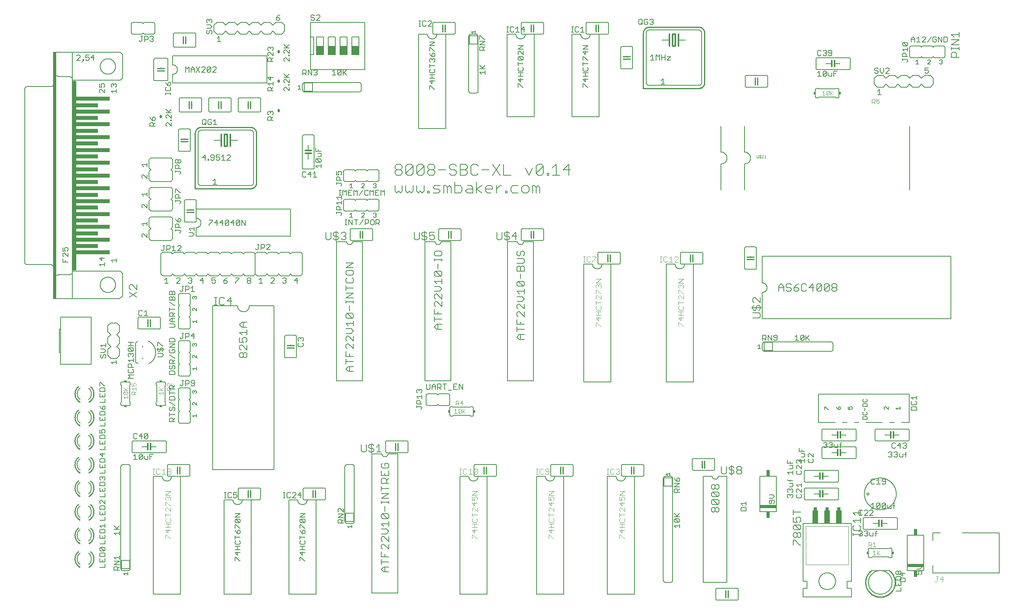
<source format=gto>
G04 EAGLE Gerber RS-274X export*
G75*
%MOMM*%
%FSLAX34Y34*%
%LPD*%
%INSilkscreen Top*%
%IPPOS*%
%AMOC8*
5,1,8,0,0,1.08239X$1,22.5*%
G01*
%ADD10C,0.203200*%
%ADD11C,0.152400*%
%ADD12C,0.050800*%
%ADD13R,0.762000X0.635000*%
%ADD14R,1.270000X2.794000*%
%ADD15C,0.177800*%
%ADD16C,0.127000*%
%ADD17C,0.304800*%
%ADD18C,0.254000*%
%ADD19R,0.508000X0.381000*%
%ADD20C,0.101600*%
%ADD21R,1.524000X1.905000*%
%ADD22R,0.381000X0.508000*%
%ADD23R,3.556000X0.635000*%
%ADD24R,0.762000X1.397000*%
%ADD25R,0.762000X40.640000*%
%ADD26R,0.508000X53.086000*%
%ADD27R,7.239000X0.812800*%
%ADD28R,4.699000X0.812800*%
%ADD29C,0.508000*%


D10*
X707314Y947606D02*
X711212Y951504D01*
X719008Y951504D01*
X722906Y947606D01*
X722906Y943708D01*
X719008Y939810D01*
X722906Y935912D01*
X722906Y932014D01*
X719008Y928116D01*
X711212Y928116D01*
X707314Y932014D01*
X707314Y935912D01*
X711212Y939810D01*
X707314Y943708D01*
X707314Y947606D01*
X711212Y939810D02*
X719008Y939810D01*
X730702Y932014D02*
X730702Y947606D01*
X734600Y951504D01*
X742396Y951504D01*
X746294Y947606D01*
X746294Y932014D01*
X742396Y928116D01*
X734600Y928116D01*
X730702Y932014D01*
X746294Y947606D01*
X754090Y947606D02*
X754090Y932014D01*
X754090Y947606D02*
X757988Y951504D01*
X765784Y951504D01*
X769682Y947606D01*
X769682Y932014D01*
X765784Y928116D01*
X757988Y928116D01*
X754090Y932014D01*
X769682Y947606D01*
X777478Y947606D02*
X781376Y951504D01*
X789172Y951504D01*
X793070Y947606D01*
X793070Y943708D01*
X789172Y939810D01*
X793070Y935912D01*
X793070Y932014D01*
X789172Y928116D01*
X781376Y928116D01*
X777478Y932014D01*
X777478Y935912D01*
X781376Y939810D01*
X777478Y943708D01*
X777478Y947606D01*
X781376Y939810D02*
X789172Y939810D01*
X800866Y939810D02*
X816458Y939810D01*
X835948Y951504D02*
X839846Y947606D01*
X835948Y951504D02*
X828152Y951504D01*
X824254Y947606D01*
X824254Y943708D01*
X828152Y939810D01*
X835948Y939810D01*
X839846Y935912D01*
X839846Y932014D01*
X835948Y928116D01*
X828152Y928116D01*
X824254Y932014D01*
X847642Y928116D02*
X847642Y951504D01*
X859336Y951504D01*
X863234Y947606D01*
X863234Y943708D01*
X859336Y939810D01*
X863234Y935912D01*
X863234Y932014D01*
X859336Y928116D01*
X847642Y928116D01*
X847642Y939810D02*
X859336Y939810D01*
X882724Y951504D02*
X886622Y947606D01*
X882724Y951504D02*
X874928Y951504D01*
X871030Y947606D01*
X871030Y932014D01*
X874928Y928116D01*
X882724Y928116D01*
X886622Y932014D01*
X894418Y939810D02*
X910010Y939810D01*
X917806Y951504D02*
X933398Y928116D01*
X917806Y928116D02*
X933398Y951504D01*
X941194Y951504D02*
X941194Y928116D01*
X956786Y928116D01*
X987970Y943708D02*
X995766Y928116D01*
X1003562Y943708D01*
X1011358Y947606D02*
X1011358Y932014D01*
X1011358Y947606D02*
X1015256Y951504D01*
X1023052Y951504D01*
X1026950Y947606D01*
X1026950Y932014D01*
X1023052Y928116D01*
X1015256Y928116D01*
X1011358Y932014D01*
X1026950Y947606D01*
X1034746Y932014D02*
X1034746Y928116D01*
X1034746Y932014D02*
X1038644Y932014D01*
X1038644Y928116D01*
X1034746Y928116D01*
X1046440Y943708D02*
X1054236Y951504D01*
X1054236Y928116D01*
X1046440Y928116D02*
X1062032Y928116D01*
X1081522Y928116D02*
X1081522Y951504D01*
X1069828Y939810D01*
X1085420Y939810D01*
X707314Y905608D02*
X707314Y893914D01*
X711212Y890016D01*
X715110Y893914D01*
X719008Y890016D01*
X722906Y893914D01*
X722906Y905608D01*
X730702Y905608D02*
X730702Y893914D01*
X734600Y890016D01*
X738498Y893914D01*
X742396Y890016D01*
X746294Y893914D01*
X746294Y905608D01*
X754090Y905608D02*
X754090Y893914D01*
X757988Y890016D01*
X761886Y893914D01*
X765784Y890016D01*
X769682Y893914D01*
X769682Y905608D01*
X777478Y893914D02*
X777478Y890016D01*
X777478Y893914D02*
X781376Y893914D01*
X781376Y890016D01*
X777478Y890016D01*
X789172Y890016D02*
X800866Y890016D01*
X804764Y893914D01*
X800866Y897812D01*
X793070Y897812D01*
X789172Y901710D01*
X793070Y905608D01*
X804764Y905608D01*
X812560Y905608D02*
X812560Y890016D01*
X812560Y905608D02*
X816458Y905608D01*
X820356Y901710D01*
X820356Y890016D01*
X820356Y901710D02*
X824254Y905608D01*
X828152Y901710D01*
X828152Y890016D01*
X835948Y890016D02*
X835948Y913404D01*
X835948Y890016D02*
X847642Y890016D01*
X851540Y893914D01*
X851540Y901710D01*
X847642Y905608D01*
X835948Y905608D01*
X863234Y905608D02*
X871030Y905608D01*
X874928Y901710D01*
X874928Y890016D01*
X863234Y890016D01*
X859336Y893914D01*
X863234Y897812D01*
X874928Y897812D01*
X882724Y890016D02*
X882724Y913404D01*
X882724Y897812D02*
X894418Y890016D01*
X882724Y897812D02*
X894418Y905608D01*
X906112Y890016D02*
X913908Y890016D01*
X906112Y890016D02*
X902214Y893914D01*
X902214Y901710D01*
X906112Y905608D01*
X913908Y905608D01*
X917806Y901710D01*
X917806Y897812D01*
X902214Y897812D01*
X925602Y890016D02*
X925602Y905608D01*
X925602Y897812D02*
X933398Y905608D01*
X937296Y905608D01*
X945092Y893914D02*
X945092Y890016D01*
X945092Y893914D02*
X948990Y893914D01*
X948990Y890016D01*
X945092Y890016D01*
X960684Y905608D02*
X972378Y905608D01*
X960684Y905608D02*
X956786Y901710D01*
X956786Y893914D01*
X960684Y890016D01*
X972378Y890016D01*
X984072Y890016D02*
X991868Y890016D01*
X995766Y893914D01*
X995766Y901710D01*
X991868Y905608D01*
X984072Y905608D01*
X980174Y901710D01*
X980174Y893914D01*
X984072Y890016D01*
X1003562Y890016D02*
X1003562Y905608D01*
X1007460Y905608D01*
X1011358Y901710D01*
X1011358Y890016D01*
X1011358Y901710D02*
X1015256Y905608D01*
X1019154Y901710D01*
X1019154Y890016D01*
D11*
X1905748Y1181862D02*
X1922018Y1181862D01*
X1905748Y1181862D02*
X1905748Y1189997D01*
X1908460Y1192709D01*
X1913883Y1192709D01*
X1916595Y1189997D01*
X1916595Y1181862D01*
X1922018Y1198234D02*
X1922018Y1203657D01*
X1922018Y1200945D02*
X1905748Y1200945D01*
X1905748Y1198234D02*
X1905748Y1203657D01*
X1905748Y1209148D02*
X1922018Y1209148D01*
X1922018Y1219995D02*
X1905748Y1209148D01*
X1905748Y1219995D02*
X1922018Y1219995D01*
X1911171Y1225520D02*
X1905748Y1230943D01*
X1922018Y1230943D01*
X1922018Y1225520D02*
X1922018Y1236366D01*
X1690370Y177800D02*
X1586230Y177800D01*
X1586230Y19050D02*
X1690370Y19050D01*
X1586230Y53340D02*
X1586230Y177800D01*
X1586230Y53340D02*
X1595120Y53340D01*
X1595120Y38100D01*
X1586230Y38100D01*
X1586230Y19050D01*
X1690370Y53340D02*
X1690370Y177800D01*
X1690370Y53340D02*
X1681480Y53340D01*
X1681480Y38100D01*
X1690370Y38100D01*
X1690370Y19050D01*
D12*
X1684020Y171450D02*
X1592580Y171450D01*
X1592580Y88900D01*
X1684020Y88900D01*
X1684020Y171450D01*
D11*
X1620266Y53340D02*
X1620271Y53783D01*
X1620288Y54225D01*
X1620315Y54667D01*
X1620353Y55108D01*
X1620402Y55548D01*
X1620461Y55986D01*
X1620532Y56423D01*
X1620613Y56858D01*
X1620704Y57291D01*
X1620806Y57722D01*
X1620919Y58150D01*
X1621043Y58575D01*
X1621176Y58997D01*
X1621320Y59415D01*
X1621474Y59830D01*
X1621639Y60241D01*
X1621813Y60648D01*
X1621997Y61051D01*
X1622192Y61448D01*
X1622395Y61841D01*
X1622609Y62229D01*
X1622832Y62611D01*
X1623064Y62988D01*
X1623305Y63359D01*
X1623556Y63724D01*
X1623815Y64083D01*
X1624083Y64435D01*
X1624360Y64781D01*
X1624644Y65119D01*
X1624938Y65451D01*
X1625239Y65775D01*
X1625548Y66092D01*
X1625865Y66401D01*
X1626189Y66702D01*
X1626521Y66996D01*
X1626859Y67280D01*
X1627205Y67557D01*
X1627557Y67825D01*
X1627916Y68084D01*
X1628281Y68335D01*
X1628652Y68576D01*
X1629029Y68808D01*
X1629411Y69031D01*
X1629799Y69245D01*
X1630192Y69448D01*
X1630589Y69643D01*
X1630992Y69827D01*
X1631399Y70001D01*
X1631810Y70166D01*
X1632225Y70320D01*
X1632643Y70464D01*
X1633065Y70597D01*
X1633490Y70721D01*
X1633918Y70834D01*
X1634349Y70936D01*
X1634782Y71027D01*
X1635217Y71108D01*
X1635654Y71179D01*
X1636092Y71238D01*
X1636532Y71287D01*
X1636973Y71325D01*
X1637415Y71352D01*
X1637857Y71369D01*
X1638300Y71374D01*
X1638743Y71369D01*
X1639185Y71352D01*
X1639627Y71325D01*
X1640068Y71287D01*
X1640508Y71238D01*
X1640946Y71179D01*
X1641383Y71108D01*
X1641818Y71027D01*
X1642251Y70936D01*
X1642682Y70834D01*
X1643110Y70721D01*
X1643535Y70597D01*
X1643957Y70464D01*
X1644375Y70320D01*
X1644790Y70166D01*
X1645201Y70001D01*
X1645608Y69827D01*
X1646011Y69643D01*
X1646408Y69448D01*
X1646801Y69245D01*
X1647189Y69031D01*
X1647571Y68808D01*
X1647948Y68576D01*
X1648319Y68335D01*
X1648684Y68084D01*
X1649043Y67825D01*
X1649395Y67557D01*
X1649741Y67280D01*
X1650079Y66996D01*
X1650411Y66702D01*
X1650735Y66401D01*
X1651052Y66092D01*
X1651361Y65775D01*
X1651662Y65451D01*
X1651956Y65119D01*
X1652240Y64781D01*
X1652517Y64435D01*
X1652785Y64083D01*
X1653044Y63724D01*
X1653295Y63359D01*
X1653536Y62988D01*
X1653768Y62611D01*
X1653991Y62229D01*
X1654205Y61841D01*
X1654408Y61448D01*
X1654603Y61051D01*
X1654787Y60648D01*
X1654961Y60241D01*
X1655126Y59830D01*
X1655280Y59415D01*
X1655424Y58997D01*
X1655557Y58575D01*
X1655681Y58150D01*
X1655794Y57722D01*
X1655896Y57291D01*
X1655987Y56858D01*
X1656068Y56423D01*
X1656139Y55986D01*
X1656198Y55548D01*
X1656247Y55108D01*
X1656285Y54667D01*
X1656312Y54225D01*
X1656329Y53783D01*
X1656334Y53340D01*
X1656329Y52897D01*
X1656312Y52455D01*
X1656285Y52013D01*
X1656247Y51572D01*
X1656198Y51132D01*
X1656139Y50694D01*
X1656068Y50257D01*
X1655987Y49822D01*
X1655896Y49389D01*
X1655794Y48958D01*
X1655681Y48530D01*
X1655557Y48105D01*
X1655424Y47683D01*
X1655280Y47265D01*
X1655126Y46850D01*
X1654961Y46439D01*
X1654787Y46032D01*
X1654603Y45629D01*
X1654408Y45232D01*
X1654205Y44839D01*
X1653991Y44451D01*
X1653768Y44069D01*
X1653536Y43692D01*
X1653295Y43321D01*
X1653044Y42956D01*
X1652785Y42597D01*
X1652517Y42245D01*
X1652240Y41899D01*
X1651956Y41561D01*
X1651662Y41229D01*
X1651361Y40905D01*
X1651052Y40588D01*
X1650735Y40279D01*
X1650411Y39978D01*
X1650079Y39684D01*
X1649741Y39400D01*
X1649395Y39123D01*
X1649043Y38855D01*
X1648684Y38596D01*
X1648319Y38345D01*
X1647948Y38104D01*
X1647571Y37872D01*
X1647189Y37649D01*
X1646801Y37435D01*
X1646408Y37232D01*
X1646011Y37037D01*
X1645608Y36853D01*
X1645201Y36679D01*
X1644790Y36514D01*
X1644375Y36360D01*
X1643957Y36216D01*
X1643535Y36083D01*
X1643110Y35959D01*
X1642682Y35846D01*
X1642251Y35744D01*
X1641818Y35653D01*
X1641383Y35572D01*
X1640946Y35501D01*
X1640508Y35442D01*
X1640068Y35393D01*
X1639627Y35355D01*
X1639185Y35328D01*
X1638743Y35311D01*
X1638300Y35306D01*
X1637857Y35311D01*
X1637415Y35328D01*
X1636973Y35355D01*
X1636532Y35393D01*
X1636092Y35442D01*
X1635654Y35501D01*
X1635217Y35572D01*
X1634782Y35653D01*
X1634349Y35744D01*
X1633918Y35846D01*
X1633490Y35959D01*
X1633065Y36083D01*
X1632643Y36216D01*
X1632225Y36360D01*
X1631810Y36514D01*
X1631399Y36679D01*
X1630992Y36853D01*
X1630589Y37037D01*
X1630192Y37232D01*
X1629799Y37435D01*
X1629411Y37649D01*
X1629029Y37872D01*
X1628652Y38104D01*
X1628281Y38345D01*
X1627916Y38596D01*
X1627557Y38855D01*
X1627205Y39123D01*
X1626859Y39400D01*
X1626521Y39684D01*
X1626189Y39978D01*
X1625865Y40279D01*
X1625548Y40588D01*
X1625239Y40905D01*
X1624938Y41229D01*
X1624644Y41561D01*
X1624360Y41899D01*
X1624083Y42245D01*
X1623815Y42597D01*
X1623556Y42956D01*
X1623305Y43321D01*
X1623064Y43692D01*
X1622832Y44069D01*
X1622609Y44451D01*
X1622395Y44839D01*
X1622192Y45232D01*
X1621997Y45629D01*
X1621813Y46032D01*
X1621639Y46439D01*
X1621474Y46850D01*
X1621320Y47265D01*
X1621176Y47683D01*
X1621043Y48105D01*
X1620919Y48530D01*
X1620806Y48958D01*
X1620704Y49389D01*
X1620613Y49822D01*
X1620532Y50257D01*
X1620461Y50694D01*
X1620402Y51132D01*
X1620353Y51572D01*
X1620315Y52013D01*
X1620288Y52455D01*
X1620271Y52897D01*
X1620266Y53340D01*
D13*
X1612900Y208915D03*
X1638300Y208915D03*
X1663700Y208915D03*
D14*
X1663700Y191770D03*
X1638300Y191770D03*
X1612900Y191770D03*
D15*
X1709801Y157018D02*
X1709801Y151680D01*
X1709801Y154349D02*
X1693785Y154349D01*
X1693785Y151680D02*
X1693785Y157018D01*
X1693785Y170602D02*
X1696455Y173271D01*
X1693785Y170602D02*
X1693785Y165264D01*
X1696455Y162594D01*
X1707132Y162594D01*
X1709801Y165264D01*
X1709801Y170602D01*
X1707132Y173271D01*
X1699124Y178966D02*
X1693785Y184304D01*
X1709801Y184304D01*
X1709801Y178966D02*
X1709801Y189643D01*
X1699124Y195337D02*
X1693785Y200676D01*
X1709801Y200676D01*
X1709801Y206014D02*
X1709801Y195337D01*
X1565515Y141798D02*
X1565515Y131121D01*
X1565515Y141798D02*
X1568185Y141798D01*
X1578862Y131121D01*
X1581531Y131121D01*
X1568185Y147493D02*
X1565515Y150162D01*
X1565515Y155500D01*
X1568185Y158170D01*
X1570854Y158170D01*
X1573523Y155500D01*
X1576192Y158170D01*
X1578862Y158170D01*
X1581531Y155500D01*
X1581531Y150162D01*
X1578862Y147493D01*
X1576192Y147493D01*
X1573523Y150162D01*
X1570854Y147493D01*
X1568185Y147493D01*
X1573523Y150162D02*
X1573523Y155500D01*
X1578862Y163864D02*
X1568185Y163864D01*
X1565515Y166533D01*
X1565515Y171872D01*
X1568185Y174541D01*
X1578862Y174541D01*
X1581531Y171872D01*
X1581531Y166533D01*
X1578862Y163864D01*
X1568185Y174541D01*
X1565515Y180236D02*
X1565515Y190913D01*
X1565515Y180236D02*
X1573523Y180236D01*
X1570854Y185574D01*
X1570854Y188244D01*
X1573523Y190913D01*
X1578862Y190913D01*
X1581531Y188244D01*
X1581531Y182905D01*
X1578862Y180236D01*
X1581531Y201946D02*
X1565515Y201946D01*
X1565515Y207284D02*
X1565515Y196607D01*
D11*
X1722120Y241300D02*
X1729740Y241300D01*
X1725930Y237490D02*
X1725930Y245110D01*
X1718310Y241300D02*
X1718320Y242142D01*
X1718351Y242983D01*
X1718403Y243823D01*
X1718475Y244661D01*
X1718568Y245497D01*
X1718681Y246331D01*
X1718815Y247162D01*
X1718969Y247990D01*
X1719143Y248813D01*
X1719338Y249632D01*
X1719552Y250446D01*
X1719787Y251254D01*
X1720041Y252056D01*
X1720314Y252852D01*
X1720608Y253641D01*
X1720920Y254422D01*
X1721252Y255196D01*
X1721602Y255961D01*
X1721971Y256717D01*
X1722359Y257464D01*
X1722765Y258201D01*
X1723188Y258929D01*
X1723630Y259645D01*
X1724089Y260351D01*
X1724565Y261044D01*
X1725058Y261727D01*
X1725568Y262396D01*
X1726093Y263053D01*
X1726635Y263697D01*
X1727193Y264328D01*
X1727766Y264944D01*
X1728353Y265547D01*
X1728956Y266134D01*
X1729572Y266707D01*
X1730203Y267265D01*
X1730847Y267807D01*
X1731504Y268332D01*
X1732173Y268842D01*
X1732856Y269335D01*
X1733549Y269811D01*
X1734255Y270270D01*
X1734971Y270712D01*
X1735699Y271135D01*
X1736436Y271541D01*
X1737183Y271929D01*
X1737939Y272298D01*
X1738704Y272648D01*
X1739478Y272980D01*
X1740259Y273292D01*
X1741048Y273586D01*
X1741844Y273859D01*
X1742646Y274113D01*
X1743454Y274348D01*
X1744268Y274562D01*
X1745087Y274757D01*
X1745910Y274931D01*
X1746738Y275085D01*
X1747569Y275219D01*
X1748403Y275332D01*
X1749239Y275425D01*
X1750077Y275497D01*
X1750917Y275549D01*
X1751758Y275580D01*
X1752600Y275590D01*
X1753442Y275580D01*
X1754283Y275549D01*
X1755123Y275497D01*
X1755961Y275425D01*
X1756797Y275332D01*
X1757631Y275219D01*
X1758462Y275085D01*
X1759290Y274931D01*
X1760113Y274757D01*
X1760932Y274562D01*
X1761746Y274348D01*
X1762554Y274113D01*
X1763356Y273859D01*
X1764152Y273586D01*
X1764941Y273292D01*
X1765722Y272980D01*
X1766496Y272648D01*
X1767261Y272298D01*
X1768017Y271929D01*
X1768764Y271541D01*
X1769501Y271135D01*
X1770229Y270712D01*
X1770945Y270270D01*
X1771651Y269811D01*
X1772344Y269335D01*
X1773027Y268842D01*
X1773696Y268332D01*
X1774353Y267807D01*
X1774997Y267265D01*
X1775628Y266707D01*
X1776244Y266134D01*
X1776847Y265547D01*
X1777434Y264944D01*
X1778007Y264328D01*
X1778565Y263697D01*
X1779107Y263053D01*
X1779632Y262396D01*
X1780142Y261727D01*
X1780635Y261044D01*
X1781111Y260351D01*
X1781570Y259645D01*
X1782012Y258929D01*
X1782435Y258201D01*
X1782841Y257464D01*
X1783229Y256717D01*
X1783598Y255961D01*
X1783948Y255196D01*
X1784280Y254422D01*
X1784592Y253641D01*
X1784886Y252852D01*
X1785159Y252056D01*
X1785413Y251254D01*
X1785648Y250446D01*
X1785862Y249632D01*
X1786057Y248813D01*
X1786231Y247990D01*
X1786385Y247162D01*
X1786519Y246331D01*
X1786632Y245497D01*
X1786725Y244661D01*
X1786797Y243823D01*
X1786849Y242983D01*
X1786880Y242142D01*
X1786890Y241300D01*
X1786880Y240458D01*
X1786849Y239617D01*
X1786797Y238777D01*
X1786725Y237939D01*
X1786632Y237103D01*
X1786519Y236269D01*
X1786385Y235438D01*
X1786231Y234610D01*
X1786057Y233787D01*
X1785862Y232968D01*
X1785648Y232154D01*
X1785413Y231346D01*
X1785159Y230544D01*
X1784886Y229748D01*
X1784592Y228959D01*
X1784280Y228178D01*
X1783948Y227404D01*
X1783598Y226639D01*
X1783229Y225883D01*
X1782841Y225136D01*
X1782435Y224399D01*
X1782012Y223671D01*
X1781570Y222955D01*
X1781111Y222249D01*
X1780635Y221556D01*
X1780142Y220873D01*
X1779632Y220204D01*
X1779107Y219547D01*
X1778565Y218903D01*
X1778007Y218272D01*
X1777434Y217656D01*
X1776847Y217053D01*
X1776244Y216466D01*
X1775628Y215893D01*
X1774997Y215335D01*
X1774353Y214793D01*
X1773696Y214268D01*
X1773027Y213758D01*
X1772344Y213265D01*
X1771651Y212789D01*
X1770945Y212330D01*
X1770229Y211888D01*
X1769501Y211465D01*
X1768764Y211059D01*
X1768017Y210671D01*
X1767261Y210302D01*
X1766496Y209952D01*
X1765722Y209620D01*
X1764941Y209308D01*
X1764152Y209014D01*
X1763356Y208741D01*
X1762554Y208487D01*
X1761746Y208252D01*
X1760932Y208038D01*
X1760113Y207843D01*
X1759290Y207669D01*
X1758462Y207515D01*
X1757631Y207381D01*
X1756797Y207268D01*
X1755961Y207175D01*
X1755123Y207103D01*
X1754283Y207051D01*
X1753442Y207020D01*
X1752600Y207010D01*
X1751758Y207020D01*
X1750917Y207051D01*
X1750077Y207103D01*
X1749239Y207175D01*
X1748403Y207268D01*
X1747569Y207381D01*
X1746738Y207515D01*
X1745910Y207669D01*
X1745087Y207843D01*
X1744268Y208038D01*
X1743454Y208252D01*
X1742646Y208487D01*
X1741844Y208741D01*
X1741048Y209014D01*
X1740259Y209308D01*
X1739478Y209620D01*
X1738704Y209952D01*
X1737939Y210302D01*
X1737183Y210671D01*
X1736436Y211059D01*
X1735699Y211465D01*
X1734971Y211888D01*
X1734255Y212330D01*
X1733549Y212789D01*
X1732856Y213265D01*
X1732173Y213758D01*
X1731504Y214268D01*
X1730847Y214793D01*
X1730203Y215335D01*
X1729572Y215893D01*
X1728956Y216466D01*
X1728353Y217053D01*
X1727766Y217656D01*
X1727193Y218272D01*
X1726635Y218903D01*
X1726093Y219547D01*
X1725568Y220204D01*
X1725058Y220873D01*
X1724565Y221556D01*
X1724089Y222249D01*
X1723630Y222955D01*
X1723188Y223671D01*
X1722765Y224399D01*
X1722359Y225136D01*
X1721971Y225883D01*
X1721602Y226639D01*
X1721252Y227404D01*
X1720920Y228178D01*
X1720608Y228959D01*
X1720314Y229748D01*
X1720041Y230544D01*
X1719787Y231346D01*
X1719552Y232154D01*
X1719338Y232968D01*
X1719143Y233787D01*
X1718969Y234610D01*
X1718815Y235438D01*
X1718681Y236269D01*
X1718568Y237103D01*
X1718475Y237939D01*
X1718403Y238777D01*
X1718351Y239617D01*
X1718320Y240458D01*
X1718310Y241300D01*
D16*
X1740542Y271788D02*
X1738635Y273695D01*
X1734822Y273695D01*
X1732915Y271788D01*
X1732915Y264162D01*
X1734822Y262255D01*
X1738635Y262255D01*
X1740542Y264162D01*
X1744609Y269882D02*
X1748422Y273695D01*
X1748422Y262255D01*
X1744609Y262255D02*
X1752235Y262255D01*
X1756303Y264162D02*
X1758210Y262255D01*
X1762023Y262255D01*
X1763929Y264162D01*
X1763929Y271788D01*
X1762023Y273695D01*
X1758210Y273695D01*
X1756303Y271788D01*
X1756303Y269882D01*
X1758210Y267975D01*
X1763929Y267975D01*
X1736728Y221625D02*
X1732915Y217812D01*
X1736728Y221625D02*
X1736728Y210185D01*
X1732915Y210185D02*
X1740542Y210185D01*
X1744609Y212092D02*
X1744609Y219718D01*
X1746516Y221625D01*
X1750329Y221625D01*
X1752235Y219718D01*
X1752235Y212092D01*
X1750329Y210185D01*
X1746516Y210185D01*
X1744609Y212092D01*
X1752235Y219718D01*
X1756303Y219718D02*
X1756303Y212092D01*
X1756303Y219718D02*
X1758210Y221625D01*
X1762023Y221625D01*
X1763929Y219718D01*
X1763929Y212092D01*
X1762023Y210185D01*
X1758210Y210185D01*
X1756303Y212092D01*
X1763929Y219718D01*
X1767997Y217812D02*
X1767997Y212092D01*
X1769904Y210185D01*
X1775623Y210185D01*
X1775623Y217812D01*
X1781598Y219718D02*
X1781598Y210185D01*
X1781598Y219718D02*
X1783504Y221625D01*
X1783504Y215905D02*
X1779691Y215905D01*
D17*
X1749552Y184150D02*
X1749552Y177800D01*
X1749552Y171450D01*
D11*
X1749552Y177800D02*
X1737360Y177800D01*
D17*
X1755902Y177800D02*
X1755902Y184150D01*
X1755902Y177800D02*
X1755902Y171450D01*
D11*
X1755902Y177800D02*
X1767840Y177800D01*
X1715770Y187960D02*
X1715770Y167640D01*
X1718310Y165100D02*
X1786890Y165100D01*
X1789430Y167640D02*
X1789430Y187960D01*
X1786890Y190500D02*
X1718310Y190500D01*
X1786890Y190500D02*
X1786990Y190498D01*
X1787089Y190492D01*
X1787189Y190482D01*
X1787287Y190469D01*
X1787386Y190451D01*
X1787483Y190430D01*
X1787579Y190405D01*
X1787675Y190376D01*
X1787769Y190343D01*
X1787862Y190307D01*
X1787953Y190267D01*
X1788043Y190223D01*
X1788131Y190176D01*
X1788217Y190126D01*
X1788301Y190072D01*
X1788383Y190015D01*
X1788462Y189955D01*
X1788540Y189891D01*
X1788614Y189825D01*
X1788686Y189756D01*
X1788755Y189684D01*
X1788821Y189610D01*
X1788885Y189532D01*
X1788945Y189453D01*
X1789002Y189371D01*
X1789056Y189287D01*
X1789106Y189201D01*
X1789153Y189113D01*
X1789197Y189023D01*
X1789237Y188932D01*
X1789273Y188839D01*
X1789306Y188745D01*
X1789335Y188649D01*
X1789360Y188553D01*
X1789381Y188456D01*
X1789399Y188357D01*
X1789412Y188259D01*
X1789422Y188159D01*
X1789428Y188060D01*
X1789430Y187960D01*
X1789430Y167640D02*
X1789428Y167540D01*
X1789422Y167441D01*
X1789412Y167341D01*
X1789399Y167243D01*
X1789381Y167144D01*
X1789360Y167047D01*
X1789335Y166951D01*
X1789306Y166855D01*
X1789273Y166761D01*
X1789237Y166668D01*
X1789197Y166577D01*
X1789153Y166487D01*
X1789106Y166399D01*
X1789056Y166313D01*
X1789002Y166229D01*
X1788945Y166147D01*
X1788885Y166068D01*
X1788821Y165990D01*
X1788755Y165916D01*
X1788686Y165844D01*
X1788614Y165775D01*
X1788540Y165709D01*
X1788462Y165645D01*
X1788383Y165585D01*
X1788301Y165528D01*
X1788217Y165474D01*
X1788131Y165424D01*
X1788043Y165377D01*
X1787953Y165333D01*
X1787862Y165293D01*
X1787769Y165257D01*
X1787675Y165224D01*
X1787579Y165195D01*
X1787483Y165170D01*
X1787386Y165149D01*
X1787287Y165131D01*
X1787189Y165118D01*
X1787089Y165108D01*
X1786990Y165102D01*
X1786890Y165100D01*
X1718310Y165100D02*
X1718210Y165102D01*
X1718111Y165108D01*
X1718011Y165118D01*
X1717913Y165131D01*
X1717814Y165149D01*
X1717717Y165170D01*
X1717621Y165195D01*
X1717525Y165224D01*
X1717431Y165257D01*
X1717338Y165293D01*
X1717247Y165333D01*
X1717157Y165377D01*
X1717069Y165424D01*
X1716983Y165474D01*
X1716899Y165528D01*
X1716817Y165585D01*
X1716738Y165645D01*
X1716660Y165709D01*
X1716586Y165775D01*
X1716514Y165844D01*
X1716445Y165916D01*
X1716379Y165990D01*
X1716315Y166068D01*
X1716255Y166147D01*
X1716198Y166229D01*
X1716144Y166313D01*
X1716094Y166399D01*
X1716047Y166487D01*
X1716003Y166577D01*
X1715963Y166668D01*
X1715927Y166761D01*
X1715894Y166855D01*
X1715865Y166951D01*
X1715840Y167047D01*
X1715819Y167144D01*
X1715801Y167243D01*
X1715788Y167341D01*
X1715778Y167441D01*
X1715772Y167540D01*
X1715770Y167640D01*
X1715770Y187960D02*
X1715772Y188060D01*
X1715778Y188159D01*
X1715788Y188259D01*
X1715801Y188357D01*
X1715819Y188456D01*
X1715840Y188553D01*
X1715865Y188649D01*
X1715894Y188745D01*
X1715927Y188839D01*
X1715963Y188932D01*
X1716003Y189023D01*
X1716047Y189113D01*
X1716094Y189201D01*
X1716144Y189287D01*
X1716198Y189371D01*
X1716255Y189453D01*
X1716315Y189532D01*
X1716379Y189610D01*
X1716445Y189684D01*
X1716514Y189756D01*
X1716586Y189825D01*
X1716660Y189891D01*
X1716738Y189955D01*
X1716817Y190015D01*
X1716899Y190072D01*
X1716983Y190126D01*
X1717069Y190176D01*
X1717157Y190223D01*
X1717247Y190267D01*
X1717338Y190307D01*
X1717431Y190343D01*
X1717525Y190376D01*
X1717621Y190405D01*
X1717717Y190430D01*
X1717814Y190451D01*
X1717913Y190469D01*
X1718011Y190482D01*
X1718111Y190492D01*
X1718210Y190498D01*
X1718310Y190500D01*
D16*
X1713872Y204478D02*
X1711965Y206385D01*
X1708152Y206385D01*
X1706245Y204478D01*
X1706245Y196852D01*
X1708152Y194945D01*
X1711965Y194945D01*
X1713872Y196852D01*
X1717939Y194945D02*
X1725565Y194945D01*
X1717939Y194945D02*
X1725565Y202572D01*
X1725565Y204478D01*
X1723659Y206385D01*
X1719846Y206385D01*
X1717939Y204478D01*
X1729633Y194945D02*
X1737259Y194945D01*
X1729633Y194945D02*
X1737259Y202572D01*
X1737259Y204478D01*
X1735353Y206385D01*
X1731540Y206385D01*
X1729633Y204478D01*
X1708152Y161935D02*
X1706245Y160028D01*
X1708152Y161935D02*
X1711965Y161935D01*
X1713872Y160028D01*
X1713872Y158122D01*
X1711965Y156215D01*
X1710058Y156215D01*
X1711965Y156215D02*
X1713872Y154308D01*
X1713872Y152402D01*
X1711965Y150495D01*
X1708152Y150495D01*
X1706245Y152402D01*
X1717939Y160028D02*
X1719846Y161935D01*
X1723659Y161935D01*
X1725565Y160028D01*
X1725565Y158122D01*
X1723659Y156215D01*
X1721752Y156215D01*
X1723659Y156215D02*
X1725565Y154308D01*
X1725565Y152402D01*
X1723659Y150495D01*
X1719846Y150495D01*
X1717939Y152402D01*
X1729633Y152402D02*
X1729633Y158122D01*
X1729633Y152402D02*
X1731540Y150495D01*
X1737259Y150495D01*
X1737259Y158122D01*
X1743234Y160028D02*
X1743234Y150495D01*
X1743234Y160028D02*
X1745140Y161935D01*
X1745140Y156215D02*
X1741327Y156215D01*
D17*
X1622552Y279400D02*
X1622552Y285750D01*
X1622552Y279400D02*
X1622552Y273050D01*
D11*
X1622552Y279400D02*
X1610360Y279400D01*
D17*
X1628902Y279400D02*
X1628902Y285750D01*
X1628902Y279400D02*
X1628902Y273050D01*
D11*
X1628902Y279400D02*
X1640840Y279400D01*
X1588770Y289560D02*
X1588770Y269240D01*
X1591310Y266700D02*
X1659890Y266700D01*
X1662430Y269240D02*
X1662430Y289560D01*
X1659890Y292100D02*
X1591310Y292100D01*
X1659890Y292100D02*
X1659990Y292098D01*
X1660089Y292092D01*
X1660189Y292082D01*
X1660287Y292069D01*
X1660386Y292051D01*
X1660483Y292030D01*
X1660579Y292005D01*
X1660675Y291976D01*
X1660769Y291943D01*
X1660862Y291907D01*
X1660953Y291867D01*
X1661043Y291823D01*
X1661131Y291776D01*
X1661217Y291726D01*
X1661301Y291672D01*
X1661383Y291615D01*
X1661462Y291555D01*
X1661540Y291491D01*
X1661614Y291425D01*
X1661686Y291356D01*
X1661755Y291284D01*
X1661821Y291210D01*
X1661885Y291132D01*
X1661945Y291053D01*
X1662002Y290971D01*
X1662056Y290887D01*
X1662106Y290801D01*
X1662153Y290713D01*
X1662197Y290623D01*
X1662237Y290532D01*
X1662273Y290439D01*
X1662306Y290345D01*
X1662335Y290249D01*
X1662360Y290153D01*
X1662381Y290056D01*
X1662399Y289957D01*
X1662412Y289859D01*
X1662422Y289759D01*
X1662428Y289660D01*
X1662430Y289560D01*
X1662430Y269240D02*
X1662428Y269140D01*
X1662422Y269041D01*
X1662412Y268941D01*
X1662399Y268843D01*
X1662381Y268744D01*
X1662360Y268647D01*
X1662335Y268551D01*
X1662306Y268455D01*
X1662273Y268361D01*
X1662237Y268268D01*
X1662197Y268177D01*
X1662153Y268087D01*
X1662106Y267999D01*
X1662056Y267913D01*
X1662002Y267829D01*
X1661945Y267747D01*
X1661885Y267668D01*
X1661821Y267590D01*
X1661755Y267516D01*
X1661686Y267444D01*
X1661614Y267375D01*
X1661540Y267309D01*
X1661462Y267245D01*
X1661383Y267185D01*
X1661301Y267128D01*
X1661217Y267074D01*
X1661131Y267024D01*
X1661043Y266977D01*
X1660953Y266933D01*
X1660862Y266893D01*
X1660769Y266857D01*
X1660675Y266824D01*
X1660579Y266795D01*
X1660483Y266770D01*
X1660386Y266749D01*
X1660287Y266731D01*
X1660189Y266718D01*
X1660089Y266708D01*
X1659990Y266702D01*
X1659890Y266700D01*
X1591310Y266700D02*
X1591210Y266702D01*
X1591111Y266708D01*
X1591011Y266718D01*
X1590913Y266731D01*
X1590814Y266749D01*
X1590717Y266770D01*
X1590621Y266795D01*
X1590525Y266824D01*
X1590431Y266857D01*
X1590338Y266893D01*
X1590247Y266933D01*
X1590157Y266977D01*
X1590069Y267024D01*
X1589983Y267074D01*
X1589899Y267128D01*
X1589817Y267185D01*
X1589738Y267245D01*
X1589660Y267309D01*
X1589586Y267375D01*
X1589514Y267444D01*
X1589445Y267516D01*
X1589379Y267590D01*
X1589315Y267668D01*
X1589255Y267747D01*
X1589198Y267829D01*
X1589144Y267913D01*
X1589094Y267999D01*
X1589047Y268087D01*
X1589003Y268177D01*
X1588963Y268268D01*
X1588927Y268361D01*
X1588894Y268455D01*
X1588865Y268551D01*
X1588840Y268647D01*
X1588819Y268744D01*
X1588801Y268843D01*
X1588788Y268941D01*
X1588778Y269041D01*
X1588772Y269140D01*
X1588770Y269240D01*
X1588770Y289560D02*
X1588772Y289660D01*
X1588778Y289759D01*
X1588788Y289859D01*
X1588801Y289957D01*
X1588819Y290056D01*
X1588840Y290153D01*
X1588865Y290249D01*
X1588894Y290345D01*
X1588927Y290439D01*
X1588963Y290532D01*
X1589003Y290623D01*
X1589047Y290713D01*
X1589094Y290801D01*
X1589144Y290887D01*
X1589198Y290971D01*
X1589255Y291053D01*
X1589315Y291132D01*
X1589379Y291210D01*
X1589445Y291284D01*
X1589514Y291356D01*
X1589586Y291425D01*
X1589660Y291491D01*
X1589738Y291555D01*
X1589817Y291615D01*
X1589899Y291672D01*
X1589983Y291726D01*
X1590069Y291776D01*
X1590157Y291823D01*
X1590247Y291867D01*
X1590338Y291907D01*
X1590431Y291943D01*
X1590525Y291976D01*
X1590621Y292005D01*
X1590717Y292030D01*
X1590814Y292051D01*
X1590913Y292069D01*
X1591011Y292082D01*
X1591111Y292092D01*
X1591210Y292098D01*
X1591310Y292100D01*
D16*
X1573522Y291472D02*
X1571615Y289565D01*
X1571615Y285752D01*
X1573522Y283845D01*
X1581148Y283845D01*
X1583055Y285752D01*
X1583055Y289565D01*
X1581148Y291472D01*
X1583055Y295539D02*
X1583055Y303165D01*
X1583055Y295539D02*
X1575429Y303165D01*
X1573522Y303165D01*
X1571615Y301259D01*
X1571615Y297446D01*
X1573522Y295539D01*
X1573522Y307233D02*
X1571615Y309140D01*
X1571615Y312953D01*
X1573522Y314859D01*
X1575429Y314859D01*
X1577335Y312953D01*
X1577335Y311046D01*
X1577335Y312953D02*
X1579242Y314859D01*
X1581148Y314859D01*
X1583055Y312953D01*
X1583055Y309140D01*
X1581148Y307233D01*
X1556379Y283845D02*
X1552565Y287658D01*
X1564005Y287658D01*
X1564005Y283845D02*
X1564005Y291472D01*
X1562098Y295539D02*
X1556379Y295539D01*
X1562098Y295539D02*
X1564005Y297446D01*
X1564005Y303165D01*
X1556379Y303165D01*
X1552565Y307233D02*
X1564005Y307233D01*
X1552565Y307233D02*
X1552565Y314859D01*
X1558285Y311046D02*
X1558285Y307233D01*
D17*
X1622552Y247650D02*
X1622552Y241300D01*
X1622552Y234950D01*
D11*
X1622552Y241300D02*
X1610360Y241300D01*
D17*
X1628902Y241300D02*
X1628902Y247650D01*
X1628902Y241300D02*
X1628902Y234950D01*
D11*
X1628902Y241300D02*
X1640840Y241300D01*
X1588770Y251460D02*
X1588770Y231140D01*
X1591310Y228600D02*
X1659890Y228600D01*
X1662430Y231140D02*
X1662430Y251460D01*
X1659890Y254000D02*
X1591310Y254000D01*
X1659890Y254000D02*
X1659990Y253998D01*
X1660089Y253992D01*
X1660189Y253982D01*
X1660287Y253969D01*
X1660386Y253951D01*
X1660483Y253930D01*
X1660579Y253905D01*
X1660675Y253876D01*
X1660769Y253843D01*
X1660862Y253807D01*
X1660953Y253767D01*
X1661043Y253723D01*
X1661131Y253676D01*
X1661217Y253626D01*
X1661301Y253572D01*
X1661383Y253515D01*
X1661462Y253455D01*
X1661540Y253391D01*
X1661614Y253325D01*
X1661686Y253256D01*
X1661755Y253184D01*
X1661821Y253110D01*
X1661885Y253032D01*
X1661945Y252953D01*
X1662002Y252871D01*
X1662056Y252787D01*
X1662106Y252701D01*
X1662153Y252613D01*
X1662197Y252523D01*
X1662237Y252432D01*
X1662273Y252339D01*
X1662306Y252245D01*
X1662335Y252149D01*
X1662360Y252053D01*
X1662381Y251956D01*
X1662399Y251857D01*
X1662412Y251759D01*
X1662422Y251659D01*
X1662428Y251560D01*
X1662430Y251460D01*
X1662430Y231140D02*
X1662428Y231040D01*
X1662422Y230941D01*
X1662412Y230841D01*
X1662399Y230743D01*
X1662381Y230644D01*
X1662360Y230547D01*
X1662335Y230451D01*
X1662306Y230355D01*
X1662273Y230261D01*
X1662237Y230168D01*
X1662197Y230077D01*
X1662153Y229987D01*
X1662106Y229899D01*
X1662056Y229813D01*
X1662002Y229729D01*
X1661945Y229647D01*
X1661885Y229568D01*
X1661821Y229490D01*
X1661755Y229416D01*
X1661686Y229344D01*
X1661614Y229275D01*
X1661540Y229209D01*
X1661462Y229145D01*
X1661383Y229085D01*
X1661301Y229028D01*
X1661217Y228974D01*
X1661131Y228924D01*
X1661043Y228877D01*
X1660953Y228833D01*
X1660862Y228793D01*
X1660769Y228757D01*
X1660675Y228724D01*
X1660579Y228695D01*
X1660483Y228670D01*
X1660386Y228649D01*
X1660287Y228631D01*
X1660189Y228618D01*
X1660089Y228608D01*
X1659990Y228602D01*
X1659890Y228600D01*
X1591310Y228600D02*
X1591210Y228602D01*
X1591111Y228608D01*
X1591011Y228618D01*
X1590913Y228631D01*
X1590814Y228649D01*
X1590717Y228670D01*
X1590621Y228695D01*
X1590525Y228724D01*
X1590431Y228757D01*
X1590338Y228793D01*
X1590247Y228833D01*
X1590157Y228877D01*
X1590069Y228924D01*
X1589983Y228974D01*
X1589899Y229028D01*
X1589817Y229085D01*
X1589738Y229145D01*
X1589660Y229209D01*
X1589586Y229275D01*
X1589514Y229344D01*
X1589445Y229416D01*
X1589379Y229490D01*
X1589315Y229568D01*
X1589255Y229647D01*
X1589198Y229729D01*
X1589144Y229813D01*
X1589094Y229899D01*
X1589047Y229987D01*
X1589003Y230077D01*
X1588963Y230168D01*
X1588927Y230261D01*
X1588894Y230355D01*
X1588865Y230451D01*
X1588840Y230547D01*
X1588819Y230644D01*
X1588801Y230743D01*
X1588788Y230841D01*
X1588778Y230941D01*
X1588772Y231040D01*
X1588770Y231140D01*
X1588770Y251460D02*
X1588772Y251560D01*
X1588778Y251659D01*
X1588788Y251759D01*
X1588801Y251857D01*
X1588819Y251956D01*
X1588840Y252053D01*
X1588865Y252149D01*
X1588894Y252245D01*
X1588927Y252339D01*
X1588963Y252432D01*
X1589003Y252523D01*
X1589047Y252613D01*
X1589094Y252701D01*
X1589144Y252787D01*
X1589198Y252871D01*
X1589255Y252953D01*
X1589315Y253032D01*
X1589379Y253110D01*
X1589445Y253184D01*
X1589514Y253256D01*
X1589586Y253325D01*
X1589660Y253391D01*
X1589738Y253455D01*
X1589817Y253515D01*
X1589899Y253572D01*
X1589983Y253626D01*
X1590069Y253676D01*
X1590157Y253723D01*
X1590247Y253767D01*
X1590338Y253807D01*
X1590431Y253843D01*
X1590525Y253876D01*
X1590621Y253905D01*
X1590717Y253930D01*
X1590814Y253951D01*
X1590913Y253969D01*
X1591011Y253982D01*
X1591111Y253992D01*
X1591210Y253998D01*
X1591310Y254000D01*
D16*
X1573522Y240672D02*
X1571615Y238765D01*
X1571615Y234952D01*
X1573522Y233045D01*
X1581148Y233045D01*
X1583055Y234952D01*
X1583055Y238765D01*
X1581148Y240672D01*
X1583055Y244739D02*
X1583055Y252365D01*
X1583055Y244739D02*
X1575429Y252365D01*
X1573522Y252365D01*
X1571615Y250459D01*
X1571615Y246646D01*
X1573522Y244739D01*
X1575429Y256433D02*
X1571615Y260246D01*
X1583055Y260246D01*
X1583055Y256433D02*
X1583055Y264059D01*
X1552565Y234952D02*
X1554472Y233045D01*
X1552565Y234952D02*
X1552565Y238765D01*
X1554472Y240672D01*
X1556379Y240672D01*
X1558285Y238765D01*
X1558285Y236858D01*
X1558285Y238765D02*
X1560192Y240672D01*
X1562098Y240672D01*
X1564005Y238765D01*
X1564005Y234952D01*
X1562098Y233045D01*
X1554472Y244739D02*
X1552565Y246646D01*
X1552565Y250459D01*
X1554472Y252365D01*
X1556379Y252365D01*
X1558285Y250459D01*
X1558285Y248552D01*
X1558285Y250459D02*
X1560192Y252365D01*
X1562098Y252365D01*
X1564005Y250459D01*
X1564005Y246646D01*
X1562098Y244739D01*
X1562098Y256433D02*
X1556379Y256433D01*
X1562098Y256433D02*
X1564005Y258340D01*
X1564005Y264059D01*
X1556379Y264059D01*
X1554472Y270034D02*
X1564005Y270034D01*
X1554472Y270034D02*
X1552565Y271940D01*
X1558285Y271940D02*
X1558285Y268127D01*
D11*
X1498600Y753110D02*
X1905000Y753110D01*
X1905000Y618490D02*
X1498600Y618490D01*
X1905000Y618490D02*
X1905000Y753110D01*
X1498600Y753110D02*
X1498600Y695960D01*
X1498600Y675640D02*
X1498600Y618490D01*
X1498600Y675640D02*
X1498847Y675643D01*
X1499095Y675652D01*
X1499342Y675667D01*
X1499588Y675688D01*
X1499834Y675715D01*
X1500079Y675748D01*
X1500324Y675787D01*
X1500567Y675832D01*
X1500809Y675883D01*
X1501050Y675940D01*
X1501289Y676002D01*
X1501527Y676071D01*
X1501763Y676145D01*
X1501997Y676225D01*
X1502229Y676310D01*
X1502459Y676402D01*
X1502687Y676498D01*
X1502912Y676601D01*
X1503135Y676708D01*
X1503355Y676822D01*
X1503572Y676940D01*
X1503787Y677064D01*
X1503998Y677193D01*
X1504206Y677327D01*
X1504411Y677466D01*
X1504612Y677610D01*
X1504810Y677758D01*
X1505004Y677912D01*
X1505194Y678070D01*
X1505380Y678233D01*
X1505562Y678400D01*
X1505740Y678572D01*
X1505914Y678748D01*
X1506084Y678928D01*
X1506249Y679113D01*
X1506409Y679301D01*
X1506565Y679493D01*
X1506717Y679689D01*
X1506863Y679888D01*
X1507005Y680091D01*
X1507141Y680298D01*
X1507273Y680507D01*
X1507399Y680720D01*
X1507520Y680936D01*
X1507636Y681154D01*
X1507746Y681376D01*
X1507851Y681600D01*
X1507951Y681826D01*
X1508045Y682055D01*
X1508133Y682286D01*
X1508216Y682520D01*
X1508293Y682755D01*
X1508364Y682992D01*
X1508430Y683230D01*
X1508489Y683470D01*
X1508543Y683712D01*
X1508591Y683955D01*
X1508633Y684198D01*
X1508669Y684443D01*
X1508699Y684689D01*
X1508723Y684935D01*
X1508741Y685182D01*
X1508753Y685429D01*
X1508759Y685676D01*
X1508759Y685924D01*
X1508753Y686171D01*
X1508741Y686418D01*
X1508723Y686665D01*
X1508699Y686911D01*
X1508669Y687157D01*
X1508633Y687402D01*
X1508591Y687645D01*
X1508543Y687888D01*
X1508489Y688130D01*
X1508430Y688370D01*
X1508364Y688608D01*
X1508293Y688845D01*
X1508216Y689080D01*
X1508133Y689314D01*
X1508045Y689545D01*
X1507951Y689774D01*
X1507851Y690000D01*
X1507746Y690224D01*
X1507636Y690446D01*
X1507520Y690664D01*
X1507399Y690880D01*
X1507273Y691093D01*
X1507141Y691302D01*
X1507005Y691509D01*
X1506863Y691712D01*
X1506717Y691911D01*
X1506565Y692107D01*
X1506409Y692299D01*
X1506249Y692487D01*
X1506084Y692672D01*
X1505914Y692852D01*
X1505740Y693028D01*
X1505562Y693200D01*
X1505380Y693367D01*
X1505194Y693530D01*
X1505004Y693688D01*
X1504810Y693842D01*
X1504612Y693990D01*
X1504411Y694134D01*
X1504206Y694273D01*
X1503998Y694407D01*
X1503787Y694536D01*
X1503572Y694660D01*
X1503355Y694778D01*
X1503135Y694892D01*
X1502912Y694999D01*
X1502687Y695102D01*
X1502459Y695198D01*
X1502229Y695290D01*
X1501997Y695375D01*
X1501763Y695455D01*
X1501527Y695529D01*
X1501289Y695598D01*
X1501050Y695660D01*
X1500809Y695717D01*
X1500567Y695768D01*
X1500324Y695813D01*
X1500079Y695852D01*
X1499834Y695885D01*
X1499588Y695912D01*
X1499342Y695933D01*
X1499095Y695948D01*
X1498847Y695957D01*
X1498600Y695960D01*
X1491316Y620522D02*
X1477758Y620522D01*
X1491316Y620522D02*
X1494028Y623234D01*
X1494028Y628657D01*
X1491316Y631369D01*
X1477758Y631369D01*
X1491316Y636894D02*
X1494028Y639605D01*
X1494028Y645029D01*
X1491316Y647740D01*
X1488605Y647740D01*
X1485893Y645029D01*
X1485893Y639605D01*
X1483181Y636894D01*
X1480470Y636894D01*
X1477758Y639605D01*
X1477758Y645029D01*
X1480470Y647740D01*
X1475046Y642317D02*
X1496740Y642317D01*
X1494028Y653265D02*
X1494028Y664112D01*
X1494028Y653265D02*
X1483181Y664112D01*
X1480470Y664112D01*
X1477758Y661400D01*
X1477758Y655977D01*
X1480470Y653265D01*
X1533652Y677672D02*
X1533652Y688519D01*
X1539075Y693942D01*
X1544499Y688519D01*
X1544499Y677672D01*
X1544499Y685807D02*
X1533652Y685807D01*
X1558159Y693942D02*
X1560870Y691230D01*
X1558159Y693942D02*
X1552735Y693942D01*
X1550024Y691230D01*
X1550024Y688519D01*
X1552735Y685807D01*
X1558159Y685807D01*
X1560870Y683095D01*
X1560870Y680384D01*
X1558159Y677672D01*
X1552735Y677672D01*
X1550024Y680384D01*
X1571818Y691230D02*
X1577242Y693942D01*
X1571818Y691230D02*
X1566395Y685807D01*
X1566395Y680384D01*
X1569107Y677672D01*
X1574530Y677672D01*
X1577242Y680384D01*
X1577242Y683095D01*
X1574530Y685807D01*
X1566395Y685807D01*
X1590902Y693942D02*
X1593613Y691230D01*
X1590902Y693942D02*
X1585478Y693942D01*
X1582767Y691230D01*
X1582767Y680384D01*
X1585478Y677672D01*
X1590902Y677672D01*
X1593613Y680384D01*
X1607273Y677672D02*
X1607273Y693942D01*
X1599138Y685807D01*
X1609985Y685807D01*
X1615510Y680384D02*
X1615510Y691230D01*
X1618221Y693942D01*
X1623645Y693942D01*
X1626356Y691230D01*
X1626356Y680384D01*
X1623645Y677672D01*
X1618221Y677672D01*
X1615510Y680384D01*
X1626356Y691230D01*
X1631881Y691230D02*
X1631881Y680384D01*
X1631881Y691230D02*
X1634593Y693942D01*
X1640016Y693942D01*
X1642728Y691230D01*
X1642728Y680384D01*
X1640016Y677672D01*
X1634593Y677672D01*
X1631881Y680384D01*
X1642728Y691230D01*
X1648253Y691230D02*
X1650965Y693942D01*
X1656388Y693942D01*
X1659100Y691230D01*
X1659100Y688519D01*
X1656388Y685807D01*
X1659100Y683095D01*
X1659100Y680384D01*
X1656388Y677672D01*
X1650965Y677672D01*
X1648253Y680384D01*
X1648253Y683095D01*
X1650965Y685807D01*
X1648253Y688519D01*
X1648253Y691230D01*
X1650965Y685807D02*
X1656388Y685807D01*
X1746250Y1143000D02*
X1758950Y1143000D01*
X1765300Y1136650D01*
X1765300Y1123950D02*
X1758950Y1117600D01*
X1765300Y1136650D02*
X1771650Y1143000D01*
X1784350Y1143000D01*
X1790700Y1136650D01*
X1790700Y1123950D02*
X1784350Y1117600D01*
X1771650Y1117600D01*
X1765300Y1123950D01*
X1739900Y1123950D02*
X1739900Y1136650D01*
X1746250Y1143000D01*
X1739900Y1123950D02*
X1746250Y1117600D01*
X1758950Y1117600D01*
X1790700Y1136650D02*
X1797050Y1143000D01*
X1809750Y1143000D01*
X1816100Y1136650D01*
X1816100Y1123950D02*
X1809750Y1117600D01*
X1797050Y1117600D01*
X1790700Y1123950D01*
X1822450Y1143000D02*
X1835150Y1143000D01*
X1841500Y1136650D01*
X1841500Y1123950D02*
X1835150Y1117600D01*
X1841500Y1136650D02*
X1847850Y1143000D01*
X1860550Y1143000D01*
X1866900Y1136650D01*
X1866900Y1123950D01*
X1860550Y1117600D01*
X1847850Y1117600D01*
X1841500Y1123950D01*
X1822450Y1143000D02*
X1816100Y1136650D01*
X1816100Y1123950D02*
X1822450Y1117600D01*
X1835150Y1117600D01*
D16*
X1750698Y1113165D02*
X1746885Y1109352D01*
X1750698Y1113165D02*
X1750698Y1101725D01*
X1746885Y1101725D02*
X1754512Y1101725D01*
X1848485Y1158885D02*
X1856112Y1158885D01*
X1848485Y1158885D02*
X1848485Y1153165D01*
X1852298Y1155072D01*
X1854205Y1155072D01*
X1856112Y1153165D01*
X1856112Y1149352D01*
X1854205Y1147445D01*
X1850392Y1147445D01*
X1848485Y1149352D01*
X1748162Y1156978D02*
X1746255Y1158885D01*
X1742442Y1158885D01*
X1740535Y1156978D01*
X1740535Y1155072D01*
X1742442Y1153165D01*
X1746255Y1153165D01*
X1748162Y1151258D01*
X1748162Y1149352D01*
X1746255Y1147445D01*
X1742442Y1147445D01*
X1740535Y1149352D01*
X1752229Y1151258D02*
X1752229Y1158885D01*
X1752229Y1151258D02*
X1756042Y1147445D01*
X1759855Y1151258D01*
X1759855Y1158885D01*
X1763923Y1147445D02*
X1771549Y1147445D01*
X1763923Y1147445D02*
X1771549Y1155072D01*
X1771549Y1156978D01*
X1769643Y1158885D01*
X1765830Y1158885D01*
X1763923Y1156978D01*
D10*
X1409700Y952500D02*
X1409700Y896620D01*
X1409700Y952500D02*
X1410009Y952504D01*
X1410318Y952515D01*
X1410627Y952534D01*
X1410935Y952560D01*
X1411243Y952594D01*
X1411549Y952635D01*
X1411855Y952684D01*
X1412159Y952740D01*
X1412461Y952804D01*
X1412762Y952875D01*
X1413062Y952953D01*
X1413359Y953038D01*
X1413654Y953131D01*
X1413947Y953231D01*
X1414237Y953338D01*
X1414524Y953452D01*
X1414809Y953573D01*
X1415091Y953701D01*
X1415369Y953835D01*
X1415644Y953977D01*
X1415916Y954125D01*
X1416183Y954280D01*
X1416447Y954441D01*
X1416707Y954608D01*
X1416963Y954782D01*
X1417215Y954962D01*
X1417462Y955148D01*
X1417704Y955340D01*
X1417942Y955538D01*
X1418175Y955741D01*
X1418403Y955951D01*
X1418625Y956165D01*
X1418843Y956385D01*
X1419055Y956611D01*
X1419261Y956841D01*
X1419462Y957076D01*
X1419657Y957316D01*
X1419846Y957561D01*
X1420029Y957810D01*
X1420206Y958064D01*
X1420376Y958322D01*
X1420541Y958584D01*
X1420699Y958850D01*
X1420850Y959120D01*
X1420995Y959393D01*
X1421133Y959670D01*
X1421264Y959950D01*
X1421388Y960233D01*
X1421506Y960519D01*
X1421616Y960808D01*
X1421720Y961099D01*
X1421816Y961393D01*
X1421905Y961689D01*
X1421987Y961988D01*
X1422062Y962288D01*
X1422129Y962590D01*
X1422189Y962893D01*
X1422241Y963198D01*
X1422286Y963504D01*
X1422324Y963811D01*
X1422354Y964119D01*
X1422376Y964427D01*
X1422392Y964736D01*
X1422399Y965045D01*
X1422399Y965355D01*
X1422392Y965664D01*
X1422376Y965973D01*
X1422354Y966281D01*
X1422324Y966589D01*
X1422286Y966896D01*
X1422241Y967202D01*
X1422189Y967507D01*
X1422129Y967810D01*
X1422062Y968112D01*
X1421987Y968412D01*
X1421905Y968711D01*
X1421816Y969007D01*
X1421720Y969301D01*
X1421616Y969592D01*
X1421506Y969881D01*
X1421388Y970167D01*
X1421264Y970450D01*
X1421133Y970730D01*
X1420995Y971007D01*
X1420850Y971280D01*
X1420699Y971550D01*
X1420541Y971816D01*
X1420376Y972078D01*
X1420206Y972336D01*
X1420029Y972590D01*
X1419846Y972839D01*
X1419657Y973084D01*
X1419462Y973324D01*
X1419261Y973559D01*
X1419055Y973789D01*
X1418843Y974015D01*
X1418625Y974235D01*
X1418403Y974449D01*
X1418175Y974659D01*
X1417942Y974862D01*
X1417704Y975060D01*
X1417462Y975252D01*
X1417215Y975438D01*
X1416963Y975618D01*
X1416707Y975792D01*
X1416447Y975959D01*
X1416183Y976120D01*
X1415916Y976275D01*
X1415644Y976423D01*
X1415369Y976565D01*
X1415091Y976699D01*
X1414809Y976827D01*
X1414524Y976948D01*
X1414237Y977062D01*
X1413947Y977169D01*
X1413654Y977269D01*
X1413359Y977362D01*
X1413062Y977447D01*
X1412762Y977525D01*
X1412461Y977596D01*
X1412159Y977660D01*
X1411855Y977716D01*
X1411549Y977765D01*
X1411243Y977806D01*
X1410935Y977840D01*
X1410627Y977866D01*
X1410318Y977885D01*
X1410009Y977896D01*
X1409700Y977900D01*
X1816100Y1033780D02*
X1816100Y896620D01*
X1409700Y977900D02*
X1409700Y1033780D01*
X1460500Y952500D02*
X1460500Y896620D01*
X1460500Y952500D02*
X1460809Y952504D01*
X1461118Y952515D01*
X1461427Y952534D01*
X1461735Y952560D01*
X1462043Y952594D01*
X1462349Y952635D01*
X1462655Y952684D01*
X1462959Y952740D01*
X1463261Y952804D01*
X1463562Y952875D01*
X1463862Y952953D01*
X1464159Y953038D01*
X1464454Y953131D01*
X1464747Y953231D01*
X1465037Y953338D01*
X1465324Y953452D01*
X1465609Y953573D01*
X1465891Y953701D01*
X1466169Y953835D01*
X1466444Y953977D01*
X1466716Y954125D01*
X1466983Y954280D01*
X1467247Y954441D01*
X1467507Y954608D01*
X1467763Y954782D01*
X1468015Y954962D01*
X1468262Y955148D01*
X1468504Y955340D01*
X1468742Y955538D01*
X1468975Y955741D01*
X1469203Y955951D01*
X1469425Y956165D01*
X1469643Y956385D01*
X1469855Y956611D01*
X1470061Y956841D01*
X1470262Y957076D01*
X1470457Y957316D01*
X1470646Y957561D01*
X1470829Y957810D01*
X1471006Y958064D01*
X1471176Y958322D01*
X1471341Y958584D01*
X1471499Y958850D01*
X1471650Y959120D01*
X1471795Y959393D01*
X1471933Y959670D01*
X1472064Y959950D01*
X1472188Y960233D01*
X1472306Y960519D01*
X1472416Y960808D01*
X1472520Y961099D01*
X1472616Y961393D01*
X1472705Y961689D01*
X1472787Y961988D01*
X1472862Y962288D01*
X1472929Y962590D01*
X1472989Y962893D01*
X1473041Y963198D01*
X1473086Y963504D01*
X1473124Y963811D01*
X1473154Y964119D01*
X1473176Y964427D01*
X1473192Y964736D01*
X1473199Y965045D01*
X1473199Y965355D01*
X1473192Y965664D01*
X1473176Y965973D01*
X1473154Y966281D01*
X1473124Y966589D01*
X1473086Y966896D01*
X1473041Y967202D01*
X1472989Y967507D01*
X1472929Y967810D01*
X1472862Y968112D01*
X1472787Y968412D01*
X1472705Y968711D01*
X1472616Y969007D01*
X1472520Y969301D01*
X1472416Y969592D01*
X1472306Y969881D01*
X1472188Y970167D01*
X1472064Y970450D01*
X1471933Y970730D01*
X1471795Y971007D01*
X1471650Y971280D01*
X1471499Y971550D01*
X1471341Y971816D01*
X1471176Y972078D01*
X1471006Y972336D01*
X1470829Y972590D01*
X1470646Y972839D01*
X1470457Y973084D01*
X1470262Y973324D01*
X1470061Y973559D01*
X1469855Y973789D01*
X1469643Y974015D01*
X1469425Y974235D01*
X1469203Y974449D01*
X1468975Y974659D01*
X1468742Y974862D01*
X1468504Y975060D01*
X1468262Y975252D01*
X1468015Y975438D01*
X1467763Y975618D01*
X1467507Y975792D01*
X1467247Y975959D01*
X1466983Y976120D01*
X1466716Y976275D01*
X1466444Y976423D01*
X1466169Y976565D01*
X1465891Y976699D01*
X1465609Y976827D01*
X1465324Y976948D01*
X1465037Y977062D01*
X1464747Y977169D01*
X1464454Y977269D01*
X1464159Y977362D01*
X1463862Y977447D01*
X1463562Y977525D01*
X1463261Y977596D01*
X1462959Y977660D01*
X1462655Y977716D01*
X1462349Y977765D01*
X1462043Y977806D01*
X1461735Y977840D01*
X1461427Y977866D01*
X1461118Y977885D01*
X1460809Y977896D01*
X1460500Y977900D01*
X1460500Y1033780D01*
D12*
X1486154Y971047D02*
X1486154Y966386D01*
X1487086Y965454D01*
X1488950Y965454D01*
X1489883Y966386D01*
X1489883Y971047D01*
X1491767Y966386D02*
X1492699Y965454D01*
X1494563Y965454D01*
X1495496Y966386D01*
X1495496Y967318D01*
X1494563Y968250D01*
X1492699Y968250D01*
X1491767Y969183D01*
X1491767Y970115D01*
X1492699Y971047D01*
X1494563Y971047D01*
X1495496Y970115D01*
X1493631Y971979D02*
X1493631Y964522D01*
X1497380Y965454D02*
X1501109Y965454D01*
X1497380Y965454D02*
X1501109Y969183D01*
X1501109Y970115D01*
X1500177Y971047D01*
X1498312Y971047D01*
X1497380Y970115D01*
X1502993Y969183D02*
X1504858Y971047D01*
X1504858Y965454D01*
X1506722Y965454D02*
X1502993Y965454D01*
D17*
X1647952Y1168400D02*
X1647952Y1174750D01*
X1647952Y1168400D02*
X1647952Y1162050D01*
D11*
X1647952Y1168400D02*
X1635760Y1168400D01*
D17*
X1654302Y1168400D02*
X1654302Y1174750D01*
X1654302Y1168400D02*
X1654302Y1162050D01*
D11*
X1654302Y1168400D02*
X1666240Y1168400D01*
X1614170Y1178560D02*
X1614170Y1158240D01*
X1616710Y1155700D02*
X1685290Y1155700D01*
X1687830Y1158240D02*
X1687830Y1178560D01*
X1685290Y1181100D02*
X1616710Y1181100D01*
X1685290Y1181100D02*
X1685390Y1181098D01*
X1685489Y1181092D01*
X1685589Y1181082D01*
X1685687Y1181069D01*
X1685786Y1181051D01*
X1685883Y1181030D01*
X1685979Y1181005D01*
X1686075Y1180976D01*
X1686169Y1180943D01*
X1686262Y1180907D01*
X1686353Y1180867D01*
X1686443Y1180823D01*
X1686531Y1180776D01*
X1686617Y1180726D01*
X1686701Y1180672D01*
X1686783Y1180615D01*
X1686862Y1180555D01*
X1686940Y1180491D01*
X1687014Y1180425D01*
X1687086Y1180356D01*
X1687155Y1180284D01*
X1687221Y1180210D01*
X1687285Y1180132D01*
X1687345Y1180053D01*
X1687402Y1179971D01*
X1687456Y1179887D01*
X1687506Y1179801D01*
X1687553Y1179713D01*
X1687597Y1179623D01*
X1687637Y1179532D01*
X1687673Y1179439D01*
X1687706Y1179345D01*
X1687735Y1179249D01*
X1687760Y1179153D01*
X1687781Y1179056D01*
X1687799Y1178957D01*
X1687812Y1178859D01*
X1687822Y1178759D01*
X1687828Y1178660D01*
X1687830Y1178560D01*
X1687830Y1158240D02*
X1687828Y1158140D01*
X1687822Y1158041D01*
X1687812Y1157941D01*
X1687799Y1157843D01*
X1687781Y1157744D01*
X1687760Y1157647D01*
X1687735Y1157551D01*
X1687706Y1157455D01*
X1687673Y1157361D01*
X1687637Y1157268D01*
X1687597Y1157177D01*
X1687553Y1157087D01*
X1687506Y1156999D01*
X1687456Y1156913D01*
X1687402Y1156829D01*
X1687345Y1156747D01*
X1687285Y1156668D01*
X1687221Y1156590D01*
X1687155Y1156516D01*
X1687086Y1156444D01*
X1687014Y1156375D01*
X1686940Y1156309D01*
X1686862Y1156245D01*
X1686783Y1156185D01*
X1686701Y1156128D01*
X1686617Y1156074D01*
X1686531Y1156024D01*
X1686443Y1155977D01*
X1686353Y1155933D01*
X1686262Y1155893D01*
X1686169Y1155857D01*
X1686075Y1155824D01*
X1685979Y1155795D01*
X1685883Y1155770D01*
X1685786Y1155749D01*
X1685687Y1155731D01*
X1685589Y1155718D01*
X1685489Y1155708D01*
X1685390Y1155702D01*
X1685290Y1155700D01*
X1616710Y1155700D02*
X1616610Y1155702D01*
X1616511Y1155708D01*
X1616411Y1155718D01*
X1616313Y1155731D01*
X1616214Y1155749D01*
X1616117Y1155770D01*
X1616021Y1155795D01*
X1615925Y1155824D01*
X1615831Y1155857D01*
X1615738Y1155893D01*
X1615647Y1155933D01*
X1615557Y1155977D01*
X1615469Y1156024D01*
X1615383Y1156074D01*
X1615299Y1156128D01*
X1615217Y1156185D01*
X1615138Y1156245D01*
X1615060Y1156309D01*
X1614986Y1156375D01*
X1614914Y1156444D01*
X1614845Y1156516D01*
X1614779Y1156590D01*
X1614715Y1156668D01*
X1614655Y1156747D01*
X1614598Y1156829D01*
X1614544Y1156913D01*
X1614494Y1156999D01*
X1614447Y1157087D01*
X1614403Y1157177D01*
X1614363Y1157268D01*
X1614327Y1157361D01*
X1614294Y1157455D01*
X1614265Y1157551D01*
X1614240Y1157647D01*
X1614219Y1157744D01*
X1614201Y1157843D01*
X1614188Y1157941D01*
X1614178Y1158041D01*
X1614172Y1158140D01*
X1614170Y1158240D01*
X1614170Y1178560D02*
X1614172Y1178660D01*
X1614178Y1178759D01*
X1614188Y1178859D01*
X1614201Y1178957D01*
X1614219Y1179056D01*
X1614240Y1179153D01*
X1614265Y1179249D01*
X1614294Y1179345D01*
X1614327Y1179439D01*
X1614363Y1179532D01*
X1614403Y1179623D01*
X1614447Y1179713D01*
X1614494Y1179801D01*
X1614544Y1179887D01*
X1614598Y1179971D01*
X1614655Y1180053D01*
X1614715Y1180132D01*
X1614779Y1180210D01*
X1614845Y1180284D01*
X1614914Y1180356D01*
X1614986Y1180425D01*
X1615060Y1180491D01*
X1615138Y1180555D01*
X1615217Y1180615D01*
X1615299Y1180672D01*
X1615383Y1180726D01*
X1615469Y1180776D01*
X1615557Y1180823D01*
X1615647Y1180867D01*
X1615738Y1180907D01*
X1615831Y1180943D01*
X1615925Y1180976D01*
X1616021Y1181005D01*
X1616117Y1181030D01*
X1616214Y1181051D01*
X1616313Y1181069D01*
X1616411Y1181082D01*
X1616511Y1181092D01*
X1616610Y1181098D01*
X1616710Y1181100D01*
D16*
X1624972Y1195078D02*
X1623065Y1196985D01*
X1619252Y1196985D01*
X1617345Y1195078D01*
X1617345Y1187452D01*
X1619252Y1185545D01*
X1623065Y1185545D01*
X1624972Y1187452D01*
X1629039Y1195078D02*
X1630946Y1196985D01*
X1634759Y1196985D01*
X1636665Y1195078D01*
X1636665Y1193172D01*
X1634759Y1191265D01*
X1632852Y1191265D01*
X1634759Y1191265D02*
X1636665Y1189358D01*
X1636665Y1187452D01*
X1634759Y1185545D01*
X1630946Y1185545D01*
X1629039Y1187452D01*
X1640733Y1187452D02*
X1642640Y1185545D01*
X1646453Y1185545D01*
X1648359Y1187452D01*
X1648359Y1195078D01*
X1646453Y1196985D01*
X1642640Y1196985D01*
X1640733Y1195078D01*
X1640733Y1193172D01*
X1642640Y1191265D01*
X1648359Y1191265D01*
X1621158Y1152535D02*
X1617345Y1148722D01*
X1621158Y1152535D02*
X1621158Y1141095D01*
X1617345Y1141095D02*
X1624972Y1141095D01*
X1629039Y1143002D02*
X1629039Y1150628D01*
X1630946Y1152535D01*
X1634759Y1152535D01*
X1636665Y1150628D01*
X1636665Y1143002D01*
X1634759Y1141095D01*
X1630946Y1141095D01*
X1629039Y1143002D01*
X1636665Y1150628D01*
X1640733Y1148722D02*
X1640733Y1143002D01*
X1642640Y1141095D01*
X1648359Y1141095D01*
X1648359Y1148722D01*
X1652427Y1152535D02*
X1652427Y1141095D01*
X1652427Y1152535D02*
X1660053Y1152535D01*
X1656240Y1146815D02*
X1652427Y1146815D01*
D17*
X174752Y349250D02*
X174752Y342900D01*
X174752Y336550D01*
D11*
X174752Y342900D02*
X162560Y342900D01*
D17*
X181102Y342900D02*
X181102Y349250D01*
X181102Y342900D02*
X181102Y336550D01*
D11*
X181102Y342900D02*
X193040Y342900D01*
X140970Y353060D02*
X140970Y332740D01*
X143510Y330200D02*
X212090Y330200D01*
X214630Y332740D02*
X214630Y353060D01*
X212090Y355600D02*
X143510Y355600D01*
X212090Y355600D02*
X212190Y355598D01*
X212289Y355592D01*
X212389Y355582D01*
X212487Y355569D01*
X212586Y355551D01*
X212683Y355530D01*
X212779Y355505D01*
X212875Y355476D01*
X212969Y355443D01*
X213062Y355407D01*
X213153Y355367D01*
X213243Y355323D01*
X213331Y355276D01*
X213417Y355226D01*
X213501Y355172D01*
X213583Y355115D01*
X213662Y355055D01*
X213740Y354991D01*
X213814Y354925D01*
X213886Y354856D01*
X213955Y354784D01*
X214021Y354710D01*
X214085Y354632D01*
X214145Y354553D01*
X214202Y354471D01*
X214256Y354387D01*
X214306Y354301D01*
X214353Y354213D01*
X214397Y354123D01*
X214437Y354032D01*
X214473Y353939D01*
X214506Y353845D01*
X214535Y353749D01*
X214560Y353653D01*
X214581Y353556D01*
X214599Y353457D01*
X214612Y353359D01*
X214622Y353259D01*
X214628Y353160D01*
X214630Y353060D01*
X214630Y332740D02*
X214628Y332640D01*
X214622Y332541D01*
X214612Y332441D01*
X214599Y332343D01*
X214581Y332244D01*
X214560Y332147D01*
X214535Y332051D01*
X214506Y331955D01*
X214473Y331861D01*
X214437Y331768D01*
X214397Y331677D01*
X214353Y331587D01*
X214306Y331499D01*
X214256Y331413D01*
X214202Y331329D01*
X214145Y331247D01*
X214085Y331168D01*
X214021Y331090D01*
X213955Y331016D01*
X213886Y330944D01*
X213814Y330875D01*
X213740Y330809D01*
X213662Y330745D01*
X213583Y330685D01*
X213501Y330628D01*
X213417Y330574D01*
X213331Y330524D01*
X213243Y330477D01*
X213153Y330433D01*
X213062Y330393D01*
X212969Y330357D01*
X212875Y330324D01*
X212779Y330295D01*
X212683Y330270D01*
X212586Y330249D01*
X212487Y330231D01*
X212389Y330218D01*
X212289Y330208D01*
X212190Y330202D01*
X212090Y330200D01*
X143510Y330200D02*
X143410Y330202D01*
X143311Y330208D01*
X143211Y330218D01*
X143113Y330231D01*
X143014Y330249D01*
X142917Y330270D01*
X142821Y330295D01*
X142725Y330324D01*
X142631Y330357D01*
X142538Y330393D01*
X142447Y330433D01*
X142357Y330477D01*
X142269Y330524D01*
X142183Y330574D01*
X142099Y330628D01*
X142017Y330685D01*
X141938Y330745D01*
X141860Y330809D01*
X141786Y330875D01*
X141714Y330944D01*
X141645Y331016D01*
X141579Y331090D01*
X141515Y331168D01*
X141455Y331247D01*
X141398Y331329D01*
X141344Y331413D01*
X141294Y331499D01*
X141247Y331587D01*
X141203Y331677D01*
X141163Y331768D01*
X141127Y331861D01*
X141094Y331955D01*
X141065Y332051D01*
X141040Y332147D01*
X141019Y332244D01*
X141001Y332343D01*
X140988Y332441D01*
X140978Y332541D01*
X140972Y332640D01*
X140970Y332740D01*
X140970Y353060D02*
X140972Y353160D01*
X140978Y353259D01*
X140988Y353359D01*
X141001Y353457D01*
X141019Y353556D01*
X141040Y353653D01*
X141065Y353749D01*
X141094Y353845D01*
X141127Y353939D01*
X141163Y354032D01*
X141203Y354123D01*
X141247Y354213D01*
X141294Y354301D01*
X141344Y354387D01*
X141398Y354471D01*
X141455Y354553D01*
X141515Y354632D01*
X141579Y354710D01*
X141645Y354784D01*
X141714Y354856D01*
X141786Y354925D01*
X141860Y354991D01*
X141938Y355055D01*
X142017Y355115D01*
X142099Y355172D01*
X142183Y355226D01*
X142269Y355276D01*
X142357Y355323D01*
X142447Y355367D01*
X142538Y355407D01*
X142631Y355443D01*
X142725Y355476D01*
X142821Y355505D01*
X142917Y355530D01*
X143014Y355551D01*
X143113Y355569D01*
X143211Y355582D01*
X143311Y355592D01*
X143410Y355598D01*
X143510Y355600D01*
D16*
X151772Y369578D02*
X149865Y371485D01*
X146052Y371485D01*
X144145Y369578D01*
X144145Y361952D01*
X146052Y360045D01*
X149865Y360045D01*
X151772Y361952D01*
X161559Y360045D02*
X161559Y371485D01*
X155839Y365765D01*
X163465Y365765D01*
X167533Y361952D02*
X167533Y369578D01*
X169440Y371485D01*
X173253Y371485D01*
X175159Y369578D01*
X175159Y361952D01*
X173253Y360045D01*
X169440Y360045D01*
X167533Y361952D01*
X175159Y369578D01*
X147958Y327035D02*
X144145Y323222D01*
X147958Y327035D02*
X147958Y315595D01*
X144145Y315595D02*
X151772Y315595D01*
X155839Y317502D02*
X155839Y325128D01*
X157746Y327035D01*
X161559Y327035D01*
X163465Y325128D01*
X163465Y317502D01*
X161559Y315595D01*
X157746Y315595D01*
X155839Y317502D01*
X163465Y325128D01*
X167533Y323222D02*
X167533Y317502D01*
X169440Y315595D01*
X175159Y315595D01*
X175159Y323222D01*
X179227Y327035D02*
X179227Y315595D01*
X179227Y327035D02*
X186853Y327035D01*
X183040Y321315D02*
X179227Y321315D01*
D17*
X514350Y974852D02*
X520700Y974852D01*
X527050Y974852D01*
D11*
X520700Y974852D02*
X520700Y962660D01*
D17*
X520700Y981202D02*
X514350Y981202D01*
X520700Y981202D02*
X527050Y981202D01*
D11*
X520700Y981202D02*
X520700Y993140D01*
X510540Y941070D02*
X530860Y941070D01*
X533400Y943610D02*
X533400Y1012190D01*
X530860Y1014730D02*
X510540Y1014730D01*
X508000Y1012190D02*
X508000Y943610D01*
X508000Y1012190D02*
X508002Y1012290D01*
X508008Y1012389D01*
X508018Y1012489D01*
X508031Y1012587D01*
X508049Y1012686D01*
X508070Y1012783D01*
X508095Y1012879D01*
X508124Y1012975D01*
X508157Y1013069D01*
X508193Y1013162D01*
X508233Y1013253D01*
X508277Y1013343D01*
X508324Y1013431D01*
X508374Y1013517D01*
X508428Y1013601D01*
X508485Y1013683D01*
X508545Y1013762D01*
X508609Y1013840D01*
X508675Y1013914D01*
X508744Y1013986D01*
X508816Y1014055D01*
X508890Y1014121D01*
X508968Y1014185D01*
X509047Y1014245D01*
X509129Y1014302D01*
X509213Y1014356D01*
X509299Y1014406D01*
X509387Y1014453D01*
X509477Y1014497D01*
X509568Y1014537D01*
X509661Y1014573D01*
X509755Y1014606D01*
X509851Y1014635D01*
X509947Y1014660D01*
X510044Y1014681D01*
X510143Y1014699D01*
X510241Y1014712D01*
X510341Y1014722D01*
X510440Y1014728D01*
X510540Y1014730D01*
X530860Y1014730D02*
X530960Y1014728D01*
X531059Y1014722D01*
X531159Y1014712D01*
X531257Y1014699D01*
X531356Y1014681D01*
X531453Y1014660D01*
X531549Y1014635D01*
X531645Y1014606D01*
X531739Y1014573D01*
X531832Y1014537D01*
X531923Y1014497D01*
X532013Y1014453D01*
X532101Y1014406D01*
X532187Y1014356D01*
X532271Y1014302D01*
X532353Y1014245D01*
X532432Y1014185D01*
X532510Y1014121D01*
X532584Y1014055D01*
X532656Y1013986D01*
X532725Y1013914D01*
X532791Y1013840D01*
X532855Y1013762D01*
X532915Y1013683D01*
X532972Y1013601D01*
X533026Y1013517D01*
X533076Y1013431D01*
X533123Y1013343D01*
X533167Y1013253D01*
X533207Y1013162D01*
X533243Y1013069D01*
X533276Y1012975D01*
X533305Y1012879D01*
X533330Y1012783D01*
X533351Y1012686D01*
X533369Y1012587D01*
X533382Y1012489D01*
X533392Y1012389D01*
X533398Y1012290D01*
X533400Y1012190D01*
X533400Y943610D02*
X533398Y943510D01*
X533392Y943411D01*
X533382Y943311D01*
X533369Y943213D01*
X533351Y943114D01*
X533330Y943017D01*
X533305Y942921D01*
X533276Y942825D01*
X533243Y942731D01*
X533207Y942638D01*
X533167Y942547D01*
X533123Y942457D01*
X533076Y942369D01*
X533026Y942283D01*
X532972Y942199D01*
X532915Y942117D01*
X532855Y942038D01*
X532791Y941960D01*
X532725Y941886D01*
X532656Y941814D01*
X532584Y941745D01*
X532510Y941679D01*
X532432Y941615D01*
X532353Y941555D01*
X532271Y941498D01*
X532187Y941444D01*
X532101Y941394D01*
X532013Y941347D01*
X531923Y941303D01*
X531832Y941263D01*
X531739Y941227D01*
X531645Y941194D01*
X531549Y941165D01*
X531453Y941140D01*
X531356Y941119D01*
X531257Y941101D01*
X531159Y941088D01*
X531059Y941078D01*
X530960Y941072D01*
X530860Y941070D01*
X510540Y941070D02*
X510440Y941072D01*
X510341Y941078D01*
X510241Y941088D01*
X510143Y941101D01*
X510044Y941119D01*
X509947Y941140D01*
X509851Y941165D01*
X509755Y941194D01*
X509661Y941227D01*
X509568Y941263D01*
X509477Y941303D01*
X509387Y941347D01*
X509299Y941394D01*
X509213Y941444D01*
X509129Y941498D01*
X509047Y941555D01*
X508968Y941615D01*
X508890Y941679D01*
X508816Y941745D01*
X508744Y941814D01*
X508675Y941886D01*
X508609Y941960D01*
X508545Y942038D01*
X508485Y942117D01*
X508428Y942199D01*
X508374Y942283D01*
X508324Y942369D01*
X508277Y942457D01*
X508233Y942547D01*
X508193Y942638D01*
X508157Y942731D01*
X508124Y942825D01*
X508095Y942921D01*
X508070Y943017D01*
X508049Y943114D01*
X508031Y943213D01*
X508018Y943311D01*
X508008Y943411D01*
X508002Y943510D01*
X508000Y943610D01*
D16*
X513563Y935365D02*
X515470Y933458D01*
X513563Y935365D02*
X509750Y935365D01*
X507843Y933458D01*
X507843Y925832D01*
X509750Y923925D01*
X513563Y923925D01*
X515470Y925832D01*
X525257Y923925D02*
X525257Y935365D01*
X519537Y929645D01*
X527164Y929645D01*
X531231Y931552D02*
X535044Y935365D01*
X535044Y923925D01*
X531231Y923925D02*
X538857Y923925D01*
X540379Y944245D02*
X536565Y948058D01*
X548005Y948058D01*
X548005Y944245D02*
X548005Y951872D01*
X546098Y955939D02*
X538472Y955939D01*
X536565Y957846D01*
X536565Y961659D01*
X538472Y963565D01*
X546098Y963565D01*
X548005Y961659D01*
X548005Y957846D01*
X546098Y955939D01*
X538472Y963565D01*
X540379Y967633D02*
X546098Y967633D01*
X548005Y969540D01*
X548005Y975259D01*
X540379Y975259D01*
X536565Y979327D02*
X548005Y979327D01*
X536565Y979327D02*
X536565Y986953D01*
X542285Y983140D02*
X542285Y979327D01*
D11*
X949960Y784860D02*
X971550Y784860D01*
X971552Y784702D01*
X971558Y784543D01*
X971568Y784385D01*
X971582Y784228D01*
X971599Y784070D01*
X971621Y783914D01*
X971646Y783757D01*
X971676Y783602D01*
X971709Y783447D01*
X971746Y783293D01*
X971787Y783140D01*
X971832Y782988D01*
X971881Y782838D01*
X971933Y782688D01*
X971989Y782540D01*
X972049Y782393D01*
X972112Y782248D01*
X972179Y782105D01*
X972249Y781963D01*
X972323Y781823D01*
X972401Y781685D01*
X972482Y781549D01*
X972566Y781415D01*
X972653Y781283D01*
X972744Y781153D01*
X972838Y781026D01*
X972935Y780901D01*
X973036Y780778D01*
X973139Y780658D01*
X973245Y780541D01*
X973354Y780426D01*
X973466Y780314D01*
X973581Y780205D01*
X973698Y780099D01*
X973818Y779996D01*
X973941Y779895D01*
X974066Y779798D01*
X974193Y779704D01*
X974323Y779613D01*
X974455Y779526D01*
X974589Y779442D01*
X974725Y779361D01*
X974863Y779283D01*
X975003Y779209D01*
X975145Y779139D01*
X975288Y779072D01*
X975433Y779009D01*
X975580Y778949D01*
X975728Y778893D01*
X975878Y778841D01*
X976028Y778792D01*
X976180Y778747D01*
X976333Y778706D01*
X976487Y778669D01*
X976642Y778636D01*
X976797Y778606D01*
X976954Y778581D01*
X977110Y778559D01*
X977268Y778542D01*
X977425Y778528D01*
X977583Y778518D01*
X977742Y778512D01*
X977900Y778510D01*
X978058Y778512D01*
X978217Y778518D01*
X978375Y778528D01*
X978532Y778542D01*
X978690Y778559D01*
X978846Y778581D01*
X979003Y778606D01*
X979158Y778636D01*
X979313Y778669D01*
X979467Y778706D01*
X979620Y778747D01*
X979772Y778792D01*
X979922Y778841D01*
X980072Y778893D01*
X980220Y778949D01*
X980367Y779009D01*
X980512Y779072D01*
X980655Y779139D01*
X980797Y779209D01*
X980937Y779283D01*
X981075Y779361D01*
X981211Y779442D01*
X981345Y779526D01*
X981477Y779613D01*
X981607Y779704D01*
X981734Y779798D01*
X981859Y779895D01*
X981982Y779996D01*
X982102Y780099D01*
X982219Y780205D01*
X982334Y780314D01*
X982446Y780426D01*
X982555Y780541D01*
X982661Y780658D01*
X982764Y780778D01*
X982865Y780901D01*
X982962Y781026D01*
X983056Y781153D01*
X983147Y781283D01*
X983234Y781415D01*
X983318Y781549D01*
X983399Y781685D01*
X983477Y781823D01*
X983551Y781963D01*
X983621Y782105D01*
X983688Y782248D01*
X983751Y782393D01*
X983811Y782540D01*
X983867Y782688D01*
X983919Y782838D01*
X983968Y782988D01*
X984013Y783140D01*
X984054Y783293D01*
X984091Y783447D01*
X984124Y783602D01*
X984154Y783757D01*
X984179Y783914D01*
X984201Y784070D01*
X984218Y784228D01*
X984232Y784385D01*
X984242Y784543D01*
X984248Y784702D01*
X984250Y784860D01*
X1005840Y485140D02*
X949960Y485140D01*
X949960Y784860D01*
X1005840Y784860D02*
X1005840Y485140D01*
X1005840Y784860D02*
X984250Y784860D01*
D15*
X926719Y791466D02*
X926719Y804813D01*
X926719Y791466D02*
X929388Y788797D01*
X934727Y788797D01*
X937396Y791466D01*
X937396Y804813D01*
X943091Y791466D02*
X945760Y788797D01*
X951098Y788797D01*
X953768Y791466D01*
X953768Y794136D01*
X951098Y796805D01*
X945760Y796805D01*
X943091Y799474D01*
X943091Y802143D01*
X945760Y804813D01*
X951098Y804813D01*
X953768Y802143D01*
X948429Y807482D02*
X948429Y786128D01*
X967470Y788797D02*
X967470Y804813D01*
X959462Y796805D01*
X970139Y796805D01*
X975224Y574050D02*
X985901Y574050D01*
X975224Y574050D02*
X969885Y579388D01*
X975224Y584727D01*
X985901Y584727D01*
X977893Y584727D02*
X977893Y574050D01*
X985901Y595760D02*
X969885Y595760D01*
X969885Y590421D02*
X969885Y601099D01*
X969885Y606793D02*
X985901Y606793D01*
X969885Y606793D02*
X969885Y617470D01*
X977893Y612132D02*
X977893Y606793D01*
X985901Y623165D02*
X985901Y633842D01*
X985901Y623165D02*
X975224Y633842D01*
X972555Y633842D01*
X969885Y631172D01*
X969885Y625834D01*
X972555Y623165D01*
X985901Y639536D02*
X985901Y650213D01*
X985901Y639536D02*
X975224Y650213D01*
X972555Y650213D01*
X969885Y647544D01*
X969885Y642205D01*
X972555Y639536D01*
X969885Y655908D02*
X980562Y655908D01*
X985901Y661246D01*
X980562Y666585D01*
X969885Y666585D01*
X975224Y672279D02*
X969885Y677618D01*
X985901Y677618D01*
X985901Y682956D02*
X985901Y672279D01*
X983232Y688651D02*
X972555Y688651D01*
X969885Y691320D01*
X969885Y696659D01*
X972555Y699328D01*
X983232Y699328D01*
X985901Y696659D01*
X985901Y691320D01*
X983232Y688651D01*
X972555Y699328D01*
X977893Y705022D02*
X977893Y715700D01*
X985901Y721394D02*
X969885Y721394D01*
X969885Y729402D01*
X972555Y732071D01*
X975224Y732071D01*
X977893Y729402D01*
X980562Y732071D01*
X983232Y732071D01*
X985901Y729402D01*
X985901Y721394D01*
X977893Y721394D02*
X977893Y729402D01*
X983232Y737766D02*
X969885Y737766D01*
X983232Y737766D02*
X985901Y740435D01*
X985901Y745773D01*
X983232Y748443D01*
X969885Y748443D01*
X969885Y762145D02*
X972555Y764814D01*
X969885Y762145D02*
X969885Y756806D01*
X972555Y754137D01*
X975224Y754137D01*
X977893Y756806D01*
X977893Y762145D01*
X980562Y764814D01*
X983232Y764814D01*
X985901Y762145D01*
X985901Y756806D01*
X983232Y754137D01*
D11*
X1146810Y1054100D02*
X1146810Y1231900D01*
X1088390Y1231900D02*
X1088390Y1054100D01*
X1146810Y1054100D01*
X1146810Y1231900D02*
X1127760Y1231900D01*
X1107440Y1231900D02*
X1088390Y1231900D01*
X1107440Y1231900D02*
X1107443Y1231653D01*
X1107452Y1231405D01*
X1107467Y1231158D01*
X1107488Y1230912D01*
X1107515Y1230666D01*
X1107548Y1230421D01*
X1107587Y1230176D01*
X1107632Y1229933D01*
X1107683Y1229691D01*
X1107740Y1229450D01*
X1107802Y1229211D01*
X1107871Y1228973D01*
X1107945Y1228737D01*
X1108025Y1228503D01*
X1108110Y1228271D01*
X1108202Y1228041D01*
X1108298Y1227813D01*
X1108401Y1227588D01*
X1108508Y1227365D01*
X1108622Y1227145D01*
X1108740Y1226928D01*
X1108864Y1226713D01*
X1108993Y1226502D01*
X1109127Y1226294D01*
X1109266Y1226089D01*
X1109410Y1225888D01*
X1109558Y1225690D01*
X1109712Y1225496D01*
X1109870Y1225306D01*
X1110033Y1225120D01*
X1110200Y1224938D01*
X1110372Y1224760D01*
X1110548Y1224586D01*
X1110728Y1224416D01*
X1110913Y1224251D01*
X1111101Y1224091D01*
X1111293Y1223935D01*
X1111489Y1223783D01*
X1111688Y1223637D01*
X1111891Y1223495D01*
X1112098Y1223359D01*
X1112307Y1223227D01*
X1112520Y1223101D01*
X1112736Y1222980D01*
X1112954Y1222864D01*
X1113176Y1222754D01*
X1113400Y1222649D01*
X1113626Y1222549D01*
X1113855Y1222455D01*
X1114086Y1222367D01*
X1114320Y1222284D01*
X1114555Y1222207D01*
X1114792Y1222136D01*
X1115030Y1222070D01*
X1115270Y1222011D01*
X1115512Y1221957D01*
X1115755Y1221909D01*
X1115998Y1221867D01*
X1116243Y1221831D01*
X1116489Y1221801D01*
X1116735Y1221777D01*
X1116982Y1221759D01*
X1117229Y1221747D01*
X1117476Y1221741D01*
X1117724Y1221741D01*
X1117971Y1221747D01*
X1118218Y1221759D01*
X1118465Y1221777D01*
X1118711Y1221801D01*
X1118957Y1221831D01*
X1119202Y1221867D01*
X1119445Y1221909D01*
X1119688Y1221957D01*
X1119930Y1222011D01*
X1120170Y1222070D01*
X1120408Y1222136D01*
X1120645Y1222207D01*
X1120880Y1222284D01*
X1121114Y1222367D01*
X1121345Y1222455D01*
X1121574Y1222549D01*
X1121800Y1222649D01*
X1122024Y1222754D01*
X1122246Y1222864D01*
X1122464Y1222980D01*
X1122680Y1223101D01*
X1122893Y1223227D01*
X1123102Y1223359D01*
X1123309Y1223495D01*
X1123512Y1223637D01*
X1123711Y1223783D01*
X1123907Y1223935D01*
X1124099Y1224091D01*
X1124287Y1224251D01*
X1124472Y1224416D01*
X1124652Y1224586D01*
X1124828Y1224760D01*
X1125000Y1224938D01*
X1125167Y1225120D01*
X1125330Y1225306D01*
X1125488Y1225496D01*
X1125642Y1225690D01*
X1125790Y1225888D01*
X1125934Y1226089D01*
X1126073Y1226294D01*
X1126207Y1226502D01*
X1126336Y1226713D01*
X1126460Y1226928D01*
X1126578Y1227145D01*
X1126692Y1227365D01*
X1126799Y1227588D01*
X1126902Y1227813D01*
X1126998Y1228041D01*
X1127090Y1228271D01*
X1127175Y1228503D01*
X1127255Y1228737D01*
X1127329Y1228973D01*
X1127398Y1229211D01*
X1127460Y1229450D01*
X1127517Y1229691D01*
X1127568Y1229933D01*
X1127613Y1230176D01*
X1127652Y1230421D01*
X1127685Y1230666D01*
X1127712Y1230912D01*
X1127733Y1231158D01*
X1127748Y1231405D01*
X1127757Y1231653D01*
X1127760Y1231900D01*
D16*
X1091568Y1236345D02*
X1087755Y1236345D01*
X1089662Y1236345D02*
X1089662Y1247785D01*
X1091568Y1247785D02*
X1087755Y1247785D01*
X1101271Y1247785D02*
X1103177Y1245878D01*
X1101271Y1247785D02*
X1097458Y1247785D01*
X1095551Y1245878D01*
X1095551Y1238252D01*
X1097458Y1236345D01*
X1101271Y1236345D01*
X1103177Y1238252D01*
X1107245Y1243972D02*
X1111058Y1247785D01*
X1111058Y1236345D01*
X1107245Y1236345D02*
X1114871Y1236345D01*
X1111875Y1125020D02*
X1111875Y1117393D01*
X1111875Y1125020D02*
X1113782Y1125020D01*
X1121408Y1117393D01*
X1123315Y1117393D01*
X1123315Y1134807D02*
X1111875Y1134807D01*
X1117595Y1129087D01*
X1117595Y1136714D01*
X1123315Y1140781D02*
X1111875Y1140781D01*
X1117595Y1140781D02*
X1117595Y1148408D01*
X1111875Y1148408D02*
X1123315Y1148408D01*
X1111875Y1158195D02*
X1113782Y1160101D01*
X1111875Y1158195D02*
X1111875Y1154382D01*
X1113782Y1152475D01*
X1121408Y1152475D01*
X1123315Y1154382D01*
X1123315Y1158195D01*
X1121408Y1160101D01*
X1123315Y1167982D02*
X1111875Y1167982D01*
X1111875Y1164169D02*
X1111875Y1171795D01*
X1111875Y1175863D02*
X1111875Y1183489D01*
X1113782Y1183489D01*
X1121408Y1175863D01*
X1123315Y1175863D01*
X1123315Y1193277D02*
X1111875Y1193277D01*
X1117595Y1187557D01*
X1117595Y1195183D01*
X1123315Y1199251D02*
X1111875Y1199251D01*
X1123315Y1206877D01*
X1111875Y1206877D01*
D18*
X1242060Y1115060D02*
X1361440Y1115060D01*
X1374140Y1127760D02*
X1374140Y1234440D01*
X1361440Y1247140D02*
X1254760Y1247140D01*
X1242060Y1234440D02*
X1242060Y1115060D01*
D11*
X1254760Y1121410D02*
X1361440Y1121410D01*
X1367790Y1127760D02*
X1367790Y1234440D01*
X1361440Y1240790D02*
X1254760Y1240790D01*
X1248410Y1234440D02*
X1248410Y1127760D01*
D18*
X1361440Y1115060D02*
X1361747Y1115064D01*
X1362054Y1115075D01*
X1362360Y1115093D01*
X1362666Y1115119D01*
X1362971Y1115153D01*
X1363275Y1115193D01*
X1363578Y1115241D01*
X1363880Y1115297D01*
X1364180Y1115359D01*
X1364479Y1115429D01*
X1364776Y1115506D01*
X1365072Y1115590D01*
X1365365Y1115682D01*
X1365655Y1115780D01*
X1365943Y1115885D01*
X1366229Y1115998D01*
X1366512Y1116117D01*
X1366792Y1116243D01*
X1367069Y1116375D01*
X1367342Y1116515D01*
X1367612Y1116661D01*
X1367878Y1116813D01*
X1368141Y1116972D01*
X1368400Y1117137D01*
X1368654Y1117308D01*
X1368905Y1117485D01*
X1369151Y1117669D01*
X1369393Y1117858D01*
X1369629Y1118053D01*
X1369862Y1118254D01*
X1370089Y1118460D01*
X1370311Y1118672D01*
X1370528Y1118889D01*
X1370740Y1119111D01*
X1370946Y1119338D01*
X1371147Y1119571D01*
X1371342Y1119807D01*
X1371531Y1120049D01*
X1371715Y1120295D01*
X1371892Y1120546D01*
X1372063Y1120800D01*
X1372228Y1121059D01*
X1372387Y1121322D01*
X1372539Y1121588D01*
X1372685Y1121858D01*
X1372825Y1122131D01*
X1372957Y1122408D01*
X1373083Y1122688D01*
X1373202Y1122971D01*
X1373315Y1123257D01*
X1373420Y1123545D01*
X1373518Y1123835D01*
X1373610Y1124128D01*
X1373694Y1124424D01*
X1373771Y1124721D01*
X1373841Y1125020D01*
X1373903Y1125320D01*
X1373959Y1125622D01*
X1374007Y1125925D01*
X1374047Y1126229D01*
X1374081Y1126534D01*
X1374107Y1126840D01*
X1374125Y1127146D01*
X1374136Y1127453D01*
X1374140Y1127760D01*
D11*
X1367790Y1127760D02*
X1367788Y1127602D01*
X1367782Y1127443D01*
X1367772Y1127285D01*
X1367758Y1127128D01*
X1367741Y1126970D01*
X1367719Y1126814D01*
X1367694Y1126657D01*
X1367664Y1126502D01*
X1367631Y1126347D01*
X1367594Y1126193D01*
X1367553Y1126040D01*
X1367508Y1125888D01*
X1367459Y1125738D01*
X1367407Y1125588D01*
X1367351Y1125440D01*
X1367291Y1125293D01*
X1367228Y1125148D01*
X1367161Y1125005D01*
X1367091Y1124863D01*
X1367017Y1124723D01*
X1366939Y1124585D01*
X1366858Y1124449D01*
X1366774Y1124315D01*
X1366687Y1124183D01*
X1366596Y1124053D01*
X1366502Y1123926D01*
X1366405Y1123801D01*
X1366304Y1123678D01*
X1366201Y1123558D01*
X1366095Y1123441D01*
X1365986Y1123326D01*
X1365874Y1123214D01*
X1365759Y1123105D01*
X1365642Y1122999D01*
X1365522Y1122896D01*
X1365399Y1122795D01*
X1365274Y1122698D01*
X1365147Y1122604D01*
X1365017Y1122513D01*
X1364885Y1122426D01*
X1364751Y1122342D01*
X1364615Y1122261D01*
X1364477Y1122183D01*
X1364337Y1122109D01*
X1364195Y1122039D01*
X1364052Y1121972D01*
X1363907Y1121909D01*
X1363760Y1121849D01*
X1363612Y1121793D01*
X1363462Y1121741D01*
X1363312Y1121692D01*
X1363160Y1121647D01*
X1363007Y1121606D01*
X1362853Y1121569D01*
X1362698Y1121536D01*
X1362543Y1121506D01*
X1362386Y1121481D01*
X1362230Y1121459D01*
X1362072Y1121442D01*
X1361915Y1121428D01*
X1361757Y1121418D01*
X1361598Y1121412D01*
X1361440Y1121410D01*
X1367790Y1234440D02*
X1367788Y1234598D01*
X1367782Y1234757D01*
X1367772Y1234915D01*
X1367758Y1235072D01*
X1367741Y1235230D01*
X1367719Y1235386D01*
X1367694Y1235543D01*
X1367664Y1235698D01*
X1367631Y1235853D01*
X1367594Y1236007D01*
X1367553Y1236160D01*
X1367508Y1236312D01*
X1367459Y1236462D01*
X1367407Y1236612D01*
X1367351Y1236760D01*
X1367291Y1236907D01*
X1367228Y1237052D01*
X1367161Y1237195D01*
X1367091Y1237337D01*
X1367017Y1237477D01*
X1366939Y1237615D01*
X1366858Y1237751D01*
X1366774Y1237885D01*
X1366687Y1238017D01*
X1366596Y1238147D01*
X1366502Y1238274D01*
X1366405Y1238399D01*
X1366304Y1238522D01*
X1366201Y1238642D01*
X1366095Y1238759D01*
X1365986Y1238874D01*
X1365874Y1238986D01*
X1365759Y1239095D01*
X1365642Y1239201D01*
X1365522Y1239304D01*
X1365399Y1239405D01*
X1365274Y1239502D01*
X1365147Y1239596D01*
X1365017Y1239687D01*
X1364885Y1239774D01*
X1364751Y1239858D01*
X1364615Y1239939D01*
X1364477Y1240017D01*
X1364337Y1240091D01*
X1364195Y1240161D01*
X1364052Y1240228D01*
X1363907Y1240291D01*
X1363760Y1240351D01*
X1363612Y1240407D01*
X1363462Y1240459D01*
X1363312Y1240508D01*
X1363160Y1240553D01*
X1363007Y1240594D01*
X1362853Y1240631D01*
X1362698Y1240664D01*
X1362543Y1240694D01*
X1362386Y1240719D01*
X1362230Y1240741D01*
X1362072Y1240758D01*
X1361915Y1240772D01*
X1361757Y1240782D01*
X1361598Y1240788D01*
X1361440Y1240790D01*
D18*
X1361440Y1247140D02*
X1361747Y1247136D01*
X1362054Y1247125D01*
X1362360Y1247107D01*
X1362666Y1247081D01*
X1362971Y1247047D01*
X1363275Y1247007D01*
X1363578Y1246959D01*
X1363880Y1246903D01*
X1364180Y1246841D01*
X1364479Y1246771D01*
X1364776Y1246694D01*
X1365072Y1246610D01*
X1365365Y1246518D01*
X1365655Y1246420D01*
X1365943Y1246315D01*
X1366229Y1246202D01*
X1366512Y1246083D01*
X1366792Y1245957D01*
X1367069Y1245825D01*
X1367342Y1245685D01*
X1367612Y1245539D01*
X1367878Y1245387D01*
X1368141Y1245228D01*
X1368400Y1245063D01*
X1368654Y1244892D01*
X1368905Y1244715D01*
X1369151Y1244531D01*
X1369393Y1244342D01*
X1369629Y1244147D01*
X1369862Y1243946D01*
X1370089Y1243740D01*
X1370311Y1243528D01*
X1370528Y1243311D01*
X1370740Y1243089D01*
X1370946Y1242862D01*
X1371147Y1242629D01*
X1371342Y1242393D01*
X1371531Y1242151D01*
X1371715Y1241905D01*
X1371892Y1241654D01*
X1372063Y1241400D01*
X1372228Y1241141D01*
X1372387Y1240878D01*
X1372539Y1240612D01*
X1372685Y1240342D01*
X1372825Y1240069D01*
X1372957Y1239792D01*
X1373083Y1239512D01*
X1373202Y1239229D01*
X1373315Y1238943D01*
X1373420Y1238655D01*
X1373518Y1238365D01*
X1373610Y1238072D01*
X1373694Y1237776D01*
X1373771Y1237479D01*
X1373841Y1237180D01*
X1373903Y1236880D01*
X1373959Y1236578D01*
X1374007Y1236275D01*
X1374047Y1235971D01*
X1374081Y1235666D01*
X1374107Y1235360D01*
X1374125Y1235054D01*
X1374136Y1234747D01*
X1374140Y1234440D01*
D11*
X1254760Y1240790D02*
X1254602Y1240788D01*
X1254443Y1240782D01*
X1254285Y1240772D01*
X1254128Y1240758D01*
X1253970Y1240741D01*
X1253814Y1240719D01*
X1253657Y1240694D01*
X1253502Y1240664D01*
X1253347Y1240631D01*
X1253193Y1240594D01*
X1253040Y1240553D01*
X1252888Y1240508D01*
X1252738Y1240459D01*
X1252588Y1240407D01*
X1252440Y1240351D01*
X1252293Y1240291D01*
X1252148Y1240228D01*
X1252005Y1240161D01*
X1251863Y1240091D01*
X1251723Y1240017D01*
X1251585Y1239939D01*
X1251449Y1239858D01*
X1251315Y1239774D01*
X1251183Y1239687D01*
X1251053Y1239596D01*
X1250926Y1239502D01*
X1250801Y1239405D01*
X1250678Y1239304D01*
X1250558Y1239201D01*
X1250441Y1239095D01*
X1250326Y1238986D01*
X1250214Y1238874D01*
X1250105Y1238759D01*
X1249999Y1238642D01*
X1249896Y1238522D01*
X1249795Y1238399D01*
X1249698Y1238274D01*
X1249604Y1238147D01*
X1249513Y1238017D01*
X1249426Y1237885D01*
X1249342Y1237751D01*
X1249261Y1237615D01*
X1249183Y1237477D01*
X1249109Y1237337D01*
X1249039Y1237195D01*
X1248972Y1237052D01*
X1248909Y1236907D01*
X1248849Y1236760D01*
X1248793Y1236612D01*
X1248741Y1236462D01*
X1248692Y1236312D01*
X1248647Y1236160D01*
X1248606Y1236007D01*
X1248569Y1235853D01*
X1248536Y1235698D01*
X1248506Y1235543D01*
X1248481Y1235386D01*
X1248459Y1235230D01*
X1248442Y1235072D01*
X1248428Y1234915D01*
X1248418Y1234757D01*
X1248412Y1234598D01*
X1248410Y1234440D01*
D18*
X1242060Y1234440D02*
X1242064Y1234747D01*
X1242075Y1235054D01*
X1242093Y1235360D01*
X1242119Y1235666D01*
X1242153Y1235971D01*
X1242193Y1236275D01*
X1242241Y1236578D01*
X1242297Y1236880D01*
X1242359Y1237180D01*
X1242429Y1237479D01*
X1242506Y1237776D01*
X1242590Y1238072D01*
X1242682Y1238365D01*
X1242780Y1238655D01*
X1242885Y1238943D01*
X1242998Y1239229D01*
X1243117Y1239512D01*
X1243243Y1239792D01*
X1243375Y1240069D01*
X1243515Y1240342D01*
X1243661Y1240612D01*
X1243813Y1240878D01*
X1243972Y1241141D01*
X1244137Y1241400D01*
X1244308Y1241654D01*
X1244485Y1241905D01*
X1244669Y1242151D01*
X1244858Y1242393D01*
X1245053Y1242629D01*
X1245254Y1242862D01*
X1245460Y1243089D01*
X1245672Y1243311D01*
X1245889Y1243528D01*
X1246111Y1243740D01*
X1246338Y1243946D01*
X1246571Y1244147D01*
X1246807Y1244342D01*
X1247049Y1244531D01*
X1247295Y1244715D01*
X1247546Y1244892D01*
X1247800Y1245063D01*
X1248059Y1245228D01*
X1248322Y1245387D01*
X1248588Y1245539D01*
X1248858Y1245685D01*
X1249131Y1245825D01*
X1249408Y1245957D01*
X1249688Y1246083D01*
X1249971Y1246202D01*
X1250257Y1246315D01*
X1250545Y1246420D01*
X1250835Y1246518D01*
X1251128Y1246610D01*
X1251424Y1246694D01*
X1251721Y1246771D01*
X1252020Y1246841D01*
X1252320Y1246903D01*
X1252622Y1246959D01*
X1252925Y1247007D01*
X1253229Y1247047D01*
X1253534Y1247081D01*
X1253840Y1247107D01*
X1254146Y1247125D01*
X1254453Y1247136D01*
X1254760Y1247140D01*
D11*
X1248410Y1127760D02*
X1248412Y1127602D01*
X1248418Y1127443D01*
X1248428Y1127285D01*
X1248442Y1127128D01*
X1248459Y1126970D01*
X1248481Y1126814D01*
X1248506Y1126657D01*
X1248536Y1126502D01*
X1248569Y1126347D01*
X1248606Y1126193D01*
X1248647Y1126040D01*
X1248692Y1125888D01*
X1248741Y1125738D01*
X1248793Y1125588D01*
X1248849Y1125440D01*
X1248909Y1125293D01*
X1248972Y1125148D01*
X1249039Y1125005D01*
X1249109Y1124863D01*
X1249183Y1124723D01*
X1249261Y1124585D01*
X1249342Y1124449D01*
X1249426Y1124315D01*
X1249513Y1124183D01*
X1249604Y1124053D01*
X1249698Y1123926D01*
X1249795Y1123801D01*
X1249896Y1123678D01*
X1249999Y1123558D01*
X1250105Y1123441D01*
X1250214Y1123326D01*
X1250326Y1123214D01*
X1250441Y1123105D01*
X1250558Y1122999D01*
X1250678Y1122896D01*
X1250801Y1122795D01*
X1250926Y1122698D01*
X1251053Y1122604D01*
X1251183Y1122513D01*
X1251315Y1122426D01*
X1251449Y1122342D01*
X1251585Y1122261D01*
X1251723Y1122183D01*
X1251863Y1122109D01*
X1252005Y1122039D01*
X1252148Y1121972D01*
X1252293Y1121909D01*
X1252440Y1121849D01*
X1252588Y1121793D01*
X1252738Y1121741D01*
X1252888Y1121692D01*
X1253040Y1121647D01*
X1253193Y1121606D01*
X1253347Y1121569D01*
X1253502Y1121536D01*
X1253657Y1121506D01*
X1253814Y1121481D01*
X1253970Y1121459D01*
X1254128Y1121442D01*
X1254285Y1121428D01*
X1254443Y1121418D01*
X1254602Y1121412D01*
X1254760Y1121410D01*
D17*
X1304798Y1206500D02*
X1304798Y1231900D01*
X1304798Y1206500D02*
X1311148Y1206500D01*
X1311148Y1231900D01*
X1304798Y1231900D01*
X1317498Y1231900D02*
X1317498Y1219200D01*
X1298702Y1219200D02*
X1298702Y1231900D01*
D11*
X1317498Y1219200D02*
X1333500Y1219200D01*
D17*
X1317498Y1219200D02*
X1317498Y1206500D01*
D11*
X1298702Y1219200D02*
X1282700Y1219200D01*
D17*
X1298702Y1219200D02*
X1298702Y1206500D01*
D16*
X1284608Y1136025D02*
X1280795Y1132212D01*
X1284608Y1136025D02*
X1284608Y1124585D01*
X1280795Y1124585D02*
X1288422Y1124585D01*
X1232535Y1254508D02*
X1232535Y1262134D01*
X1234442Y1264041D01*
X1238255Y1264041D01*
X1240162Y1262134D01*
X1240162Y1254508D01*
X1238255Y1252601D01*
X1234442Y1252601D01*
X1232535Y1254508D01*
X1236348Y1256414D02*
X1240162Y1252601D01*
X1249949Y1264041D02*
X1251855Y1262134D01*
X1249949Y1264041D02*
X1246136Y1264041D01*
X1244229Y1262134D01*
X1244229Y1254508D01*
X1246136Y1252601D01*
X1249949Y1252601D01*
X1251855Y1254508D01*
X1251855Y1258321D01*
X1248042Y1258321D01*
X1255923Y1262134D02*
X1257830Y1264041D01*
X1261643Y1264041D01*
X1263549Y1262134D01*
X1263549Y1260228D01*
X1261643Y1258321D01*
X1259736Y1258321D01*
X1261643Y1258321D02*
X1263549Y1256414D01*
X1263549Y1254508D01*
X1261643Y1252601D01*
X1257830Y1252601D01*
X1255923Y1254508D01*
X1261748Y1187587D02*
X1257935Y1183774D01*
X1261748Y1187587D02*
X1261748Y1176147D01*
X1257935Y1176147D02*
X1265562Y1176147D01*
X1269629Y1176147D02*
X1269629Y1187587D01*
X1273442Y1183774D01*
X1277255Y1187587D01*
X1277255Y1176147D01*
X1281323Y1176147D02*
X1281323Y1187587D01*
X1281323Y1181867D02*
X1288949Y1181867D01*
X1288949Y1187587D02*
X1288949Y1176147D01*
X1293017Y1183774D02*
X1300643Y1183774D01*
X1293017Y1176147D01*
X1300643Y1176147D01*
D11*
X793750Y784860D02*
X772160Y784860D01*
X793750Y784860D02*
X793752Y784702D01*
X793758Y784543D01*
X793768Y784385D01*
X793782Y784228D01*
X793799Y784070D01*
X793821Y783914D01*
X793846Y783757D01*
X793876Y783602D01*
X793909Y783447D01*
X793946Y783293D01*
X793987Y783140D01*
X794032Y782988D01*
X794081Y782838D01*
X794133Y782688D01*
X794189Y782540D01*
X794249Y782393D01*
X794312Y782248D01*
X794379Y782105D01*
X794449Y781963D01*
X794523Y781823D01*
X794601Y781685D01*
X794682Y781549D01*
X794766Y781415D01*
X794853Y781283D01*
X794944Y781153D01*
X795038Y781026D01*
X795135Y780901D01*
X795236Y780778D01*
X795339Y780658D01*
X795445Y780541D01*
X795554Y780426D01*
X795666Y780314D01*
X795781Y780205D01*
X795898Y780099D01*
X796018Y779996D01*
X796141Y779895D01*
X796266Y779798D01*
X796393Y779704D01*
X796523Y779613D01*
X796655Y779526D01*
X796789Y779442D01*
X796925Y779361D01*
X797063Y779283D01*
X797203Y779209D01*
X797345Y779139D01*
X797488Y779072D01*
X797633Y779009D01*
X797780Y778949D01*
X797928Y778893D01*
X798078Y778841D01*
X798228Y778792D01*
X798380Y778747D01*
X798533Y778706D01*
X798687Y778669D01*
X798842Y778636D01*
X798997Y778606D01*
X799154Y778581D01*
X799310Y778559D01*
X799468Y778542D01*
X799625Y778528D01*
X799783Y778518D01*
X799942Y778512D01*
X800100Y778510D01*
X800258Y778512D01*
X800417Y778518D01*
X800575Y778528D01*
X800732Y778542D01*
X800890Y778559D01*
X801046Y778581D01*
X801203Y778606D01*
X801358Y778636D01*
X801513Y778669D01*
X801667Y778706D01*
X801820Y778747D01*
X801972Y778792D01*
X802122Y778841D01*
X802272Y778893D01*
X802420Y778949D01*
X802567Y779009D01*
X802712Y779072D01*
X802855Y779139D01*
X802997Y779209D01*
X803137Y779283D01*
X803275Y779361D01*
X803411Y779442D01*
X803545Y779526D01*
X803677Y779613D01*
X803807Y779704D01*
X803934Y779798D01*
X804059Y779895D01*
X804182Y779996D01*
X804302Y780099D01*
X804419Y780205D01*
X804534Y780314D01*
X804646Y780426D01*
X804755Y780541D01*
X804861Y780658D01*
X804964Y780778D01*
X805065Y780901D01*
X805162Y781026D01*
X805256Y781153D01*
X805347Y781283D01*
X805434Y781415D01*
X805518Y781549D01*
X805599Y781685D01*
X805677Y781823D01*
X805751Y781963D01*
X805821Y782105D01*
X805888Y782248D01*
X805951Y782393D01*
X806011Y782540D01*
X806067Y782688D01*
X806119Y782838D01*
X806168Y782988D01*
X806213Y783140D01*
X806254Y783293D01*
X806291Y783447D01*
X806324Y783602D01*
X806354Y783757D01*
X806379Y783914D01*
X806401Y784070D01*
X806418Y784228D01*
X806432Y784385D01*
X806442Y784543D01*
X806448Y784702D01*
X806450Y784860D01*
X828040Y485140D02*
X772160Y485140D01*
X772160Y784860D01*
X828040Y784860D02*
X828040Y485140D01*
X828040Y784860D02*
X806450Y784860D01*
D15*
X748919Y791466D02*
X748919Y804813D01*
X748919Y791466D02*
X751588Y788797D01*
X756927Y788797D01*
X759596Y791466D01*
X759596Y804813D01*
X765291Y791466D02*
X767960Y788797D01*
X773298Y788797D01*
X775968Y791466D01*
X775968Y794136D01*
X773298Y796805D01*
X767960Y796805D01*
X765291Y799474D01*
X765291Y802143D01*
X767960Y804813D01*
X773298Y804813D01*
X775968Y802143D01*
X770629Y807482D02*
X770629Y786128D01*
X781662Y804813D02*
X792339Y804813D01*
X781662Y804813D02*
X781662Y796805D01*
X787001Y799474D01*
X789670Y799474D01*
X792339Y796805D01*
X792339Y791466D01*
X789670Y788797D01*
X784331Y788797D01*
X781662Y791466D01*
X797424Y595879D02*
X808101Y595879D01*
X797424Y595879D02*
X792085Y601217D01*
X797424Y606556D01*
X808101Y606556D01*
X800093Y606556D02*
X800093Y595879D01*
X808101Y617589D02*
X792085Y617589D01*
X792085Y622927D02*
X792085Y612250D01*
X792085Y628622D02*
X808101Y628622D01*
X792085Y628622D02*
X792085Y639299D01*
X800093Y633960D02*
X800093Y628622D01*
X808101Y644993D02*
X808101Y655671D01*
X797424Y655671D02*
X808101Y644993D01*
X797424Y655671D02*
X794755Y655671D01*
X792085Y653001D01*
X792085Y647663D01*
X794755Y644993D01*
X808101Y661365D02*
X808101Y672042D01*
X808101Y661365D02*
X797424Y672042D01*
X794755Y672042D01*
X792085Y669373D01*
X792085Y664034D01*
X794755Y661365D01*
X792085Y677737D02*
X802762Y677737D01*
X808101Y683075D01*
X802762Y688414D01*
X792085Y688414D01*
X797424Y694108D02*
X792085Y699447D01*
X808101Y699447D01*
X808101Y704785D02*
X808101Y694108D01*
X805432Y710480D02*
X794755Y710480D01*
X792085Y713149D01*
X792085Y718487D01*
X794755Y721157D01*
X805432Y721157D01*
X808101Y718487D01*
X808101Y713149D01*
X805432Y710480D01*
X794755Y721157D01*
X800093Y726851D02*
X800093Y737528D01*
X808101Y743223D02*
X808101Y748561D01*
X808101Y745892D02*
X792085Y745892D01*
X792085Y743223D02*
X792085Y748561D01*
X792085Y756806D02*
X792085Y762145D01*
X792085Y756806D02*
X794755Y754137D01*
X805432Y754137D01*
X808101Y756806D01*
X808101Y762145D01*
X805432Y764814D01*
X794755Y764814D01*
X792085Y762145D01*
D16*
X53086Y622300D02*
X-12954Y622300D01*
X53086Y622300D02*
X53086Y520700D01*
X-12954Y520700D01*
X-12954Y546100D01*
X-12954Y596900D01*
X-12954Y622300D01*
X-12954Y596900D02*
X-15240Y596900D01*
X-15240Y546100D01*
X-12954Y546100D01*
D11*
X88900Y539750D02*
X88900Y552450D01*
X95250Y558800D01*
X107950Y558800D02*
X114300Y552450D01*
X95250Y558800D02*
X88900Y565150D01*
X88900Y577850D01*
X95250Y584200D01*
X107950Y584200D02*
X114300Y577850D01*
X114300Y565150D01*
X107950Y558800D01*
X107950Y533400D02*
X95250Y533400D01*
X88900Y539750D01*
X107950Y533400D02*
X114300Y539750D01*
X114300Y552450D01*
X95250Y584200D02*
X88900Y590550D01*
X88900Y603250D01*
X95250Y609600D01*
X107950Y609600D02*
X114300Y603250D01*
X114300Y590550D01*
X107950Y584200D01*
X107950Y609600D02*
X95250Y609600D01*
D16*
X95875Y525148D02*
X99689Y521335D01*
X95875Y525148D02*
X107315Y525148D01*
X107315Y521335D02*
X107315Y528962D01*
X74922Y541662D02*
X73015Y539755D01*
X73015Y535942D01*
X74922Y534035D01*
X76829Y534035D01*
X78735Y535942D01*
X78735Y539755D01*
X80642Y541662D01*
X82548Y541662D01*
X84455Y539755D01*
X84455Y535942D01*
X82548Y534035D01*
X80642Y545729D02*
X73015Y545729D01*
X80642Y545729D02*
X84455Y549542D01*
X80642Y553355D01*
X73015Y553355D01*
X76829Y557423D02*
X73015Y561236D01*
X84455Y561236D01*
X84455Y557423D02*
X84455Y565049D01*
X148590Y567045D02*
X148590Y525155D01*
X176459Y521970D02*
X177042Y522253D01*
X177619Y522551D01*
X178188Y522862D01*
X178749Y523187D01*
X179302Y523526D01*
X179847Y523878D01*
X180383Y524243D01*
X180910Y524621D01*
X181427Y525012D01*
X181935Y525415D01*
X182433Y525831D01*
X182921Y526258D01*
X183398Y526697D01*
X183865Y527148D01*
X184320Y527610D01*
X184764Y528083D01*
X185196Y528566D01*
X185617Y529060D01*
X186025Y529564D01*
X186421Y530078D01*
X186804Y530601D01*
X187175Y531133D01*
X187532Y531674D01*
X187876Y532224D01*
X188207Y532782D01*
X188524Y533348D01*
X188827Y533921D01*
X189116Y534502D01*
X189391Y535089D01*
X189652Y535683D01*
X189898Y536283D01*
X190129Y536889D01*
X190346Y537501D01*
X190547Y538117D01*
X190734Y538738D01*
X190905Y539364D01*
X191061Y539993D01*
X191202Y540626D01*
X191328Y541263D01*
X191437Y541902D01*
X191532Y542543D01*
X191610Y543187D01*
X191673Y543833D01*
X191721Y544480D01*
X191752Y545127D01*
X191768Y545776D01*
X191768Y546424D01*
X191752Y547073D01*
X191721Y547720D01*
X191673Y548367D01*
X191610Y549013D01*
X191532Y549657D01*
X191437Y550298D01*
X191328Y550937D01*
X191202Y551574D01*
X191061Y552207D01*
X190905Y552836D01*
X190734Y553462D01*
X190547Y554083D01*
X190346Y554699D01*
X190129Y555311D01*
X189898Y555917D01*
X189652Y556517D01*
X189391Y557111D01*
X189116Y557698D01*
X188827Y558279D01*
X188524Y558852D01*
X188207Y559418D01*
X187876Y559976D01*
X187532Y560526D01*
X187175Y561067D01*
X186804Y561599D01*
X186421Y562122D01*
X186025Y562636D01*
X185617Y563140D01*
X185196Y563634D01*
X184764Y564117D01*
X184320Y564590D01*
X183865Y565052D01*
X183398Y565503D01*
X182921Y565942D01*
X182433Y566369D01*
X181935Y566785D01*
X181427Y567188D01*
X180910Y567579D01*
X180383Y567957D01*
X179847Y568322D01*
X179302Y568674D01*
X178749Y569013D01*
X178188Y569338D01*
X177619Y569649D01*
X177042Y569947D01*
X176459Y570230D01*
X153741Y570230D02*
X153195Y569965D01*
X152655Y569688D01*
X152122Y569399D01*
X151595Y569097D01*
X151075Y568784D01*
X150562Y568459D01*
X150057Y568122D01*
X149560Y567774D01*
X149071Y567415D01*
X148590Y567045D01*
X163830Y560141D02*
X163830Y557459D01*
X163830Y534741D02*
X163830Y532059D01*
X153982Y521858D02*
X153409Y522129D01*
X152843Y522414D01*
X152284Y522711D01*
X151732Y523022D01*
X151188Y523347D01*
X150652Y523683D01*
X150123Y524033D01*
X149603Y524395D01*
X149092Y524769D01*
X148590Y525155D01*
X196205Y537053D02*
X205738Y537053D01*
X207645Y538960D01*
X207645Y542773D01*
X205738Y544680D01*
X196205Y544680D01*
X205738Y548747D02*
X207645Y550654D01*
X207645Y554467D01*
X205738Y556374D01*
X203832Y556374D01*
X201925Y554467D01*
X201925Y550654D01*
X200019Y548747D01*
X198112Y548747D01*
X196205Y550654D01*
X196205Y554467D01*
X198112Y556374D01*
X194299Y552560D02*
X209552Y552560D01*
X196205Y560441D02*
X196205Y568067D01*
X198112Y568067D01*
X205738Y560441D01*
X207645Y560441D01*
X144145Y490277D02*
X132705Y490277D01*
X136519Y494090D01*
X132705Y497904D01*
X144145Y497904D01*
X132705Y507691D02*
X134612Y509598D01*
X132705Y507691D02*
X132705Y503878D01*
X134612Y501971D01*
X142238Y501971D01*
X144145Y503878D01*
X144145Y507691D01*
X142238Y509598D01*
X144145Y513665D02*
X132705Y513665D01*
X132705Y519385D01*
X134612Y521292D01*
X138425Y521292D01*
X140332Y519385D01*
X140332Y513665D01*
X136519Y525359D02*
X132705Y529172D01*
X144145Y529172D01*
X144145Y525359D02*
X144145Y532985D01*
X134612Y537053D02*
X132705Y538960D01*
X132705Y542773D01*
X134612Y544679D01*
X136519Y544679D01*
X138425Y542773D01*
X138425Y540866D01*
X138425Y542773D02*
X140332Y544679D01*
X142238Y544679D01*
X144145Y542773D01*
X144145Y538960D01*
X142238Y537053D01*
X142238Y548747D02*
X134612Y548747D01*
X132705Y550654D01*
X132705Y554467D01*
X134612Y556373D01*
X142238Y556373D01*
X144145Y554467D01*
X144145Y550654D01*
X142238Y548747D01*
X134612Y556373D01*
X132705Y560441D02*
X144145Y560441D01*
X138425Y560441D02*
X138425Y568067D01*
X132705Y568067D02*
X144145Y568067D01*
D11*
X134620Y482600D02*
X134720Y482598D01*
X134819Y482592D01*
X134919Y482582D01*
X135017Y482569D01*
X135116Y482551D01*
X135213Y482530D01*
X135309Y482505D01*
X135405Y482476D01*
X135499Y482443D01*
X135592Y482407D01*
X135683Y482367D01*
X135773Y482323D01*
X135861Y482276D01*
X135947Y482226D01*
X136031Y482172D01*
X136113Y482115D01*
X136192Y482055D01*
X136270Y481991D01*
X136344Y481925D01*
X136416Y481856D01*
X136485Y481784D01*
X136551Y481710D01*
X136615Y481632D01*
X136675Y481553D01*
X136732Y481471D01*
X136786Y481387D01*
X136836Y481301D01*
X136883Y481213D01*
X136927Y481123D01*
X136967Y481032D01*
X137003Y480939D01*
X137036Y480845D01*
X137065Y480749D01*
X137090Y480653D01*
X137111Y480556D01*
X137129Y480457D01*
X137142Y480359D01*
X137152Y480259D01*
X137158Y480160D01*
X137160Y480060D01*
X119380Y482600D02*
X119280Y482598D01*
X119181Y482592D01*
X119081Y482582D01*
X118983Y482569D01*
X118884Y482551D01*
X118787Y482530D01*
X118691Y482505D01*
X118595Y482476D01*
X118501Y482443D01*
X118408Y482407D01*
X118317Y482367D01*
X118227Y482323D01*
X118139Y482276D01*
X118053Y482226D01*
X117969Y482172D01*
X117887Y482115D01*
X117808Y482055D01*
X117730Y481991D01*
X117656Y481925D01*
X117584Y481856D01*
X117515Y481784D01*
X117449Y481710D01*
X117385Y481632D01*
X117325Y481553D01*
X117268Y481471D01*
X117214Y481387D01*
X117164Y481301D01*
X117117Y481213D01*
X117073Y481123D01*
X117033Y481032D01*
X116997Y480939D01*
X116964Y480845D01*
X116935Y480749D01*
X116910Y480653D01*
X116889Y480556D01*
X116871Y480457D01*
X116858Y480359D01*
X116848Y480259D01*
X116842Y480160D01*
X116840Y480060D01*
X116840Y434340D02*
X116842Y434240D01*
X116848Y434141D01*
X116858Y434041D01*
X116871Y433943D01*
X116889Y433844D01*
X116910Y433747D01*
X116935Y433651D01*
X116964Y433555D01*
X116997Y433461D01*
X117033Y433368D01*
X117073Y433277D01*
X117117Y433187D01*
X117164Y433099D01*
X117214Y433013D01*
X117268Y432929D01*
X117325Y432847D01*
X117385Y432768D01*
X117449Y432690D01*
X117515Y432616D01*
X117584Y432544D01*
X117656Y432475D01*
X117730Y432409D01*
X117808Y432345D01*
X117887Y432285D01*
X117969Y432228D01*
X118053Y432174D01*
X118139Y432124D01*
X118227Y432077D01*
X118317Y432033D01*
X118408Y431993D01*
X118501Y431957D01*
X118595Y431924D01*
X118691Y431895D01*
X118787Y431870D01*
X118884Y431849D01*
X118983Y431831D01*
X119081Y431818D01*
X119181Y431808D01*
X119280Y431802D01*
X119380Y431800D01*
X134620Y431800D02*
X134720Y431802D01*
X134819Y431808D01*
X134919Y431818D01*
X135017Y431831D01*
X135116Y431849D01*
X135213Y431870D01*
X135309Y431895D01*
X135405Y431924D01*
X135499Y431957D01*
X135592Y431993D01*
X135683Y432033D01*
X135773Y432077D01*
X135861Y432124D01*
X135947Y432174D01*
X136031Y432228D01*
X136113Y432285D01*
X136192Y432345D01*
X136270Y432409D01*
X136344Y432475D01*
X136416Y432544D01*
X136485Y432616D01*
X136551Y432690D01*
X136615Y432768D01*
X136675Y432847D01*
X136732Y432929D01*
X136786Y433013D01*
X136836Y433099D01*
X136883Y433187D01*
X136927Y433277D01*
X136967Y433368D01*
X137003Y433461D01*
X137036Y433555D01*
X137065Y433651D01*
X137090Y433747D01*
X137111Y433844D01*
X137129Y433943D01*
X137142Y434041D01*
X137152Y434141D01*
X137158Y434240D01*
X137160Y434340D01*
X134620Y482600D02*
X119380Y482600D01*
X137160Y480060D02*
X137160Y476250D01*
X135890Y474980D01*
X116840Y476250D02*
X116840Y480060D01*
X116840Y476250D02*
X118110Y474980D01*
X135890Y439420D02*
X137160Y438150D01*
X135890Y439420D02*
X135890Y474980D01*
X118110Y439420D02*
X116840Y438150D01*
X118110Y439420D02*
X118110Y474980D01*
X137160Y438150D02*
X137160Y434340D01*
X116840Y434340D02*
X116840Y438150D01*
X119380Y431800D02*
X134620Y431800D01*
D19*
X127000Y429895D03*
X127000Y484505D03*
D20*
X140454Y455744D02*
X149352Y455744D01*
X140454Y455744D02*
X140454Y460193D01*
X141937Y461676D01*
X144903Y461676D01*
X146386Y460193D01*
X146386Y455744D01*
X146386Y458710D02*
X149352Y461676D01*
X143420Y464865D02*
X140454Y467831D01*
X149352Y467831D01*
X149352Y464865D02*
X149352Y470797D01*
X140454Y473987D02*
X140454Y479918D01*
X140454Y473987D02*
X144903Y473987D01*
X143420Y476953D01*
X143420Y478435D01*
X144903Y479918D01*
X147869Y479918D01*
X149352Y478435D01*
X149352Y475470D01*
X147869Y473987D01*
X122674Y449566D02*
X125640Y446600D01*
X122674Y449566D02*
X131572Y449566D01*
X131572Y446600D02*
X131572Y452532D01*
X130089Y455721D02*
X124157Y455721D01*
X122674Y457204D01*
X122674Y460170D01*
X124157Y461653D01*
X130089Y461653D01*
X131572Y460170D01*
X131572Y457204D01*
X130089Y455721D01*
X124157Y461653D01*
X122674Y464843D02*
X131572Y464843D01*
X128606Y464843D02*
X122674Y470774D01*
X127123Y466326D02*
X131572Y470774D01*
D11*
X1223010Y279400D02*
X1223010Y25400D01*
X1164590Y25400D02*
X1164590Y279400D01*
X1164590Y25400D02*
X1223010Y25400D01*
X1223010Y279400D02*
X1203960Y279400D01*
X1183640Y279400D02*
X1164590Y279400D01*
X1183640Y279400D02*
X1183643Y279153D01*
X1183652Y278905D01*
X1183667Y278658D01*
X1183688Y278412D01*
X1183715Y278166D01*
X1183748Y277921D01*
X1183787Y277676D01*
X1183832Y277433D01*
X1183883Y277191D01*
X1183940Y276950D01*
X1184002Y276711D01*
X1184071Y276473D01*
X1184145Y276237D01*
X1184225Y276003D01*
X1184310Y275771D01*
X1184402Y275541D01*
X1184498Y275313D01*
X1184601Y275088D01*
X1184708Y274865D01*
X1184822Y274645D01*
X1184940Y274428D01*
X1185064Y274213D01*
X1185193Y274002D01*
X1185327Y273794D01*
X1185466Y273589D01*
X1185610Y273388D01*
X1185758Y273190D01*
X1185912Y272996D01*
X1186070Y272806D01*
X1186233Y272620D01*
X1186400Y272438D01*
X1186572Y272260D01*
X1186748Y272086D01*
X1186928Y271916D01*
X1187113Y271751D01*
X1187301Y271591D01*
X1187493Y271435D01*
X1187689Y271283D01*
X1187888Y271137D01*
X1188091Y270995D01*
X1188298Y270859D01*
X1188507Y270727D01*
X1188720Y270601D01*
X1188936Y270480D01*
X1189154Y270364D01*
X1189376Y270254D01*
X1189600Y270149D01*
X1189826Y270049D01*
X1190055Y269955D01*
X1190286Y269867D01*
X1190520Y269784D01*
X1190755Y269707D01*
X1190992Y269636D01*
X1191230Y269570D01*
X1191470Y269511D01*
X1191712Y269457D01*
X1191955Y269409D01*
X1192198Y269367D01*
X1192443Y269331D01*
X1192689Y269301D01*
X1192935Y269277D01*
X1193182Y269259D01*
X1193429Y269247D01*
X1193676Y269241D01*
X1193924Y269241D01*
X1194171Y269247D01*
X1194418Y269259D01*
X1194665Y269277D01*
X1194911Y269301D01*
X1195157Y269331D01*
X1195402Y269367D01*
X1195645Y269409D01*
X1195888Y269457D01*
X1196130Y269511D01*
X1196370Y269570D01*
X1196608Y269636D01*
X1196845Y269707D01*
X1197080Y269784D01*
X1197314Y269867D01*
X1197545Y269955D01*
X1197774Y270049D01*
X1198000Y270149D01*
X1198224Y270254D01*
X1198446Y270364D01*
X1198664Y270480D01*
X1198880Y270601D01*
X1199093Y270727D01*
X1199302Y270859D01*
X1199509Y270995D01*
X1199712Y271137D01*
X1199911Y271283D01*
X1200107Y271435D01*
X1200299Y271591D01*
X1200487Y271751D01*
X1200672Y271916D01*
X1200852Y272086D01*
X1201028Y272260D01*
X1201200Y272438D01*
X1201367Y272620D01*
X1201530Y272806D01*
X1201688Y272996D01*
X1201842Y273190D01*
X1201990Y273388D01*
X1202134Y273589D01*
X1202273Y273794D01*
X1202407Y274002D01*
X1202536Y274213D01*
X1202660Y274428D01*
X1202778Y274645D01*
X1202892Y274865D01*
X1202999Y275088D01*
X1203102Y275313D01*
X1203198Y275541D01*
X1203290Y275771D01*
X1203375Y276003D01*
X1203455Y276237D01*
X1203529Y276473D01*
X1203598Y276711D01*
X1203660Y276950D01*
X1203717Y277191D01*
X1203768Y277433D01*
X1203813Y277676D01*
X1203852Y277921D01*
X1203885Y278166D01*
X1203912Y278412D01*
X1203933Y278658D01*
X1203948Y278905D01*
X1203957Y279153D01*
X1203960Y279400D01*
D20*
X1167726Y283718D02*
X1163828Y283718D01*
X1165777Y283718D02*
X1165777Y295412D01*
X1163828Y295412D02*
X1167726Y295412D01*
X1177471Y295412D02*
X1179420Y293463D01*
X1177471Y295412D02*
X1173573Y295412D01*
X1171624Y293463D01*
X1171624Y285667D01*
X1173573Y283718D01*
X1177471Y283718D01*
X1179420Y285667D01*
X1183318Y293463D02*
X1185267Y295412D01*
X1189165Y295412D01*
X1191114Y293463D01*
X1191114Y291514D01*
X1189165Y289565D01*
X1187216Y289565D01*
X1189165Y289565D02*
X1191114Y287616D01*
X1191114Y285667D01*
X1189165Y283718D01*
X1185267Y283718D01*
X1183318Y285667D01*
X1190488Y153248D02*
X1190488Y145452D01*
X1190488Y153248D02*
X1192437Y153248D01*
X1200233Y145452D01*
X1202182Y145452D01*
X1202182Y162993D02*
X1190488Y162993D01*
X1196335Y157146D01*
X1196335Y164942D01*
X1202182Y168840D02*
X1190488Y168840D01*
X1196335Y168840D02*
X1196335Y176636D01*
X1190488Y176636D02*
X1202182Y176636D01*
X1192437Y188330D02*
X1190488Y186381D01*
X1190488Y182483D01*
X1192437Y180534D01*
X1200233Y180534D01*
X1202182Y182483D01*
X1202182Y186381D01*
X1200233Y188330D01*
X1202182Y196126D02*
X1190488Y196126D01*
X1190488Y192228D02*
X1190488Y200024D01*
X1202182Y203922D02*
X1202182Y211718D01*
X1202182Y203922D02*
X1194386Y211718D01*
X1192437Y211718D01*
X1190488Y209769D01*
X1190488Y205871D01*
X1192437Y203922D01*
X1190488Y221463D02*
X1202182Y221463D01*
X1196335Y215616D02*
X1190488Y221463D01*
X1196335Y223412D02*
X1196335Y215616D01*
X1190488Y227310D02*
X1190488Y235106D01*
X1190488Y227310D02*
X1196335Y227310D01*
X1194386Y231208D01*
X1194386Y233157D01*
X1196335Y235106D01*
X1200233Y235106D01*
X1202182Y233157D01*
X1202182Y229259D01*
X1200233Y227310D01*
X1202182Y239004D02*
X1190488Y239004D01*
X1202182Y246800D01*
X1190488Y246800D01*
D11*
X1285240Y274320D02*
X1285240Y55880D01*
X1305560Y55880D02*
X1305560Y274320D01*
X1304290Y257810D02*
X1286510Y257810D01*
X1286510Y275590D01*
X1300480Y279400D02*
X1300620Y279398D01*
X1300760Y279392D01*
X1300900Y279383D01*
X1301039Y279369D01*
X1301178Y279352D01*
X1301316Y279331D01*
X1301454Y279306D01*
X1301591Y279277D01*
X1301727Y279245D01*
X1301862Y279208D01*
X1301996Y279168D01*
X1302129Y279125D01*
X1302261Y279077D01*
X1302392Y279027D01*
X1302521Y278972D01*
X1302648Y278914D01*
X1302774Y278853D01*
X1302898Y278788D01*
X1303020Y278719D01*
X1303140Y278648D01*
X1303258Y278573D01*
X1303375Y278495D01*
X1303489Y278413D01*
X1303600Y278329D01*
X1303709Y278241D01*
X1303816Y278151D01*
X1303921Y278057D01*
X1304022Y277961D01*
X1304121Y277862D01*
X1304217Y277761D01*
X1304311Y277656D01*
X1304401Y277549D01*
X1304489Y277440D01*
X1304573Y277329D01*
X1304655Y277215D01*
X1304733Y277098D01*
X1304808Y276980D01*
X1304879Y276860D01*
X1304948Y276738D01*
X1305013Y276614D01*
X1305074Y276488D01*
X1305132Y276361D01*
X1305187Y276232D01*
X1305237Y276101D01*
X1305285Y275969D01*
X1305328Y275836D01*
X1305368Y275702D01*
X1305405Y275567D01*
X1305437Y275431D01*
X1305466Y275294D01*
X1305491Y275156D01*
X1305512Y275018D01*
X1305529Y274879D01*
X1305543Y274740D01*
X1305552Y274600D01*
X1305558Y274460D01*
X1305560Y274320D01*
X1285240Y55880D02*
X1285242Y55740D01*
X1285248Y55600D01*
X1285257Y55460D01*
X1285271Y55321D01*
X1285288Y55182D01*
X1285309Y55044D01*
X1285334Y54906D01*
X1285363Y54769D01*
X1285395Y54633D01*
X1285432Y54498D01*
X1285472Y54364D01*
X1285515Y54231D01*
X1285563Y54099D01*
X1285613Y53968D01*
X1285668Y53839D01*
X1285726Y53712D01*
X1285787Y53586D01*
X1285852Y53462D01*
X1285921Y53340D01*
X1285992Y53220D01*
X1286067Y53102D01*
X1286145Y52985D01*
X1286227Y52871D01*
X1286311Y52760D01*
X1286399Y52651D01*
X1286489Y52544D01*
X1286583Y52439D01*
X1286679Y52338D01*
X1286778Y52239D01*
X1286879Y52143D01*
X1286984Y52049D01*
X1287091Y51959D01*
X1287200Y51871D01*
X1287311Y51787D01*
X1287425Y51705D01*
X1287542Y51627D01*
X1287660Y51552D01*
X1287780Y51481D01*
X1287902Y51412D01*
X1288026Y51347D01*
X1288152Y51286D01*
X1288279Y51228D01*
X1288408Y51173D01*
X1288539Y51123D01*
X1288671Y51075D01*
X1288804Y51032D01*
X1288938Y50992D01*
X1289073Y50955D01*
X1289209Y50923D01*
X1289346Y50894D01*
X1289484Y50869D01*
X1289622Y50848D01*
X1289761Y50831D01*
X1289900Y50817D01*
X1290040Y50808D01*
X1290180Y50802D01*
X1290320Y50800D01*
X1300480Y50800D02*
X1300620Y50802D01*
X1300760Y50808D01*
X1300900Y50817D01*
X1301039Y50831D01*
X1301178Y50848D01*
X1301316Y50869D01*
X1301454Y50894D01*
X1301591Y50923D01*
X1301727Y50955D01*
X1301862Y50992D01*
X1301996Y51032D01*
X1302129Y51075D01*
X1302261Y51123D01*
X1302392Y51173D01*
X1302521Y51228D01*
X1302648Y51286D01*
X1302774Y51347D01*
X1302898Y51412D01*
X1303020Y51481D01*
X1303140Y51552D01*
X1303258Y51627D01*
X1303375Y51705D01*
X1303489Y51787D01*
X1303600Y51871D01*
X1303709Y51959D01*
X1303816Y52049D01*
X1303921Y52143D01*
X1304022Y52239D01*
X1304121Y52338D01*
X1304217Y52439D01*
X1304311Y52544D01*
X1304401Y52651D01*
X1304489Y52760D01*
X1304573Y52871D01*
X1304655Y52985D01*
X1304733Y53102D01*
X1304808Y53220D01*
X1304879Y53340D01*
X1304948Y53462D01*
X1305013Y53586D01*
X1305074Y53712D01*
X1305132Y53839D01*
X1305187Y53968D01*
X1305237Y54099D01*
X1305285Y54231D01*
X1305328Y54364D01*
X1305368Y54498D01*
X1305405Y54633D01*
X1305437Y54769D01*
X1305466Y54906D01*
X1305491Y55044D01*
X1305512Y55182D01*
X1305529Y55321D01*
X1305543Y55460D01*
X1305552Y55600D01*
X1305558Y55740D01*
X1305560Y55880D01*
X1285240Y274320D02*
X1285242Y274460D01*
X1285248Y274600D01*
X1285257Y274740D01*
X1285271Y274879D01*
X1285288Y275018D01*
X1285309Y275156D01*
X1285334Y275294D01*
X1285363Y275431D01*
X1285395Y275567D01*
X1285432Y275702D01*
X1285472Y275836D01*
X1285515Y275969D01*
X1285563Y276101D01*
X1285613Y276232D01*
X1285668Y276361D01*
X1285726Y276488D01*
X1285787Y276614D01*
X1285852Y276738D01*
X1285921Y276860D01*
X1285992Y276980D01*
X1286067Y277098D01*
X1286145Y277215D01*
X1286227Y277329D01*
X1286311Y277440D01*
X1286399Y277549D01*
X1286489Y277656D01*
X1286583Y277761D01*
X1286679Y277862D01*
X1286778Y277961D01*
X1286879Y278057D01*
X1286984Y278151D01*
X1287091Y278241D01*
X1287200Y278329D01*
X1287311Y278413D01*
X1287425Y278495D01*
X1287542Y278573D01*
X1287660Y278648D01*
X1287780Y278719D01*
X1287902Y278788D01*
X1288026Y278853D01*
X1288152Y278914D01*
X1288279Y278972D01*
X1288408Y279027D01*
X1288539Y279077D01*
X1288671Y279125D01*
X1288804Y279168D01*
X1288938Y279208D01*
X1289073Y279245D01*
X1289209Y279277D01*
X1289346Y279306D01*
X1289484Y279331D01*
X1289622Y279352D01*
X1289761Y279369D01*
X1289900Y279383D01*
X1290040Y279392D01*
X1290180Y279398D01*
X1290320Y279400D01*
X1290320Y50800D02*
X1300480Y50800D01*
X1300480Y279400D02*
X1290320Y279400D01*
X1286510Y275590D02*
X1304290Y275590D01*
X1304290Y257810D01*
D16*
X1293829Y281074D02*
X1290948Y283955D01*
X1299591Y283955D01*
X1299591Y281074D02*
X1299591Y286836D01*
X1308725Y244953D02*
X1320165Y244953D01*
X1308725Y244953D02*
X1308725Y250673D01*
X1310632Y252580D01*
X1314445Y252580D01*
X1316352Y250673D01*
X1316352Y244953D01*
X1316352Y248766D02*
X1320165Y252580D01*
X1320165Y256647D02*
X1308725Y256647D01*
X1320165Y264274D01*
X1308725Y264274D01*
X1310632Y272154D02*
X1308725Y275967D01*
X1310632Y272154D02*
X1314445Y268341D01*
X1318258Y268341D01*
X1320165Y270248D01*
X1320165Y274061D01*
X1318258Y275967D01*
X1316352Y275967D01*
X1314445Y274061D01*
X1314445Y268341D01*
X1308725Y172566D02*
X1312539Y168753D01*
X1308725Y172566D02*
X1320165Y172566D01*
X1320165Y168753D02*
X1320165Y176380D01*
X1318258Y180447D02*
X1310632Y180447D01*
X1308725Y182354D01*
X1308725Y186167D01*
X1310632Y188074D01*
X1318258Y188074D01*
X1320165Y186167D01*
X1320165Y182354D01*
X1318258Y180447D01*
X1310632Y188074D01*
X1308725Y192141D02*
X1320165Y192141D01*
X1316352Y192141D02*
X1308725Y199767D01*
X1314445Y194048D02*
X1320165Y199767D01*
D11*
X1172210Y482600D02*
X1172210Y736600D01*
X1113790Y736600D02*
X1113790Y482600D01*
X1172210Y482600D01*
X1172210Y736600D02*
X1153160Y736600D01*
X1132840Y736600D02*
X1113790Y736600D01*
X1132840Y736600D02*
X1132843Y736353D01*
X1132852Y736105D01*
X1132867Y735858D01*
X1132888Y735612D01*
X1132915Y735366D01*
X1132948Y735121D01*
X1132987Y734876D01*
X1133032Y734633D01*
X1133083Y734391D01*
X1133140Y734150D01*
X1133202Y733911D01*
X1133271Y733673D01*
X1133345Y733437D01*
X1133425Y733203D01*
X1133510Y732971D01*
X1133602Y732741D01*
X1133698Y732513D01*
X1133801Y732288D01*
X1133908Y732065D01*
X1134022Y731845D01*
X1134140Y731628D01*
X1134264Y731413D01*
X1134393Y731202D01*
X1134527Y730994D01*
X1134666Y730789D01*
X1134810Y730588D01*
X1134958Y730390D01*
X1135112Y730196D01*
X1135270Y730006D01*
X1135433Y729820D01*
X1135600Y729638D01*
X1135772Y729460D01*
X1135948Y729286D01*
X1136128Y729116D01*
X1136313Y728951D01*
X1136501Y728791D01*
X1136693Y728635D01*
X1136889Y728483D01*
X1137088Y728337D01*
X1137291Y728195D01*
X1137498Y728059D01*
X1137707Y727927D01*
X1137920Y727801D01*
X1138136Y727680D01*
X1138354Y727564D01*
X1138576Y727454D01*
X1138800Y727349D01*
X1139026Y727249D01*
X1139255Y727155D01*
X1139486Y727067D01*
X1139720Y726984D01*
X1139955Y726907D01*
X1140192Y726836D01*
X1140430Y726770D01*
X1140670Y726711D01*
X1140912Y726657D01*
X1141155Y726609D01*
X1141398Y726567D01*
X1141643Y726531D01*
X1141889Y726501D01*
X1142135Y726477D01*
X1142382Y726459D01*
X1142629Y726447D01*
X1142876Y726441D01*
X1143124Y726441D01*
X1143371Y726447D01*
X1143618Y726459D01*
X1143865Y726477D01*
X1144111Y726501D01*
X1144357Y726531D01*
X1144602Y726567D01*
X1144845Y726609D01*
X1145088Y726657D01*
X1145330Y726711D01*
X1145570Y726770D01*
X1145808Y726836D01*
X1146045Y726907D01*
X1146280Y726984D01*
X1146514Y727067D01*
X1146745Y727155D01*
X1146974Y727249D01*
X1147200Y727349D01*
X1147424Y727454D01*
X1147646Y727564D01*
X1147864Y727680D01*
X1148080Y727801D01*
X1148293Y727927D01*
X1148502Y728059D01*
X1148709Y728195D01*
X1148912Y728337D01*
X1149111Y728483D01*
X1149307Y728635D01*
X1149499Y728791D01*
X1149687Y728951D01*
X1149872Y729116D01*
X1150052Y729286D01*
X1150228Y729460D01*
X1150400Y729638D01*
X1150567Y729820D01*
X1150730Y730006D01*
X1150888Y730196D01*
X1151042Y730390D01*
X1151190Y730588D01*
X1151334Y730789D01*
X1151473Y730994D01*
X1151607Y731202D01*
X1151736Y731413D01*
X1151860Y731628D01*
X1151978Y731845D01*
X1152092Y732065D01*
X1152199Y732288D01*
X1152302Y732513D01*
X1152398Y732741D01*
X1152490Y732971D01*
X1152575Y733203D01*
X1152655Y733437D01*
X1152729Y733673D01*
X1152798Y733911D01*
X1152860Y734150D01*
X1152917Y734391D01*
X1152968Y734633D01*
X1153013Y734876D01*
X1153052Y735121D01*
X1153085Y735366D01*
X1153112Y735612D01*
X1153133Y735858D01*
X1153148Y736105D01*
X1153157Y736353D01*
X1153160Y736600D01*
D20*
X1116926Y740918D02*
X1113028Y740918D01*
X1114977Y740918D02*
X1114977Y752612D01*
X1113028Y752612D02*
X1116926Y752612D01*
X1126671Y752612D02*
X1128620Y750663D01*
X1126671Y752612D02*
X1122773Y752612D01*
X1120824Y750663D01*
X1120824Y742867D01*
X1122773Y740918D01*
X1126671Y740918D01*
X1128620Y742867D01*
X1132518Y752612D02*
X1140314Y752612D01*
X1140314Y750663D01*
X1132518Y742867D01*
X1132518Y740918D01*
X1139688Y610448D02*
X1139688Y602652D01*
X1139688Y610448D02*
X1141637Y610448D01*
X1149433Y602652D01*
X1151382Y602652D01*
X1151382Y620193D02*
X1139688Y620193D01*
X1145535Y614346D01*
X1145535Y622142D01*
X1151382Y626040D02*
X1139688Y626040D01*
X1145535Y626040D02*
X1145535Y633836D01*
X1139688Y633836D02*
X1151382Y633836D01*
X1141637Y645530D02*
X1139688Y643581D01*
X1139688Y639683D01*
X1141637Y637734D01*
X1149433Y637734D01*
X1151382Y639683D01*
X1151382Y643581D01*
X1149433Y645530D01*
X1151382Y653326D02*
X1139688Y653326D01*
X1139688Y649428D02*
X1139688Y657224D01*
X1151382Y661122D02*
X1151382Y668918D01*
X1151382Y661122D02*
X1143586Y668918D01*
X1141637Y668918D01*
X1139688Y666969D01*
X1139688Y663071D01*
X1141637Y661122D01*
X1139688Y672816D02*
X1139688Y680612D01*
X1141637Y680612D01*
X1149433Y672816D01*
X1151382Y672816D01*
X1141637Y684510D02*
X1139688Y686459D01*
X1139688Y690357D01*
X1141637Y692306D01*
X1143586Y692306D01*
X1145535Y690357D01*
X1145535Y688408D01*
X1145535Y690357D02*
X1147484Y692306D01*
X1149433Y692306D01*
X1151382Y690357D01*
X1151382Y686459D01*
X1149433Y684510D01*
X1151382Y696204D02*
X1139688Y696204D01*
X1151382Y704000D01*
X1139688Y704000D01*
D11*
X1350010Y736600D02*
X1350010Y482600D01*
X1291590Y482600D02*
X1291590Y736600D01*
X1291590Y482600D02*
X1350010Y482600D01*
X1350010Y736600D02*
X1330960Y736600D01*
X1310640Y736600D02*
X1291590Y736600D01*
X1310640Y736600D02*
X1310643Y736353D01*
X1310652Y736105D01*
X1310667Y735858D01*
X1310688Y735612D01*
X1310715Y735366D01*
X1310748Y735121D01*
X1310787Y734876D01*
X1310832Y734633D01*
X1310883Y734391D01*
X1310940Y734150D01*
X1311002Y733911D01*
X1311071Y733673D01*
X1311145Y733437D01*
X1311225Y733203D01*
X1311310Y732971D01*
X1311402Y732741D01*
X1311498Y732513D01*
X1311601Y732288D01*
X1311708Y732065D01*
X1311822Y731845D01*
X1311940Y731628D01*
X1312064Y731413D01*
X1312193Y731202D01*
X1312327Y730994D01*
X1312466Y730789D01*
X1312610Y730588D01*
X1312758Y730390D01*
X1312912Y730196D01*
X1313070Y730006D01*
X1313233Y729820D01*
X1313400Y729638D01*
X1313572Y729460D01*
X1313748Y729286D01*
X1313928Y729116D01*
X1314113Y728951D01*
X1314301Y728791D01*
X1314493Y728635D01*
X1314689Y728483D01*
X1314888Y728337D01*
X1315091Y728195D01*
X1315298Y728059D01*
X1315507Y727927D01*
X1315720Y727801D01*
X1315936Y727680D01*
X1316154Y727564D01*
X1316376Y727454D01*
X1316600Y727349D01*
X1316826Y727249D01*
X1317055Y727155D01*
X1317286Y727067D01*
X1317520Y726984D01*
X1317755Y726907D01*
X1317992Y726836D01*
X1318230Y726770D01*
X1318470Y726711D01*
X1318712Y726657D01*
X1318955Y726609D01*
X1319198Y726567D01*
X1319443Y726531D01*
X1319689Y726501D01*
X1319935Y726477D01*
X1320182Y726459D01*
X1320429Y726447D01*
X1320676Y726441D01*
X1320924Y726441D01*
X1321171Y726447D01*
X1321418Y726459D01*
X1321665Y726477D01*
X1321911Y726501D01*
X1322157Y726531D01*
X1322402Y726567D01*
X1322645Y726609D01*
X1322888Y726657D01*
X1323130Y726711D01*
X1323370Y726770D01*
X1323608Y726836D01*
X1323845Y726907D01*
X1324080Y726984D01*
X1324314Y727067D01*
X1324545Y727155D01*
X1324774Y727249D01*
X1325000Y727349D01*
X1325224Y727454D01*
X1325446Y727564D01*
X1325664Y727680D01*
X1325880Y727801D01*
X1326093Y727927D01*
X1326302Y728059D01*
X1326509Y728195D01*
X1326712Y728337D01*
X1326911Y728483D01*
X1327107Y728635D01*
X1327299Y728791D01*
X1327487Y728951D01*
X1327672Y729116D01*
X1327852Y729286D01*
X1328028Y729460D01*
X1328200Y729638D01*
X1328367Y729820D01*
X1328530Y730006D01*
X1328688Y730196D01*
X1328842Y730390D01*
X1328990Y730588D01*
X1329134Y730789D01*
X1329273Y730994D01*
X1329407Y731202D01*
X1329536Y731413D01*
X1329660Y731628D01*
X1329778Y731845D01*
X1329892Y732065D01*
X1329999Y732288D01*
X1330102Y732513D01*
X1330198Y732741D01*
X1330290Y732971D01*
X1330375Y733203D01*
X1330455Y733437D01*
X1330529Y733673D01*
X1330598Y733911D01*
X1330660Y734150D01*
X1330717Y734391D01*
X1330768Y734633D01*
X1330813Y734876D01*
X1330852Y735121D01*
X1330885Y735366D01*
X1330912Y735612D01*
X1330933Y735858D01*
X1330948Y736105D01*
X1330957Y736353D01*
X1330960Y736600D01*
D20*
X1282026Y740918D02*
X1278128Y740918D01*
X1280077Y740918D02*
X1280077Y752612D01*
X1278128Y752612D02*
X1282026Y752612D01*
X1291771Y752612D02*
X1293720Y750663D01*
X1291771Y752612D02*
X1287873Y752612D01*
X1285924Y750663D01*
X1285924Y742867D01*
X1287873Y740918D01*
X1291771Y740918D01*
X1293720Y742867D01*
X1297618Y748714D02*
X1301516Y752612D01*
X1301516Y740918D01*
X1297618Y740918D02*
X1305414Y740918D01*
X1309312Y740918D02*
X1317108Y740918D01*
X1309312Y740918D02*
X1317108Y748714D01*
X1317108Y750663D01*
X1315159Y752612D01*
X1311261Y752612D01*
X1309312Y750663D01*
X1317488Y610448D02*
X1317488Y602652D01*
X1317488Y610448D02*
X1319437Y610448D01*
X1327233Y602652D01*
X1329182Y602652D01*
X1329182Y620193D02*
X1317488Y620193D01*
X1323335Y614346D01*
X1323335Y622142D01*
X1329182Y626040D02*
X1317488Y626040D01*
X1323335Y626040D02*
X1323335Y633836D01*
X1317488Y633836D02*
X1329182Y633836D01*
X1319437Y645530D02*
X1317488Y643581D01*
X1317488Y639683D01*
X1319437Y637734D01*
X1327233Y637734D01*
X1329182Y639683D01*
X1329182Y643581D01*
X1327233Y645530D01*
X1329182Y653326D02*
X1317488Y653326D01*
X1317488Y649428D02*
X1317488Y657224D01*
X1329182Y661122D02*
X1329182Y668918D01*
X1329182Y661122D02*
X1321386Y668918D01*
X1319437Y668918D01*
X1317488Y666969D01*
X1317488Y663071D01*
X1319437Y661122D01*
X1317488Y672816D02*
X1317488Y680612D01*
X1319437Y680612D01*
X1327233Y672816D01*
X1329182Y672816D01*
X1319437Y684510D02*
X1317488Y686459D01*
X1317488Y690357D01*
X1319437Y692306D01*
X1321386Y692306D01*
X1323335Y690357D01*
X1323335Y688408D01*
X1323335Y690357D02*
X1325284Y692306D01*
X1327233Y692306D01*
X1329182Y690357D01*
X1329182Y686459D01*
X1327233Y684510D01*
X1329182Y696204D02*
X1317488Y696204D01*
X1329182Y704000D01*
X1317488Y704000D01*
D11*
X1371600Y279400D02*
X1390650Y279400D01*
X1390652Y279242D01*
X1390658Y279083D01*
X1390668Y278925D01*
X1390682Y278768D01*
X1390699Y278610D01*
X1390721Y278454D01*
X1390746Y278297D01*
X1390776Y278142D01*
X1390809Y277987D01*
X1390846Y277833D01*
X1390887Y277680D01*
X1390932Y277528D01*
X1390981Y277378D01*
X1391033Y277228D01*
X1391089Y277080D01*
X1391149Y276933D01*
X1391212Y276788D01*
X1391279Y276645D01*
X1391349Y276503D01*
X1391423Y276363D01*
X1391501Y276225D01*
X1391582Y276089D01*
X1391666Y275955D01*
X1391753Y275823D01*
X1391844Y275693D01*
X1391938Y275566D01*
X1392035Y275441D01*
X1392136Y275318D01*
X1392239Y275198D01*
X1392345Y275081D01*
X1392454Y274966D01*
X1392566Y274854D01*
X1392681Y274745D01*
X1392798Y274639D01*
X1392918Y274536D01*
X1393041Y274435D01*
X1393166Y274338D01*
X1393293Y274244D01*
X1393423Y274153D01*
X1393555Y274066D01*
X1393689Y273982D01*
X1393825Y273901D01*
X1393963Y273823D01*
X1394103Y273749D01*
X1394245Y273679D01*
X1394388Y273612D01*
X1394533Y273549D01*
X1394680Y273489D01*
X1394828Y273433D01*
X1394978Y273381D01*
X1395128Y273332D01*
X1395280Y273287D01*
X1395433Y273246D01*
X1395587Y273209D01*
X1395742Y273176D01*
X1395897Y273146D01*
X1396054Y273121D01*
X1396210Y273099D01*
X1396368Y273082D01*
X1396525Y273068D01*
X1396683Y273058D01*
X1396842Y273052D01*
X1397000Y273050D01*
X1397158Y273052D01*
X1397317Y273058D01*
X1397475Y273068D01*
X1397632Y273082D01*
X1397790Y273099D01*
X1397946Y273121D01*
X1398103Y273146D01*
X1398258Y273176D01*
X1398413Y273209D01*
X1398567Y273246D01*
X1398720Y273287D01*
X1398872Y273332D01*
X1399022Y273381D01*
X1399172Y273433D01*
X1399320Y273489D01*
X1399467Y273549D01*
X1399612Y273612D01*
X1399755Y273679D01*
X1399897Y273749D01*
X1400037Y273823D01*
X1400175Y273901D01*
X1400311Y273982D01*
X1400445Y274066D01*
X1400577Y274153D01*
X1400707Y274244D01*
X1400834Y274338D01*
X1400959Y274435D01*
X1401082Y274536D01*
X1401202Y274639D01*
X1401319Y274745D01*
X1401434Y274854D01*
X1401546Y274966D01*
X1401655Y275081D01*
X1401761Y275198D01*
X1401864Y275318D01*
X1401965Y275441D01*
X1402062Y275566D01*
X1402156Y275693D01*
X1402247Y275823D01*
X1402334Y275955D01*
X1402418Y276089D01*
X1402499Y276225D01*
X1402577Y276363D01*
X1402651Y276503D01*
X1402721Y276645D01*
X1402788Y276788D01*
X1402851Y276933D01*
X1402911Y277080D01*
X1402967Y277228D01*
X1403019Y277378D01*
X1403068Y277528D01*
X1403113Y277680D01*
X1403154Y277833D01*
X1403191Y277987D01*
X1403224Y278142D01*
X1403254Y278297D01*
X1403279Y278454D01*
X1403301Y278610D01*
X1403318Y278768D01*
X1403332Y278925D01*
X1403342Y279083D01*
X1403348Y279242D01*
X1403350Y279400D01*
X1371600Y279400D02*
X1371600Y50800D01*
X1422400Y50800D01*
X1422400Y279400D01*
X1403350Y279400D01*
D15*
X1410589Y287276D02*
X1410589Y300623D01*
X1410589Y287276D02*
X1413258Y284607D01*
X1418597Y284607D01*
X1421266Y287276D01*
X1421266Y300623D01*
X1426961Y287276D02*
X1429630Y284607D01*
X1434968Y284607D01*
X1437638Y287276D01*
X1437638Y289946D01*
X1434968Y292615D01*
X1429630Y292615D01*
X1426961Y295284D01*
X1426961Y297953D01*
X1429630Y300623D01*
X1434968Y300623D01*
X1437638Y297953D01*
X1432299Y303292D02*
X1432299Y281938D01*
X1443332Y297953D02*
X1446001Y300623D01*
X1451340Y300623D01*
X1454009Y297953D01*
X1454009Y295284D01*
X1451340Y292615D01*
X1454009Y289946D01*
X1454009Y287276D01*
X1451340Y284607D01*
X1446001Y284607D01*
X1443332Y287276D01*
X1443332Y289946D01*
X1446001Y292615D01*
X1443332Y295284D01*
X1443332Y297953D01*
X1446001Y292615D02*
X1451340Y292615D01*
X1388985Y204772D02*
X1391655Y202103D01*
X1388985Y204772D02*
X1388985Y210111D01*
X1391655Y212780D01*
X1394324Y212780D01*
X1396993Y210111D01*
X1399662Y212780D01*
X1402332Y212780D01*
X1405001Y210111D01*
X1405001Y204772D01*
X1402332Y202103D01*
X1399662Y202103D01*
X1396993Y204772D01*
X1394324Y202103D01*
X1391655Y202103D01*
X1396993Y204772D02*
X1396993Y210111D01*
X1402332Y218474D02*
X1391655Y218474D01*
X1388985Y221144D01*
X1388985Y226482D01*
X1391655Y229151D01*
X1402332Y229151D01*
X1405001Y226482D01*
X1405001Y221144D01*
X1402332Y218474D01*
X1391655Y229151D01*
X1391655Y234846D02*
X1402332Y234846D01*
X1391655Y234846D02*
X1388985Y237515D01*
X1388985Y242854D01*
X1391655Y245523D01*
X1402332Y245523D01*
X1405001Y242854D01*
X1405001Y237515D01*
X1402332Y234846D01*
X1391655Y245523D01*
X1391655Y251217D02*
X1388985Y253887D01*
X1388985Y259225D01*
X1391655Y261894D01*
X1394324Y261894D01*
X1396993Y259225D01*
X1399662Y261894D01*
X1402332Y261894D01*
X1405001Y259225D01*
X1405001Y253887D01*
X1402332Y251217D01*
X1399662Y251217D01*
X1396993Y253887D01*
X1394324Y251217D01*
X1391655Y251217D01*
X1396993Y253887D02*
X1396993Y259225D01*
D11*
X679450Y327660D02*
X657860Y327660D01*
X679450Y327660D02*
X679452Y327502D01*
X679458Y327343D01*
X679468Y327185D01*
X679482Y327028D01*
X679499Y326870D01*
X679521Y326714D01*
X679546Y326557D01*
X679576Y326402D01*
X679609Y326247D01*
X679646Y326093D01*
X679687Y325940D01*
X679732Y325788D01*
X679781Y325638D01*
X679833Y325488D01*
X679889Y325340D01*
X679949Y325193D01*
X680012Y325048D01*
X680079Y324905D01*
X680149Y324763D01*
X680223Y324623D01*
X680301Y324485D01*
X680382Y324349D01*
X680466Y324215D01*
X680553Y324083D01*
X680644Y323953D01*
X680738Y323826D01*
X680835Y323701D01*
X680936Y323578D01*
X681039Y323458D01*
X681145Y323341D01*
X681254Y323226D01*
X681366Y323114D01*
X681481Y323005D01*
X681598Y322899D01*
X681718Y322796D01*
X681841Y322695D01*
X681966Y322598D01*
X682093Y322504D01*
X682223Y322413D01*
X682355Y322326D01*
X682489Y322242D01*
X682625Y322161D01*
X682763Y322083D01*
X682903Y322009D01*
X683045Y321939D01*
X683188Y321872D01*
X683333Y321809D01*
X683480Y321749D01*
X683628Y321693D01*
X683778Y321641D01*
X683928Y321592D01*
X684080Y321547D01*
X684233Y321506D01*
X684387Y321469D01*
X684542Y321436D01*
X684697Y321406D01*
X684854Y321381D01*
X685010Y321359D01*
X685168Y321342D01*
X685325Y321328D01*
X685483Y321318D01*
X685642Y321312D01*
X685800Y321310D01*
X685958Y321312D01*
X686117Y321318D01*
X686275Y321328D01*
X686432Y321342D01*
X686590Y321359D01*
X686746Y321381D01*
X686903Y321406D01*
X687058Y321436D01*
X687213Y321469D01*
X687367Y321506D01*
X687520Y321547D01*
X687672Y321592D01*
X687822Y321641D01*
X687972Y321693D01*
X688120Y321749D01*
X688267Y321809D01*
X688412Y321872D01*
X688555Y321939D01*
X688697Y322009D01*
X688837Y322083D01*
X688975Y322161D01*
X689111Y322242D01*
X689245Y322326D01*
X689377Y322413D01*
X689507Y322504D01*
X689634Y322598D01*
X689759Y322695D01*
X689882Y322796D01*
X690002Y322899D01*
X690119Y323005D01*
X690234Y323114D01*
X690346Y323226D01*
X690455Y323341D01*
X690561Y323458D01*
X690664Y323578D01*
X690765Y323701D01*
X690862Y323826D01*
X690956Y323953D01*
X691047Y324083D01*
X691134Y324215D01*
X691218Y324349D01*
X691299Y324485D01*
X691377Y324623D01*
X691451Y324763D01*
X691521Y324905D01*
X691588Y325048D01*
X691651Y325193D01*
X691711Y325340D01*
X691767Y325488D01*
X691819Y325638D01*
X691868Y325788D01*
X691913Y325940D01*
X691954Y326093D01*
X691991Y326247D01*
X692024Y326402D01*
X692054Y326557D01*
X692079Y326714D01*
X692101Y326870D01*
X692118Y327028D01*
X692132Y327185D01*
X692142Y327343D01*
X692148Y327502D01*
X692150Y327660D01*
X713740Y27940D02*
X657860Y27940D01*
X657860Y327660D01*
X713740Y327660D02*
X713740Y27940D01*
X713740Y327660D02*
X692150Y327660D01*
D15*
X634619Y334266D02*
X634619Y347613D01*
X634619Y334266D02*
X637288Y331597D01*
X642627Y331597D01*
X645296Y334266D01*
X645296Y347613D01*
X650991Y334266D02*
X653660Y331597D01*
X658998Y331597D01*
X661668Y334266D01*
X661668Y336936D01*
X658998Y339605D01*
X653660Y339605D01*
X650991Y342274D01*
X650991Y344943D01*
X653660Y347613D01*
X658998Y347613D01*
X661668Y344943D01*
X656329Y350282D02*
X656329Y328928D01*
X667362Y342274D02*
X672701Y347613D01*
X672701Y331597D01*
X678039Y331597D02*
X667362Y331597D01*
X683124Y73192D02*
X693801Y73192D01*
X683124Y73192D02*
X677785Y78531D01*
X683124Y83869D01*
X693801Y83869D01*
X685793Y83869D02*
X685793Y73192D01*
X693801Y94902D02*
X677785Y94902D01*
X677785Y89564D02*
X677785Y100241D01*
X677785Y105935D02*
X693801Y105935D01*
X677785Y105935D02*
X677785Y116613D01*
X685793Y111274D02*
X685793Y105935D01*
X693801Y122307D02*
X693801Y132984D01*
X693801Y122307D02*
X683124Y132984D01*
X680455Y132984D01*
X677785Y130315D01*
X677785Y124976D01*
X680455Y122307D01*
X693801Y138679D02*
X693801Y149356D01*
X693801Y138679D02*
X683124Y149356D01*
X680455Y149356D01*
X677785Y146686D01*
X677785Y141348D01*
X680455Y138679D01*
X677785Y155050D02*
X688462Y155050D01*
X693801Y160389D01*
X688462Y165727D01*
X677785Y165727D01*
X683124Y171422D02*
X677785Y176760D01*
X693801Y176760D01*
X693801Y171422D02*
X693801Y182099D01*
X691132Y187793D02*
X680455Y187793D01*
X677785Y190463D01*
X677785Y195801D01*
X680455Y198470D01*
X691132Y198470D01*
X693801Y195801D01*
X693801Y190463D01*
X691132Y187793D01*
X680455Y198470D01*
X685793Y204165D02*
X685793Y214842D01*
X693801Y220536D02*
X693801Y225875D01*
X693801Y223206D02*
X677785Y223206D01*
X677785Y225875D02*
X677785Y220536D01*
X677785Y231451D02*
X693801Y231451D01*
X693801Y242128D02*
X677785Y231451D01*
X677785Y242128D02*
X693801Y242128D01*
X693801Y253161D02*
X677785Y253161D01*
X677785Y258499D02*
X677785Y247822D01*
X677785Y264194D02*
X693801Y264194D01*
X677785Y264194D02*
X677785Y272202D01*
X680455Y274871D01*
X685793Y274871D01*
X688462Y272202D01*
X688462Y264194D01*
X688462Y269532D02*
X693801Y274871D01*
X677785Y280565D02*
X677785Y291243D01*
X677785Y280565D02*
X693801Y280565D01*
X693801Y291243D01*
X685793Y285904D02*
X685793Y280565D01*
X677785Y304945D02*
X680455Y307614D01*
X677785Y304945D02*
X677785Y299606D01*
X680455Y296937D01*
X691132Y296937D01*
X693801Y299606D01*
X693801Y304945D01*
X691132Y307614D01*
X685793Y307614D01*
X685793Y302276D01*
D11*
X816610Y1028700D02*
X816610Y1231900D01*
X758190Y1231900D02*
X758190Y1028700D01*
X816610Y1028700D01*
X816610Y1231900D02*
X797560Y1231900D01*
X777240Y1231900D02*
X758190Y1231900D01*
X777240Y1231900D02*
X777243Y1231653D01*
X777252Y1231405D01*
X777267Y1231158D01*
X777288Y1230912D01*
X777315Y1230666D01*
X777348Y1230421D01*
X777387Y1230176D01*
X777432Y1229933D01*
X777483Y1229691D01*
X777540Y1229450D01*
X777602Y1229211D01*
X777671Y1228973D01*
X777745Y1228737D01*
X777825Y1228503D01*
X777910Y1228271D01*
X778002Y1228041D01*
X778098Y1227813D01*
X778201Y1227588D01*
X778308Y1227365D01*
X778422Y1227145D01*
X778540Y1226928D01*
X778664Y1226713D01*
X778793Y1226502D01*
X778927Y1226294D01*
X779066Y1226089D01*
X779210Y1225888D01*
X779358Y1225690D01*
X779512Y1225496D01*
X779670Y1225306D01*
X779833Y1225120D01*
X780000Y1224938D01*
X780172Y1224760D01*
X780348Y1224586D01*
X780528Y1224416D01*
X780713Y1224251D01*
X780901Y1224091D01*
X781093Y1223935D01*
X781289Y1223783D01*
X781488Y1223637D01*
X781691Y1223495D01*
X781898Y1223359D01*
X782107Y1223227D01*
X782320Y1223101D01*
X782536Y1222980D01*
X782754Y1222864D01*
X782976Y1222754D01*
X783200Y1222649D01*
X783426Y1222549D01*
X783655Y1222455D01*
X783886Y1222367D01*
X784120Y1222284D01*
X784355Y1222207D01*
X784592Y1222136D01*
X784830Y1222070D01*
X785070Y1222011D01*
X785312Y1221957D01*
X785555Y1221909D01*
X785798Y1221867D01*
X786043Y1221831D01*
X786289Y1221801D01*
X786535Y1221777D01*
X786782Y1221759D01*
X787029Y1221747D01*
X787276Y1221741D01*
X787524Y1221741D01*
X787771Y1221747D01*
X788018Y1221759D01*
X788265Y1221777D01*
X788511Y1221801D01*
X788757Y1221831D01*
X789002Y1221867D01*
X789245Y1221909D01*
X789488Y1221957D01*
X789730Y1222011D01*
X789970Y1222070D01*
X790208Y1222136D01*
X790445Y1222207D01*
X790680Y1222284D01*
X790914Y1222367D01*
X791145Y1222455D01*
X791374Y1222549D01*
X791600Y1222649D01*
X791824Y1222754D01*
X792046Y1222864D01*
X792264Y1222980D01*
X792480Y1223101D01*
X792693Y1223227D01*
X792902Y1223359D01*
X793109Y1223495D01*
X793312Y1223637D01*
X793511Y1223783D01*
X793707Y1223935D01*
X793899Y1224091D01*
X794087Y1224251D01*
X794272Y1224416D01*
X794452Y1224586D01*
X794628Y1224760D01*
X794800Y1224938D01*
X794967Y1225120D01*
X795130Y1225306D01*
X795288Y1225496D01*
X795442Y1225690D01*
X795590Y1225888D01*
X795734Y1226089D01*
X795873Y1226294D01*
X796007Y1226502D01*
X796136Y1226713D01*
X796260Y1226928D01*
X796378Y1227145D01*
X796492Y1227365D01*
X796599Y1227588D01*
X796702Y1227813D01*
X796798Y1228041D01*
X796890Y1228271D01*
X796975Y1228503D01*
X797055Y1228737D01*
X797129Y1228973D01*
X797198Y1229211D01*
X797260Y1229450D01*
X797317Y1229691D01*
X797368Y1229933D01*
X797413Y1230176D01*
X797452Y1230421D01*
X797485Y1230666D01*
X797512Y1230912D01*
X797533Y1231158D01*
X797548Y1231405D01*
X797557Y1231653D01*
X797560Y1231900D01*
D16*
X762638Y1249045D02*
X758825Y1249045D01*
X760732Y1249045D02*
X760732Y1260485D01*
X762638Y1260485D02*
X758825Y1260485D01*
X772341Y1260485D02*
X774247Y1258578D01*
X772341Y1260485D02*
X768528Y1260485D01*
X766621Y1258578D01*
X766621Y1250952D01*
X768528Y1249045D01*
X772341Y1249045D01*
X774247Y1250952D01*
X778315Y1249045D02*
X785941Y1249045D01*
X778315Y1249045D02*
X785941Y1256672D01*
X785941Y1258578D01*
X784035Y1260485D01*
X780222Y1260485D01*
X778315Y1258578D01*
X781675Y1120946D02*
X781675Y1113319D01*
X781675Y1120946D02*
X783582Y1120946D01*
X791208Y1113319D01*
X793115Y1113319D01*
X793115Y1130733D02*
X781675Y1130733D01*
X787395Y1125013D01*
X787395Y1132640D01*
X793115Y1136707D02*
X781675Y1136707D01*
X787395Y1136707D02*
X787395Y1144334D01*
X781675Y1144334D02*
X793115Y1144334D01*
X781675Y1154121D02*
X783582Y1156027D01*
X781675Y1154121D02*
X781675Y1150308D01*
X783582Y1148401D01*
X791208Y1148401D01*
X793115Y1150308D01*
X793115Y1154121D01*
X791208Y1156027D01*
X793115Y1163908D02*
X781675Y1163908D01*
X781675Y1160095D02*
X781675Y1167721D01*
X783582Y1171789D02*
X781675Y1173696D01*
X781675Y1177509D01*
X783582Y1179415D01*
X785489Y1179415D01*
X787395Y1177509D01*
X787395Y1175602D01*
X787395Y1177509D02*
X789302Y1179415D01*
X791208Y1179415D01*
X793115Y1177509D01*
X793115Y1173696D01*
X791208Y1171789D01*
X783582Y1187296D02*
X781675Y1191109D01*
X783582Y1187296D02*
X787395Y1183483D01*
X791208Y1183483D01*
X793115Y1185390D01*
X793115Y1189203D01*
X791208Y1191109D01*
X789302Y1191109D01*
X787395Y1189203D01*
X787395Y1183483D01*
X781675Y1195177D02*
X781675Y1202803D01*
X783582Y1202803D01*
X791208Y1195177D01*
X793115Y1195177D01*
X793115Y1206871D02*
X781675Y1206871D01*
X793115Y1214497D01*
X781675Y1214497D01*
D11*
X431800Y1184910D02*
X228600Y1184910D01*
X228600Y1126490D02*
X431800Y1126490D01*
X431800Y1184910D01*
X228600Y1184910D02*
X228600Y1165860D01*
X228600Y1145540D02*
X228600Y1126490D01*
X228600Y1145540D02*
X228847Y1145543D01*
X229095Y1145552D01*
X229342Y1145567D01*
X229588Y1145588D01*
X229834Y1145615D01*
X230079Y1145648D01*
X230324Y1145687D01*
X230567Y1145732D01*
X230809Y1145783D01*
X231050Y1145840D01*
X231289Y1145902D01*
X231527Y1145971D01*
X231763Y1146045D01*
X231997Y1146125D01*
X232229Y1146210D01*
X232459Y1146302D01*
X232687Y1146398D01*
X232912Y1146501D01*
X233135Y1146608D01*
X233355Y1146722D01*
X233572Y1146840D01*
X233787Y1146964D01*
X233998Y1147093D01*
X234206Y1147227D01*
X234411Y1147366D01*
X234612Y1147510D01*
X234810Y1147658D01*
X235004Y1147812D01*
X235194Y1147970D01*
X235380Y1148133D01*
X235562Y1148300D01*
X235740Y1148472D01*
X235914Y1148648D01*
X236084Y1148828D01*
X236249Y1149013D01*
X236409Y1149201D01*
X236565Y1149393D01*
X236717Y1149589D01*
X236863Y1149788D01*
X237005Y1149991D01*
X237141Y1150198D01*
X237273Y1150407D01*
X237399Y1150620D01*
X237520Y1150836D01*
X237636Y1151054D01*
X237746Y1151276D01*
X237851Y1151500D01*
X237951Y1151726D01*
X238045Y1151955D01*
X238133Y1152186D01*
X238216Y1152420D01*
X238293Y1152655D01*
X238364Y1152892D01*
X238430Y1153130D01*
X238489Y1153370D01*
X238543Y1153612D01*
X238591Y1153855D01*
X238633Y1154098D01*
X238669Y1154343D01*
X238699Y1154589D01*
X238723Y1154835D01*
X238741Y1155082D01*
X238753Y1155329D01*
X238759Y1155576D01*
X238759Y1155824D01*
X238753Y1156071D01*
X238741Y1156318D01*
X238723Y1156565D01*
X238699Y1156811D01*
X238669Y1157057D01*
X238633Y1157302D01*
X238591Y1157545D01*
X238543Y1157788D01*
X238489Y1158030D01*
X238430Y1158270D01*
X238364Y1158508D01*
X238293Y1158745D01*
X238216Y1158980D01*
X238133Y1159214D01*
X238045Y1159445D01*
X237951Y1159674D01*
X237851Y1159900D01*
X237746Y1160124D01*
X237636Y1160346D01*
X237520Y1160564D01*
X237399Y1160780D01*
X237273Y1160993D01*
X237141Y1161202D01*
X237005Y1161409D01*
X236863Y1161612D01*
X236717Y1161811D01*
X236565Y1162007D01*
X236409Y1162199D01*
X236249Y1162387D01*
X236084Y1162572D01*
X235914Y1162752D01*
X235740Y1162928D01*
X235562Y1163100D01*
X235380Y1163267D01*
X235194Y1163430D01*
X235004Y1163588D01*
X234810Y1163742D01*
X234612Y1163890D01*
X234411Y1164034D01*
X234206Y1164173D01*
X233998Y1164307D01*
X233787Y1164436D01*
X233572Y1164560D01*
X233355Y1164678D01*
X233135Y1164792D01*
X232912Y1164899D01*
X232687Y1165002D01*
X232459Y1165098D01*
X232229Y1165190D01*
X231997Y1165275D01*
X231763Y1165355D01*
X231527Y1165429D01*
X231289Y1165498D01*
X231050Y1165560D01*
X230809Y1165617D01*
X230567Y1165668D01*
X230324Y1165713D01*
X230079Y1165752D01*
X229834Y1165785D01*
X229588Y1165812D01*
X229342Y1165833D01*
X229095Y1165848D01*
X228847Y1165857D01*
X228600Y1165860D01*
D16*
X224155Y1105538D02*
X224155Y1101725D01*
X224155Y1103632D02*
X212715Y1103632D01*
X212715Y1105538D02*
X212715Y1101725D01*
X212715Y1115241D02*
X214622Y1117147D01*
X212715Y1115241D02*
X212715Y1111428D01*
X214622Y1109521D01*
X222248Y1109521D01*
X224155Y1111428D01*
X224155Y1115241D01*
X222248Y1117147D01*
X214622Y1125028D02*
X212715Y1128841D01*
X214622Y1125028D02*
X218435Y1121215D01*
X222248Y1121215D01*
X224155Y1123122D01*
X224155Y1126935D01*
X222248Y1128841D01*
X220342Y1128841D01*
X218435Y1126935D01*
X218435Y1121215D01*
X255905Y1149985D02*
X255905Y1161425D01*
X259718Y1157612D01*
X263532Y1161425D01*
X263532Y1149985D01*
X267599Y1149985D02*
X267599Y1157612D01*
X271412Y1161425D01*
X275225Y1157612D01*
X275225Y1149985D01*
X275225Y1155705D02*
X267599Y1155705D01*
X279293Y1161425D02*
X286919Y1149985D01*
X279293Y1149985D02*
X286919Y1161425D01*
X290987Y1149985D02*
X298613Y1149985D01*
X290987Y1149985D02*
X298613Y1157612D01*
X298613Y1159518D01*
X296707Y1161425D01*
X292894Y1161425D01*
X290987Y1159518D01*
X302681Y1159518D02*
X302681Y1151892D01*
X302681Y1159518D02*
X304588Y1161425D01*
X308401Y1161425D01*
X310307Y1159518D01*
X310307Y1151892D01*
X308401Y1149985D01*
X304588Y1149985D01*
X302681Y1151892D01*
X310307Y1159518D01*
X314375Y1149985D02*
X322001Y1149985D01*
X314375Y1149985D02*
X322001Y1157612D01*
X322001Y1159518D01*
X320095Y1161425D01*
X316281Y1161425D01*
X314375Y1159518D01*
D11*
X288290Y1094740D02*
X245110Y1094740D01*
X245110Y1064260D02*
X288290Y1064260D01*
X290830Y1066800D02*
X290830Y1092200D01*
X242570Y1092200D02*
X242570Y1066800D01*
X288290Y1094740D02*
X288390Y1094738D01*
X288489Y1094732D01*
X288589Y1094722D01*
X288687Y1094709D01*
X288786Y1094691D01*
X288883Y1094670D01*
X288979Y1094645D01*
X289075Y1094616D01*
X289169Y1094583D01*
X289262Y1094547D01*
X289353Y1094507D01*
X289443Y1094463D01*
X289531Y1094416D01*
X289617Y1094366D01*
X289701Y1094312D01*
X289783Y1094255D01*
X289862Y1094195D01*
X289940Y1094131D01*
X290014Y1094065D01*
X290086Y1093996D01*
X290155Y1093924D01*
X290221Y1093850D01*
X290285Y1093772D01*
X290345Y1093693D01*
X290402Y1093611D01*
X290456Y1093527D01*
X290506Y1093441D01*
X290553Y1093353D01*
X290597Y1093263D01*
X290637Y1093172D01*
X290673Y1093079D01*
X290706Y1092985D01*
X290735Y1092889D01*
X290760Y1092793D01*
X290781Y1092696D01*
X290799Y1092597D01*
X290812Y1092499D01*
X290822Y1092399D01*
X290828Y1092300D01*
X290830Y1092200D01*
X245110Y1094740D02*
X245010Y1094738D01*
X244911Y1094732D01*
X244811Y1094722D01*
X244713Y1094709D01*
X244614Y1094691D01*
X244517Y1094670D01*
X244421Y1094645D01*
X244325Y1094616D01*
X244231Y1094583D01*
X244138Y1094547D01*
X244047Y1094507D01*
X243957Y1094463D01*
X243869Y1094416D01*
X243783Y1094366D01*
X243699Y1094312D01*
X243617Y1094255D01*
X243538Y1094195D01*
X243460Y1094131D01*
X243386Y1094065D01*
X243314Y1093996D01*
X243245Y1093924D01*
X243179Y1093850D01*
X243115Y1093772D01*
X243055Y1093693D01*
X242998Y1093611D01*
X242944Y1093527D01*
X242894Y1093441D01*
X242847Y1093353D01*
X242803Y1093263D01*
X242763Y1093172D01*
X242727Y1093079D01*
X242694Y1092985D01*
X242665Y1092889D01*
X242640Y1092793D01*
X242619Y1092696D01*
X242601Y1092597D01*
X242588Y1092499D01*
X242578Y1092399D01*
X242572Y1092300D01*
X242570Y1092200D01*
X288290Y1064260D02*
X288390Y1064262D01*
X288489Y1064268D01*
X288589Y1064278D01*
X288687Y1064291D01*
X288786Y1064309D01*
X288883Y1064330D01*
X288979Y1064355D01*
X289075Y1064384D01*
X289169Y1064417D01*
X289262Y1064453D01*
X289353Y1064493D01*
X289443Y1064537D01*
X289531Y1064584D01*
X289617Y1064634D01*
X289701Y1064688D01*
X289783Y1064745D01*
X289862Y1064805D01*
X289940Y1064869D01*
X290014Y1064935D01*
X290086Y1065004D01*
X290155Y1065076D01*
X290221Y1065150D01*
X290285Y1065228D01*
X290345Y1065307D01*
X290402Y1065389D01*
X290456Y1065473D01*
X290506Y1065559D01*
X290553Y1065647D01*
X290597Y1065737D01*
X290637Y1065828D01*
X290673Y1065921D01*
X290706Y1066015D01*
X290735Y1066111D01*
X290760Y1066207D01*
X290781Y1066304D01*
X290799Y1066403D01*
X290812Y1066501D01*
X290822Y1066601D01*
X290828Y1066700D01*
X290830Y1066800D01*
X245110Y1064260D02*
X245010Y1064262D01*
X244911Y1064268D01*
X244811Y1064278D01*
X244713Y1064291D01*
X244614Y1064309D01*
X244517Y1064330D01*
X244421Y1064355D01*
X244325Y1064384D01*
X244231Y1064417D01*
X244138Y1064453D01*
X244047Y1064493D01*
X243957Y1064537D01*
X243869Y1064584D01*
X243783Y1064634D01*
X243699Y1064688D01*
X243617Y1064745D01*
X243538Y1064805D01*
X243460Y1064869D01*
X243386Y1064935D01*
X243314Y1065004D01*
X243245Y1065076D01*
X243179Y1065150D01*
X243115Y1065228D01*
X243055Y1065307D01*
X242998Y1065389D01*
X242944Y1065473D01*
X242894Y1065559D01*
X242847Y1065647D01*
X242803Y1065737D01*
X242763Y1065828D01*
X242727Y1065921D01*
X242694Y1066015D01*
X242665Y1066111D01*
X242640Y1066207D01*
X242619Y1066304D01*
X242601Y1066403D01*
X242588Y1066501D01*
X242578Y1066601D01*
X242572Y1066700D01*
X242570Y1066800D01*
X269240Y1079500D02*
X270510Y1079500D01*
D18*
X269240Y1079500D02*
X269240Y1087120D01*
X269240Y1079500D02*
X269240Y1071880D01*
X264160Y1079500D02*
X264160Y1087120D01*
X264160Y1079500D02*
X264160Y1071880D01*
D11*
X264160Y1079500D02*
X262890Y1079500D01*
X308610Y1094740D02*
X351790Y1094740D01*
X351790Y1064260D02*
X308610Y1064260D01*
X354330Y1066800D02*
X354330Y1092200D01*
X306070Y1092200D02*
X306070Y1066800D01*
X351790Y1094740D02*
X351890Y1094738D01*
X351989Y1094732D01*
X352089Y1094722D01*
X352187Y1094709D01*
X352286Y1094691D01*
X352383Y1094670D01*
X352479Y1094645D01*
X352575Y1094616D01*
X352669Y1094583D01*
X352762Y1094547D01*
X352853Y1094507D01*
X352943Y1094463D01*
X353031Y1094416D01*
X353117Y1094366D01*
X353201Y1094312D01*
X353283Y1094255D01*
X353362Y1094195D01*
X353440Y1094131D01*
X353514Y1094065D01*
X353586Y1093996D01*
X353655Y1093924D01*
X353721Y1093850D01*
X353785Y1093772D01*
X353845Y1093693D01*
X353902Y1093611D01*
X353956Y1093527D01*
X354006Y1093441D01*
X354053Y1093353D01*
X354097Y1093263D01*
X354137Y1093172D01*
X354173Y1093079D01*
X354206Y1092985D01*
X354235Y1092889D01*
X354260Y1092793D01*
X354281Y1092696D01*
X354299Y1092597D01*
X354312Y1092499D01*
X354322Y1092399D01*
X354328Y1092300D01*
X354330Y1092200D01*
X308610Y1094740D02*
X308510Y1094738D01*
X308411Y1094732D01*
X308311Y1094722D01*
X308213Y1094709D01*
X308114Y1094691D01*
X308017Y1094670D01*
X307921Y1094645D01*
X307825Y1094616D01*
X307731Y1094583D01*
X307638Y1094547D01*
X307547Y1094507D01*
X307457Y1094463D01*
X307369Y1094416D01*
X307283Y1094366D01*
X307199Y1094312D01*
X307117Y1094255D01*
X307038Y1094195D01*
X306960Y1094131D01*
X306886Y1094065D01*
X306814Y1093996D01*
X306745Y1093924D01*
X306679Y1093850D01*
X306615Y1093772D01*
X306555Y1093693D01*
X306498Y1093611D01*
X306444Y1093527D01*
X306394Y1093441D01*
X306347Y1093353D01*
X306303Y1093263D01*
X306263Y1093172D01*
X306227Y1093079D01*
X306194Y1092985D01*
X306165Y1092889D01*
X306140Y1092793D01*
X306119Y1092696D01*
X306101Y1092597D01*
X306088Y1092499D01*
X306078Y1092399D01*
X306072Y1092300D01*
X306070Y1092200D01*
X351790Y1064260D02*
X351890Y1064262D01*
X351989Y1064268D01*
X352089Y1064278D01*
X352187Y1064291D01*
X352286Y1064309D01*
X352383Y1064330D01*
X352479Y1064355D01*
X352575Y1064384D01*
X352669Y1064417D01*
X352762Y1064453D01*
X352853Y1064493D01*
X352943Y1064537D01*
X353031Y1064584D01*
X353117Y1064634D01*
X353201Y1064688D01*
X353283Y1064745D01*
X353362Y1064805D01*
X353440Y1064869D01*
X353514Y1064935D01*
X353586Y1065004D01*
X353655Y1065076D01*
X353721Y1065150D01*
X353785Y1065228D01*
X353845Y1065307D01*
X353902Y1065389D01*
X353956Y1065473D01*
X354006Y1065559D01*
X354053Y1065647D01*
X354097Y1065737D01*
X354137Y1065828D01*
X354173Y1065921D01*
X354206Y1066015D01*
X354235Y1066111D01*
X354260Y1066207D01*
X354281Y1066304D01*
X354299Y1066403D01*
X354312Y1066501D01*
X354322Y1066601D01*
X354328Y1066700D01*
X354330Y1066800D01*
X308610Y1064260D02*
X308510Y1064262D01*
X308411Y1064268D01*
X308311Y1064278D01*
X308213Y1064291D01*
X308114Y1064309D01*
X308017Y1064330D01*
X307921Y1064355D01*
X307825Y1064384D01*
X307731Y1064417D01*
X307638Y1064453D01*
X307547Y1064493D01*
X307457Y1064537D01*
X307369Y1064584D01*
X307283Y1064634D01*
X307199Y1064688D01*
X307117Y1064745D01*
X307038Y1064805D01*
X306960Y1064869D01*
X306886Y1064935D01*
X306814Y1065004D01*
X306745Y1065076D01*
X306679Y1065150D01*
X306615Y1065228D01*
X306555Y1065307D01*
X306498Y1065389D01*
X306444Y1065473D01*
X306394Y1065559D01*
X306347Y1065647D01*
X306303Y1065737D01*
X306263Y1065828D01*
X306227Y1065921D01*
X306194Y1066015D01*
X306165Y1066111D01*
X306140Y1066207D01*
X306119Y1066304D01*
X306101Y1066403D01*
X306088Y1066501D01*
X306078Y1066601D01*
X306072Y1066700D01*
X306070Y1066800D01*
X332740Y1079500D02*
X334010Y1079500D01*
D18*
X332740Y1079500D02*
X332740Y1087120D01*
X332740Y1079500D02*
X332740Y1071880D01*
X327660Y1079500D02*
X327660Y1087120D01*
X327660Y1079500D02*
X327660Y1071880D01*
D11*
X327660Y1079500D02*
X326390Y1079500D01*
X187960Y1134110D02*
X187960Y1177290D01*
X218440Y1177290D02*
X218440Y1134110D01*
X215900Y1179830D02*
X190500Y1179830D01*
X190500Y1131570D02*
X215900Y1131570D01*
X187960Y1177290D02*
X187962Y1177390D01*
X187968Y1177489D01*
X187978Y1177589D01*
X187991Y1177687D01*
X188009Y1177786D01*
X188030Y1177883D01*
X188055Y1177979D01*
X188084Y1178075D01*
X188117Y1178169D01*
X188153Y1178262D01*
X188193Y1178353D01*
X188237Y1178443D01*
X188284Y1178531D01*
X188334Y1178617D01*
X188388Y1178701D01*
X188445Y1178783D01*
X188505Y1178862D01*
X188569Y1178940D01*
X188635Y1179014D01*
X188704Y1179086D01*
X188776Y1179155D01*
X188850Y1179221D01*
X188928Y1179285D01*
X189007Y1179345D01*
X189089Y1179402D01*
X189173Y1179456D01*
X189259Y1179506D01*
X189347Y1179553D01*
X189437Y1179597D01*
X189528Y1179637D01*
X189621Y1179673D01*
X189715Y1179706D01*
X189811Y1179735D01*
X189907Y1179760D01*
X190004Y1179781D01*
X190103Y1179799D01*
X190201Y1179812D01*
X190301Y1179822D01*
X190400Y1179828D01*
X190500Y1179830D01*
X187960Y1134110D02*
X187962Y1134010D01*
X187968Y1133911D01*
X187978Y1133811D01*
X187991Y1133713D01*
X188009Y1133614D01*
X188030Y1133517D01*
X188055Y1133421D01*
X188084Y1133325D01*
X188117Y1133231D01*
X188153Y1133138D01*
X188193Y1133047D01*
X188237Y1132957D01*
X188284Y1132869D01*
X188334Y1132783D01*
X188388Y1132699D01*
X188445Y1132617D01*
X188505Y1132538D01*
X188569Y1132460D01*
X188635Y1132386D01*
X188704Y1132314D01*
X188776Y1132245D01*
X188850Y1132179D01*
X188928Y1132115D01*
X189007Y1132055D01*
X189089Y1131998D01*
X189173Y1131944D01*
X189259Y1131894D01*
X189347Y1131847D01*
X189437Y1131803D01*
X189528Y1131763D01*
X189621Y1131727D01*
X189715Y1131694D01*
X189811Y1131665D01*
X189907Y1131640D01*
X190004Y1131619D01*
X190103Y1131601D01*
X190201Y1131588D01*
X190301Y1131578D01*
X190400Y1131572D01*
X190500Y1131570D01*
X218440Y1177290D02*
X218438Y1177390D01*
X218432Y1177489D01*
X218422Y1177589D01*
X218409Y1177687D01*
X218391Y1177786D01*
X218370Y1177883D01*
X218345Y1177979D01*
X218316Y1178075D01*
X218283Y1178169D01*
X218247Y1178262D01*
X218207Y1178353D01*
X218163Y1178443D01*
X218116Y1178531D01*
X218066Y1178617D01*
X218012Y1178701D01*
X217955Y1178783D01*
X217895Y1178862D01*
X217831Y1178940D01*
X217765Y1179014D01*
X217696Y1179086D01*
X217624Y1179155D01*
X217550Y1179221D01*
X217472Y1179285D01*
X217393Y1179345D01*
X217311Y1179402D01*
X217227Y1179456D01*
X217141Y1179506D01*
X217053Y1179553D01*
X216963Y1179597D01*
X216872Y1179637D01*
X216779Y1179673D01*
X216685Y1179706D01*
X216589Y1179735D01*
X216493Y1179760D01*
X216396Y1179781D01*
X216297Y1179799D01*
X216199Y1179812D01*
X216099Y1179822D01*
X216000Y1179828D01*
X215900Y1179830D01*
X218440Y1134110D02*
X218438Y1134010D01*
X218432Y1133911D01*
X218422Y1133811D01*
X218409Y1133713D01*
X218391Y1133614D01*
X218370Y1133517D01*
X218345Y1133421D01*
X218316Y1133325D01*
X218283Y1133231D01*
X218247Y1133138D01*
X218207Y1133047D01*
X218163Y1132957D01*
X218116Y1132869D01*
X218066Y1132783D01*
X218012Y1132699D01*
X217955Y1132617D01*
X217895Y1132538D01*
X217831Y1132460D01*
X217765Y1132386D01*
X217696Y1132314D01*
X217624Y1132245D01*
X217550Y1132179D01*
X217472Y1132115D01*
X217393Y1132055D01*
X217311Y1131998D01*
X217227Y1131944D01*
X217141Y1131894D01*
X217053Y1131847D01*
X216963Y1131803D01*
X216872Y1131763D01*
X216779Y1131727D01*
X216685Y1131694D01*
X216589Y1131665D01*
X216493Y1131640D01*
X216396Y1131619D01*
X216297Y1131601D01*
X216199Y1131588D01*
X216099Y1131578D01*
X216000Y1131572D01*
X215900Y1131570D01*
X203200Y1158240D02*
X203200Y1159510D01*
D18*
X203200Y1158240D02*
X195580Y1158240D01*
X203200Y1158240D02*
X210820Y1158240D01*
X203200Y1153160D02*
X195580Y1153160D01*
X203200Y1153160D02*
X210820Y1153160D01*
D11*
X203200Y1153160D02*
X203200Y1151890D01*
X372110Y1064260D02*
X415290Y1064260D01*
X415290Y1094740D02*
X372110Y1094740D01*
X369570Y1092200D02*
X369570Y1066800D01*
X417830Y1066800D02*
X417830Y1092200D01*
X372110Y1064260D02*
X372010Y1064262D01*
X371911Y1064268D01*
X371811Y1064278D01*
X371713Y1064291D01*
X371614Y1064309D01*
X371517Y1064330D01*
X371421Y1064355D01*
X371325Y1064384D01*
X371231Y1064417D01*
X371138Y1064453D01*
X371047Y1064493D01*
X370957Y1064537D01*
X370869Y1064584D01*
X370783Y1064634D01*
X370699Y1064688D01*
X370617Y1064745D01*
X370538Y1064805D01*
X370460Y1064869D01*
X370386Y1064935D01*
X370314Y1065004D01*
X370245Y1065076D01*
X370179Y1065150D01*
X370115Y1065228D01*
X370055Y1065307D01*
X369998Y1065389D01*
X369944Y1065473D01*
X369894Y1065559D01*
X369847Y1065647D01*
X369803Y1065737D01*
X369763Y1065828D01*
X369727Y1065921D01*
X369694Y1066015D01*
X369665Y1066111D01*
X369640Y1066207D01*
X369619Y1066304D01*
X369601Y1066403D01*
X369588Y1066501D01*
X369578Y1066601D01*
X369572Y1066700D01*
X369570Y1066800D01*
X415290Y1064260D02*
X415390Y1064262D01*
X415489Y1064268D01*
X415589Y1064278D01*
X415687Y1064291D01*
X415786Y1064309D01*
X415883Y1064330D01*
X415979Y1064355D01*
X416075Y1064384D01*
X416169Y1064417D01*
X416262Y1064453D01*
X416353Y1064493D01*
X416443Y1064537D01*
X416531Y1064584D01*
X416617Y1064634D01*
X416701Y1064688D01*
X416783Y1064745D01*
X416862Y1064805D01*
X416940Y1064869D01*
X417014Y1064935D01*
X417086Y1065004D01*
X417155Y1065076D01*
X417221Y1065150D01*
X417285Y1065228D01*
X417345Y1065307D01*
X417402Y1065389D01*
X417456Y1065473D01*
X417506Y1065559D01*
X417553Y1065647D01*
X417597Y1065737D01*
X417637Y1065828D01*
X417673Y1065921D01*
X417706Y1066015D01*
X417735Y1066111D01*
X417760Y1066207D01*
X417781Y1066304D01*
X417799Y1066403D01*
X417812Y1066501D01*
X417822Y1066601D01*
X417828Y1066700D01*
X417830Y1066800D01*
X372110Y1094740D02*
X372010Y1094738D01*
X371911Y1094732D01*
X371811Y1094722D01*
X371713Y1094709D01*
X371614Y1094691D01*
X371517Y1094670D01*
X371421Y1094645D01*
X371325Y1094616D01*
X371231Y1094583D01*
X371138Y1094547D01*
X371047Y1094507D01*
X370957Y1094463D01*
X370869Y1094416D01*
X370783Y1094366D01*
X370699Y1094312D01*
X370617Y1094255D01*
X370538Y1094195D01*
X370460Y1094131D01*
X370386Y1094065D01*
X370314Y1093996D01*
X370245Y1093924D01*
X370179Y1093850D01*
X370115Y1093772D01*
X370055Y1093693D01*
X369998Y1093611D01*
X369944Y1093527D01*
X369894Y1093441D01*
X369847Y1093353D01*
X369803Y1093263D01*
X369763Y1093172D01*
X369727Y1093079D01*
X369694Y1092985D01*
X369665Y1092889D01*
X369640Y1092793D01*
X369619Y1092696D01*
X369601Y1092597D01*
X369588Y1092499D01*
X369578Y1092399D01*
X369572Y1092300D01*
X369570Y1092200D01*
X415290Y1094740D02*
X415390Y1094738D01*
X415489Y1094732D01*
X415589Y1094722D01*
X415687Y1094709D01*
X415786Y1094691D01*
X415883Y1094670D01*
X415979Y1094645D01*
X416075Y1094616D01*
X416169Y1094583D01*
X416262Y1094547D01*
X416353Y1094507D01*
X416443Y1094463D01*
X416531Y1094416D01*
X416617Y1094366D01*
X416701Y1094312D01*
X416783Y1094255D01*
X416862Y1094195D01*
X416940Y1094131D01*
X417014Y1094065D01*
X417086Y1093996D01*
X417155Y1093924D01*
X417221Y1093850D01*
X417285Y1093772D01*
X417345Y1093693D01*
X417402Y1093611D01*
X417456Y1093527D01*
X417506Y1093441D01*
X417553Y1093353D01*
X417597Y1093263D01*
X417637Y1093172D01*
X417673Y1093079D01*
X417706Y1092985D01*
X417735Y1092889D01*
X417760Y1092793D01*
X417781Y1092696D01*
X417799Y1092597D01*
X417812Y1092499D01*
X417822Y1092399D01*
X417828Y1092300D01*
X417830Y1092200D01*
X391160Y1079500D02*
X389890Y1079500D01*
D18*
X391160Y1079500D02*
X391160Y1071880D01*
X391160Y1079500D02*
X391160Y1087120D01*
X396240Y1079500D02*
X396240Y1071880D01*
X396240Y1079500D02*
X396240Y1087120D01*
D11*
X396240Y1079500D02*
X397510Y1079500D01*
X275590Y1234440D02*
X232410Y1234440D01*
X232410Y1203960D02*
X275590Y1203960D01*
X278130Y1206500D02*
X278130Y1231900D01*
X229870Y1231900D02*
X229870Y1206500D01*
X275590Y1234440D02*
X275690Y1234438D01*
X275789Y1234432D01*
X275889Y1234422D01*
X275987Y1234409D01*
X276086Y1234391D01*
X276183Y1234370D01*
X276279Y1234345D01*
X276375Y1234316D01*
X276469Y1234283D01*
X276562Y1234247D01*
X276653Y1234207D01*
X276743Y1234163D01*
X276831Y1234116D01*
X276917Y1234066D01*
X277001Y1234012D01*
X277083Y1233955D01*
X277162Y1233895D01*
X277240Y1233831D01*
X277314Y1233765D01*
X277386Y1233696D01*
X277455Y1233624D01*
X277521Y1233550D01*
X277585Y1233472D01*
X277645Y1233393D01*
X277702Y1233311D01*
X277756Y1233227D01*
X277806Y1233141D01*
X277853Y1233053D01*
X277897Y1232963D01*
X277937Y1232872D01*
X277973Y1232779D01*
X278006Y1232685D01*
X278035Y1232589D01*
X278060Y1232493D01*
X278081Y1232396D01*
X278099Y1232297D01*
X278112Y1232199D01*
X278122Y1232099D01*
X278128Y1232000D01*
X278130Y1231900D01*
X232410Y1234440D02*
X232310Y1234438D01*
X232211Y1234432D01*
X232111Y1234422D01*
X232013Y1234409D01*
X231914Y1234391D01*
X231817Y1234370D01*
X231721Y1234345D01*
X231625Y1234316D01*
X231531Y1234283D01*
X231438Y1234247D01*
X231347Y1234207D01*
X231257Y1234163D01*
X231169Y1234116D01*
X231083Y1234066D01*
X230999Y1234012D01*
X230917Y1233955D01*
X230838Y1233895D01*
X230760Y1233831D01*
X230686Y1233765D01*
X230614Y1233696D01*
X230545Y1233624D01*
X230479Y1233550D01*
X230415Y1233472D01*
X230355Y1233393D01*
X230298Y1233311D01*
X230244Y1233227D01*
X230194Y1233141D01*
X230147Y1233053D01*
X230103Y1232963D01*
X230063Y1232872D01*
X230027Y1232779D01*
X229994Y1232685D01*
X229965Y1232589D01*
X229940Y1232493D01*
X229919Y1232396D01*
X229901Y1232297D01*
X229888Y1232199D01*
X229878Y1232099D01*
X229872Y1232000D01*
X229870Y1231900D01*
X275590Y1203960D02*
X275690Y1203962D01*
X275789Y1203968D01*
X275889Y1203978D01*
X275987Y1203991D01*
X276086Y1204009D01*
X276183Y1204030D01*
X276279Y1204055D01*
X276375Y1204084D01*
X276469Y1204117D01*
X276562Y1204153D01*
X276653Y1204193D01*
X276743Y1204237D01*
X276831Y1204284D01*
X276917Y1204334D01*
X277001Y1204388D01*
X277083Y1204445D01*
X277162Y1204505D01*
X277240Y1204569D01*
X277314Y1204635D01*
X277386Y1204704D01*
X277455Y1204776D01*
X277521Y1204850D01*
X277585Y1204928D01*
X277645Y1205007D01*
X277702Y1205089D01*
X277756Y1205173D01*
X277806Y1205259D01*
X277853Y1205347D01*
X277897Y1205437D01*
X277937Y1205528D01*
X277973Y1205621D01*
X278006Y1205715D01*
X278035Y1205811D01*
X278060Y1205907D01*
X278081Y1206004D01*
X278099Y1206103D01*
X278112Y1206201D01*
X278122Y1206301D01*
X278128Y1206400D01*
X278130Y1206500D01*
X232410Y1203960D02*
X232310Y1203962D01*
X232211Y1203968D01*
X232111Y1203978D01*
X232013Y1203991D01*
X231914Y1204009D01*
X231817Y1204030D01*
X231721Y1204055D01*
X231625Y1204084D01*
X231531Y1204117D01*
X231438Y1204153D01*
X231347Y1204193D01*
X231257Y1204237D01*
X231169Y1204284D01*
X231083Y1204334D01*
X230999Y1204388D01*
X230917Y1204445D01*
X230838Y1204505D01*
X230760Y1204569D01*
X230686Y1204635D01*
X230614Y1204704D01*
X230545Y1204776D01*
X230479Y1204850D01*
X230415Y1204928D01*
X230355Y1205007D01*
X230298Y1205089D01*
X230244Y1205173D01*
X230194Y1205259D01*
X230147Y1205347D01*
X230103Y1205437D01*
X230063Y1205528D01*
X230027Y1205621D01*
X229994Y1205715D01*
X229965Y1205811D01*
X229940Y1205907D01*
X229919Y1206004D01*
X229901Y1206103D01*
X229888Y1206201D01*
X229878Y1206301D01*
X229872Y1206400D01*
X229870Y1206500D01*
X256540Y1219200D02*
X257810Y1219200D01*
D18*
X256540Y1219200D02*
X256540Y1226820D01*
X256540Y1219200D02*
X256540Y1211580D01*
X251460Y1219200D02*
X251460Y1226820D01*
X251460Y1219200D02*
X251460Y1211580D01*
D11*
X251460Y1219200D02*
X250190Y1219200D01*
X224790Y838200D02*
X181610Y838200D01*
X224790Y812800D02*
X228600Y816610D01*
X224790Y812800D02*
X228600Y808990D01*
X228600Y791210D01*
X224790Y787400D01*
X181610Y787400D01*
X177800Y791210D01*
X177800Y808990D01*
X181610Y812800D01*
X177800Y816610D01*
X224790Y838200D02*
X228600Y834390D01*
X228600Y816610D01*
X181610Y838200D02*
X177800Y834390D01*
X177800Y816610D01*
D16*
X165729Y819521D02*
X161915Y823334D01*
X173355Y823334D01*
X173355Y819521D02*
X173355Y827148D01*
X173355Y801748D02*
X173355Y794121D01*
X165729Y801748D01*
X163822Y801748D01*
X161915Y799841D01*
X161915Y796028D01*
X163822Y794121D01*
X243838Y803753D02*
X245745Y805660D01*
X245745Y807566D01*
X243838Y809473D01*
X234305Y809473D01*
X234305Y807566D02*
X234305Y811380D01*
X234305Y815447D02*
X245745Y815447D01*
X234305Y815447D02*
X234305Y821167D01*
X236212Y823074D01*
X240025Y823074D01*
X241932Y821167D01*
X241932Y815447D01*
X236212Y830954D02*
X234305Y834767D01*
X236212Y830954D02*
X240025Y827141D01*
X243838Y827141D01*
X245745Y829048D01*
X245745Y832861D01*
X243838Y834767D01*
X241932Y834767D01*
X240025Y832861D01*
X240025Y827141D01*
D11*
X224790Y901700D02*
X181610Y901700D01*
X224790Y876300D02*
X228600Y880110D01*
X224790Y876300D02*
X228600Y872490D01*
X228600Y854710D01*
X224790Y850900D01*
X181610Y850900D01*
X177800Y854710D01*
X177800Y872490D01*
X181610Y876300D01*
X177800Y880110D01*
X224790Y901700D02*
X228600Y897890D01*
X228600Y880110D01*
X181610Y901700D02*
X177800Y897890D01*
X177800Y880110D01*
D16*
X165729Y883021D02*
X161915Y886834D01*
X173355Y886834D01*
X173355Y883021D02*
X173355Y890648D01*
X173355Y865248D02*
X173355Y857621D01*
X165729Y865248D01*
X163822Y865248D01*
X161915Y863341D01*
X161915Y859528D01*
X163822Y857621D01*
X243838Y867253D02*
X245745Y869160D01*
X245745Y871066D01*
X243838Y872973D01*
X234305Y872973D01*
X234305Y871066D02*
X234305Y874880D01*
X234305Y878947D02*
X245745Y878947D01*
X234305Y878947D02*
X234305Y884667D01*
X236212Y886574D01*
X240025Y886574D01*
X241932Y884667D01*
X241932Y878947D01*
X234305Y890641D02*
X234305Y898267D01*
X236212Y898267D01*
X243838Y890641D01*
X245745Y890641D01*
D11*
X224790Y965200D02*
X181610Y965200D01*
X224790Y939800D02*
X228600Y943610D01*
X224790Y939800D02*
X228600Y935990D01*
X228600Y918210D01*
X224790Y914400D01*
X181610Y914400D01*
X177800Y918210D01*
X177800Y935990D01*
X181610Y939800D01*
X177800Y943610D01*
X224790Y965200D02*
X228600Y961390D01*
X228600Y943610D01*
X181610Y965200D02*
X177800Y961390D01*
X177800Y943610D01*
D16*
X165729Y946521D02*
X161915Y950334D01*
X173355Y950334D01*
X173355Y946521D02*
X173355Y954148D01*
X173355Y928748D02*
X173355Y921121D01*
X165729Y928748D01*
X163822Y928748D01*
X161915Y926841D01*
X161915Y923028D01*
X163822Y921121D01*
X243838Y930753D02*
X245745Y932660D01*
X245745Y934566D01*
X243838Y936473D01*
X234305Y936473D01*
X234305Y934566D02*
X234305Y938380D01*
X234305Y942447D02*
X245745Y942447D01*
X234305Y942447D02*
X234305Y948167D01*
X236212Y950074D01*
X240025Y950074D01*
X241932Y948167D01*
X241932Y942447D01*
X236212Y954141D02*
X234305Y956048D01*
X234305Y959861D01*
X236212Y961767D01*
X238119Y961767D01*
X240025Y959861D01*
X241932Y961767D01*
X243838Y961767D01*
X245745Y959861D01*
X245745Y956048D01*
X243838Y954141D01*
X241932Y954141D01*
X240025Y956048D01*
X238119Y954141D01*
X236212Y954141D01*
X240025Y956048D02*
X240025Y959861D01*
D11*
X29242Y114001D02*
X28942Y113782D01*
X28648Y113555D01*
X28360Y113321D01*
X28077Y113080D01*
X27800Y112833D01*
X27529Y112578D01*
X27265Y112317D01*
X27007Y112050D01*
X26756Y111777D01*
X26511Y111497D01*
X26273Y111212D01*
X26043Y110921D01*
X25819Y110624D01*
X25603Y110322D01*
X25394Y110015D01*
X25193Y109703D01*
X24999Y109386D01*
X24813Y109064D01*
X24635Y108738D01*
X24465Y108408D01*
X24303Y108074D01*
X24150Y107736D01*
X24004Y107394D01*
X23867Y107049D01*
X23739Y106700D01*
X23619Y106349D01*
X23507Y105994D01*
X23405Y105637D01*
X23310Y105278D01*
X23225Y104917D01*
X23149Y104553D01*
X23081Y104188D01*
X23023Y103821D01*
X22973Y103453D01*
X22932Y103084D01*
X22901Y102714D01*
X22878Y102343D01*
X22865Y101972D01*
X22860Y101600D01*
X22865Y101228D01*
X22878Y100857D01*
X22901Y100485D01*
X22933Y100115D01*
X22973Y99745D01*
X23023Y99377D01*
X23082Y99009D01*
X23149Y98644D01*
X23226Y98280D01*
X23312Y97918D01*
X23406Y97558D01*
X23509Y97201D01*
X23620Y96846D01*
X23741Y96494D01*
X23870Y96145D01*
X24007Y95800D01*
X24153Y95458D01*
X24307Y95119D01*
X24469Y94784D01*
X24639Y94454D01*
X24818Y94128D01*
X25004Y93806D01*
X25198Y93488D01*
X25400Y93176D01*
X25609Y92869D01*
X25826Y92567D01*
X26050Y92270D01*
X26281Y91978D01*
X26519Y91693D01*
X26765Y91413D01*
X27017Y91140D01*
X27275Y90872D01*
X27540Y90612D01*
X27811Y90357D01*
X28089Y90109D01*
X28372Y89869D01*
X28661Y89635D01*
X28956Y89408D01*
X53340Y101600D02*
X53336Y101965D01*
X53323Y102330D01*
X53301Y102694D01*
X53270Y103057D01*
X53231Y103420D01*
X53183Y103782D01*
X53126Y104142D01*
X53061Y104501D01*
X52988Y104859D01*
X52905Y105214D01*
X52815Y105567D01*
X52715Y105919D01*
X52608Y106267D01*
X52492Y106613D01*
X52368Y106956D01*
X52235Y107296D01*
X52095Y107633D01*
X51947Y107966D01*
X51790Y108296D01*
X51626Y108622D01*
X51454Y108944D01*
X51274Y109261D01*
X51087Y109574D01*
X50893Y109883D01*
X50691Y110187D01*
X50481Y110486D01*
X50265Y110780D01*
X50042Y111068D01*
X49812Y111351D01*
X49575Y111629D01*
X49332Y111901D01*
X49082Y112167D01*
X48826Y112427D01*
X48563Y112680D01*
X48295Y112928D01*
X48021Y113168D01*
X47741Y113403D01*
X47456Y113630D01*
X53340Y101600D02*
X53336Y101235D01*
X53323Y100870D01*
X53301Y100506D01*
X53270Y100143D01*
X53231Y99780D01*
X53183Y99418D01*
X53126Y99058D01*
X53061Y98699D01*
X52988Y98341D01*
X52905Y97986D01*
X52815Y97633D01*
X52715Y97281D01*
X52608Y96933D01*
X52492Y96587D01*
X52368Y96244D01*
X52235Y95904D01*
X52095Y95567D01*
X51947Y95234D01*
X51790Y94904D01*
X51626Y94578D01*
X51454Y94256D01*
X51274Y93939D01*
X51087Y93626D01*
X50893Y93317D01*
X50691Y93013D01*
X50481Y92714D01*
X50265Y92420D01*
X50042Y92132D01*
X49812Y91849D01*
X49575Y91571D01*
X49332Y91299D01*
X49082Y91033D01*
X48826Y90773D01*
X48563Y90520D01*
X48295Y90272D01*
X48021Y90032D01*
X47741Y89797D01*
X47456Y89570D01*
D18*
X17780Y101600D02*
X17786Y102094D01*
X17804Y102588D01*
X17834Y103082D01*
X17876Y103575D01*
X17930Y104066D01*
X17996Y104556D01*
X18074Y105044D01*
X18164Y105531D01*
X18265Y106015D01*
X18379Y106496D01*
X18504Y106974D01*
X18640Y107450D01*
X18788Y107921D01*
X18948Y108389D01*
X19119Y108853D01*
X19301Y109313D01*
X19494Y109768D01*
X19698Y110219D01*
X19913Y110664D01*
X20139Y111104D01*
X20376Y111538D01*
X20623Y111966D01*
X20880Y112388D01*
X21148Y112804D01*
X21426Y113213D01*
X21713Y113615D01*
X22010Y114011D01*
X22317Y114398D01*
X22633Y114779D01*
X22958Y115151D01*
X23293Y115516D01*
X23636Y115872D01*
X23987Y116219D01*
X24347Y116559D01*
X24715Y116889D01*
X25091Y117210D01*
X17780Y101600D02*
X17786Y101112D01*
X17803Y100625D01*
X17833Y100138D01*
X17874Y99651D01*
X17926Y99166D01*
X17991Y98682D01*
X18067Y98200D01*
X18154Y97720D01*
X18253Y97242D01*
X18363Y96767D01*
X18485Y96294D01*
X18618Y95825D01*
X18763Y95358D01*
X18918Y94896D01*
X19085Y94437D01*
X19262Y93982D01*
X19451Y93532D01*
X19650Y93087D01*
X19860Y92646D01*
X20080Y92210D01*
X20311Y91780D01*
X20552Y91356D01*
X20803Y90938D01*
X21064Y90525D01*
X21335Y90119D01*
X21615Y89720D01*
X21905Y89327D01*
X22205Y88942D01*
X22514Y88564D01*
X22831Y88193D01*
X23158Y87831D01*
X23493Y87476D01*
X23836Y87129D01*
X24188Y86791D01*
X24547Y86461D01*
X24915Y86140D01*
X25290Y85827D01*
X25673Y85524D01*
X26062Y85230D01*
X26459Y84946D01*
X26862Y84671D01*
X27272Y84406D01*
X27688Y84151D01*
X28110Y83906D01*
X28538Y83671D01*
X58420Y101600D02*
X58414Y102090D01*
X58396Y102580D01*
X58367Y103069D01*
X58325Y103558D01*
X58272Y104045D01*
X58208Y104531D01*
X58131Y105015D01*
X58043Y105497D01*
X57943Y105977D01*
X57832Y106455D01*
X57709Y106929D01*
X57574Y107401D01*
X57429Y107869D01*
X57272Y108333D01*
X57104Y108794D01*
X56925Y109250D01*
X56735Y109702D01*
X56534Y110149D01*
X56322Y110591D01*
X56100Y111028D01*
X55868Y111460D01*
X55625Y111886D01*
X55371Y112305D01*
X55108Y112719D01*
X54835Y113126D01*
X54552Y113526D01*
X54259Y113920D01*
X53958Y114306D01*
X53646Y114685D01*
X53326Y115056D01*
X52997Y115419D01*
X52660Y115775D01*
X52313Y116122D01*
X51959Y116460D01*
X51596Y116790D01*
X51226Y117112D01*
X58420Y101600D02*
X58414Y101103D01*
X58396Y100606D01*
X58365Y100110D01*
X58323Y99615D01*
X58268Y99121D01*
X58202Y98628D01*
X58123Y98138D01*
X58032Y97649D01*
X57930Y97163D01*
X57815Y96679D01*
X57689Y96199D01*
X57551Y95721D01*
X57402Y95247D01*
X57241Y94777D01*
X57068Y94311D01*
X56884Y93849D01*
X56689Y93392D01*
X56483Y92940D01*
X56266Y92493D01*
X56037Y92052D01*
X55799Y91616D01*
X55549Y91186D01*
X55289Y90763D01*
X55019Y90345D01*
X54739Y89935D01*
X54449Y89532D01*
X54149Y89135D01*
X53839Y88747D01*
X53520Y88366D01*
X53192Y87993D01*
X52855Y87628D01*
X52509Y87271D01*
X52154Y86923D01*
X51791Y86584D01*
X51420Y86253D01*
X51040Y85932D01*
X50653Y85620D01*
X50259Y85318D01*
X49857Y85026D01*
X49448Y84743D01*
X49033Y84471D01*
X48610Y84208D01*
X48182Y83957D01*
D16*
X71491Y83185D02*
X82931Y83185D01*
X82931Y90812D01*
X71491Y94879D02*
X71491Y102505D01*
X71491Y94879D02*
X82931Y94879D01*
X82931Y102505D01*
X77211Y98692D02*
X77211Y94879D01*
X71491Y106573D02*
X82931Y106573D01*
X82931Y112293D01*
X81024Y114199D01*
X73398Y114199D01*
X71491Y112293D01*
X71491Y106573D01*
X73398Y118267D02*
X81024Y118267D01*
X73398Y118267D02*
X71491Y120174D01*
X71491Y123987D01*
X73398Y125893D01*
X81024Y125893D01*
X82931Y123987D01*
X82931Y120174D01*
X81024Y118267D01*
X73398Y125893D01*
D11*
X22860Y152400D02*
X22865Y152772D01*
X22878Y153143D01*
X22901Y153514D01*
X22932Y153884D01*
X22973Y154253D01*
X23023Y154621D01*
X23081Y154988D01*
X23149Y155353D01*
X23225Y155717D01*
X23310Y156078D01*
X23405Y156437D01*
X23507Y156794D01*
X23619Y157149D01*
X23739Y157500D01*
X23867Y157849D01*
X24004Y158194D01*
X24150Y158536D01*
X24303Y158874D01*
X24465Y159208D01*
X24635Y159538D01*
X24813Y159864D01*
X24999Y160186D01*
X25193Y160503D01*
X25394Y160815D01*
X25603Y161122D01*
X25819Y161424D01*
X26043Y161721D01*
X26273Y162012D01*
X26511Y162297D01*
X26756Y162577D01*
X27007Y162850D01*
X27265Y163117D01*
X27529Y163378D01*
X27800Y163633D01*
X28077Y163880D01*
X28360Y164121D01*
X28648Y164355D01*
X28942Y164582D01*
X29242Y164801D01*
X22860Y152400D02*
X22865Y152028D01*
X22878Y151657D01*
X22901Y151285D01*
X22933Y150915D01*
X22973Y150545D01*
X23023Y150177D01*
X23082Y149809D01*
X23149Y149444D01*
X23226Y149080D01*
X23312Y148718D01*
X23406Y148358D01*
X23509Y148001D01*
X23620Y147646D01*
X23741Y147294D01*
X23870Y146945D01*
X24007Y146600D01*
X24153Y146258D01*
X24307Y145919D01*
X24469Y145584D01*
X24639Y145254D01*
X24818Y144928D01*
X25004Y144606D01*
X25198Y144288D01*
X25400Y143976D01*
X25609Y143669D01*
X25826Y143367D01*
X26050Y143070D01*
X26281Y142778D01*
X26519Y142493D01*
X26765Y142213D01*
X27017Y141940D01*
X27275Y141672D01*
X27540Y141412D01*
X27811Y141157D01*
X28089Y140909D01*
X28372Y140669D01*
X28661Y140435D01*
X28956Y140208D01*
X53340Y152400D02*
X53336Y152765D01*
X53323Y153130D01*
X53301Y153494D01*
X53270Y153857D01*
X53231Y154220D01*
X53183Y154582D01*
X53126Y154942D01*
X53061Y155301D01*
X52988Y155659D01*
X52905Y156014D01*
X52815Y156367D01*
X52715Y156719D01*
X52608Y157067D01*
X52492Y157413D01*
X52368Y157756D01*
X52235Y158096D01*
X52095Y158433D01*
X51947Y158766D01*
X51790Y159096D01*
X51626Y159422D01*
X51454Y159744D01*
X51274Y160061D01*
X51087Y160374D01*
X50893Y160683D01*
X50691Y160987D01*
X50481Y161286D01*
X50265Y161580D01*
X50042Y161868D01*
X49812Y162151D01*
X49575Y162429D01*
X49332Y162701D01*
X49082Y162967D01*
X48826Y163227D01*
X48563Y163480D01*
X48295Y163728D01*
X48021Y163968D01*
X47741Y164203D01*
X47456Y164430D01*
X53340Y152400D02*
X53336Y152035D01*
X53323Y151670D01*
X53301Y151306D01*
X53270Y150943D01*
X53231Y150580D01*
X53183Y150218D01*
X53126Y149858D01*
X53061Y149499D01*
X52988Y149141D01*
X52905Y148786D01*
X52815Y148433D01*
X52715Y148081D01*
X52608Y147733D01*
X52492Y147387D01*
X52368Y147044D01*
X52235Y146704D01*
X52095Y146367D01*
X51947Y146034D01*
X51790Y145704D01*
X51626Y145378D01*
X51454Y145056D01*
X51274Y144739D01*
X51087Y144426D01*
X50893Y144117D01*
X50691Y143813D01*
X50481Y143514D01*
X50265Y143220D01*
X50042Y142932D01*
X49812Y142649D01*
X49575Y142371D01*
X49332Y142099D01*
X49082Y141833D01*
X48826Y141573D01*
X48563Y141320D01*
X48295Y141072D01*
X48021Y140832D01*
X47741Y140597D01*
X47456Y140370D01*
D18*
X17780Y152400D02*
X17786Y152894D01*
X17804Y153388D01*
X17834Y153882D01*
X17876Y154375D01*
X17930Y154866D01*
X17996Y155356D01*
X18074Y155844D01*
X18164Y156331D01*
X18265Y156815D01*
X18379Y157296D01*
X18504Y157774D01*
X18640Y158250D01*
X18788Y158721D01*
X18948Y159189D01*
X19119Y159653D01*
X19301Y160113D01*
X19494Y160568D01*
X19698Y161019D01*
X19913Y161464D01*
X20139Y161904D01*
X20376Y162338D01*
X20623Y162766D01*
X20880Y163188D01*
X21148Y163604D01*
X21426Y164013D01*
X21713Y164415D01*
X22010Y164811D01*
X22317Y165198D01*
X22633Y165579D01*
X22958Y165951D01*
X23293Y166316D01*
X23636Y166672D01*
X23987Y167019D01*
X24347Y167359D01*
X24715Y167689D01*
X25091Y168010D01*
X17780Y152400D02*
X17786Y151912D01*
X17803Y151425D01*
X17833Y150938D01*
X17874Y150451D01*
X17926Y149966D01*
X17991Y149482D01*
X18067Y149000D01*
X18154Y148520D01*
X18253Y148042D01*
X18363Y147567D01*
X18485Y147094D01*
X18618Y146625D01*
X18763Y146158D01*
X18918Y145696D01*
X19085Y145237D01*
X19262Y144782D01*
X19451Y144332D01*
X19650Y143887D01*
X19860Y143446D01*
X20080Y143010D01*
X20311Y142580D01*
X20552Y142156D01*
X20803Y141738D01*
X21064Y141325D01*
X21335Y140919D01*
X21615Y140520D01*
X21905Y140127D01*
X22205Y139742D01*
X22514Y139364D01*
X22831Y138993D01*
X23158Y138631D01*
X23493Y138276D01*
X23836Y137929D01*
X24188Y137591D01*
X24547Y137261D01*
X24915Y136940D01*
X25290Y136627D01*
X25673Y136324D01*
X26062Y136030D01*
X26459Y135746D01*
X26862Y135471D01*
X27272Y135206D01*
X27688Y134951D01*
X28110Y134706D01*
X28538Y134471D01*
X58420Y152400D02*
X58414Y152890D01*
X58396Y153380D01*
X58367Y153869D01*
X58325Y154358D01*
X58272Y154845D01*
X58208Y155331D01*
X58131Y155815D01*
X58043Y156297D01*
X57943Y156777D01*
X57832Y157255D01*
X57709Y157729D01*
X57574Y158201D01*
X57429Y158669D01*
X57272Y159133D01*
X57104Y159594D01*
X56925Y160050D01*
X56735Y160502D01*
X56534Y160949D01*
X56322Y161391D01*
X56100Y161828D01*
X55868Y162260D01*
X55625Y162686D01*
X55371Y163105D01*
X55108Y163519D01*
X54835Y163926D01*
X54552Y164326D01*
X54259Y164720D01*
X53958Y165106D01*
X53646Y165485D01*
X53326Y165856D01*
X52997Y166219D01*
X52660Y166575D01*
X52313Y166922D01*
X51959Y167260D01*
X51596Y167590D01*
X51226Y167912D01*
X58420Y152400D02*
X58414Y151903D01*
X58396Y151406D01*
X58365Y150910D01*
X58323Y150415D01*
X58268Y149921D01*
X58202Y149428D01*
X58123Y148938D01*
X58032Y148449D01*
X57930Y147963D01*
X57815Y147479D01*
X57689Y146999D01*
X57551Y146521D01*
X57402Y146047D01*
X57241Y145577D01*
X57068Y145111D01*
X56884Y144649D01*
X56689Y144192D01*
X56483Y143740D01*
X56266Y143293D01*
X56037Y142852D01*
X55799Y142416D01*
X55549Y141986D01*
X55289Y141563D01*
X55019Y141145D01*
X54739Y140735D01*
X54449Y140332D01*
X54149Y139935D01*
X53839Y139547D01*
X53520Y139166D01*
X53192Y138793D01*
X52855Y138428D01*
X52509Y138071D01*
X52154Y137723D01*
X51791Y137384D01*
X51420Y137053D01*
X51040Y136732D01*
X50653Y136420D01*
X50259Y136118D01*
X49857Y135826D01*
X49448Y135543D01*
X49033Y135271D01*
X48610Y135008D01*
X48182Y134757D01*
D16*
X71491Y133985D02*
X82931Y133985D01*
X82931Y141612D01*
X71491Y145679D02*
X71491Y153305D01*
X71491Y145679D02*
X82931Y145679D01*
X82931Y153305D01*
X77211Y149492D02*
X77211Y145679D01*
X71491Y157373D02*
X82931Y157373D01*
X82931Y163093D01*
X81024Y164999D01*
X73398Y164999D01*
X71491Y163093D01*
X71491Y157373D01*
X75305Y169067D02*
X71491Y172880D01*
X82931Y172880D01*
X82931Y169067D02*
X82931Y176693D01*
D11*
X22860Y203200D02*
X22865Y203572D01*
X22878Y203943D01*
X22901Y204314D01*
X22932Y204684D01*
X22973Y205053D01*
X23023Y205421D01*
X23081Y205788D01*
X23149Y206153D01*
X23225Y206517D01*
X23310Y206878D01*
X23405Y207237D01*
X23507Y207594D01*
X23619Y207949D01*
X23739Y208300D01*
X23867Y208649D01*
X24004Y208994D01*
X24150Y209336D01*
X24303Y209674D01*
X24465Y210008D01*
X24635Y210338D01*
X24813Y210664D01*
X24999Y210986D01*
X25193Y211303D01*
X25394Y211615D01*
X25603Y211922D01*
X25819Y212224D01*
X26043Y212521D01*
X26273Y212812D01*
X26511Y213097D01*
X26756Y213377D01*
X27007Y213650D01*
X27265Y213917D01*
X27529Y214178D01*
X27800Y214433D01*
X28077Y214680D01*
X28360Y214921D01*
X28648Y215155D01*
X28942Y215382D01*
X29242Y215601D01*
X22860Y203200D02*
X22865Y202828D01*
X22878Y202457D01*
X22901Y202085D01*
X22933Y201715D01*
X22973Y201345D01*
X23023Y200977D01*
X23082Y200609D01*
X23149Y200244D01*
X23226Y199880D01*
X23312Y199518D01*
X23406Y199158D01*
X23509Y198801D01*
X23620Y198446D01*
X23741Y198094D01*
X23870Y197745D01*
X24007Y197400D01*
X24153Y197058D01*
X24307Y196719D01*
X24469Y196384D01*
X24639Y196054D01*
X24818Y195728D01*
X25004Y195406D01*
X25198Y195088D01*
X25400Y194776D01*
X25609Y194469D01*
X25826Y194167D01*
X26050Y193870D01*
X26281Y193578D01*
X26519Y193293D01*
X26765Y193013D01*
X27017Y192740D01*
X27275Y192472D01*
X27540Y192212D01*
X27811Y191957D01*
X28089Y191709D01*
X28372Y191469D01*
X28661Y191235D01*
X28956Y191008D01*
X53340Y203200D02*
X53336Y203565D01*
X53323Y203930D01*
X53301Y204294D01*
X53270Y204657D01*
X53231Y205020D01*
X53183Y205382D01*
X53126Y205742D01*
X53061Y206101D01*
X52988Y206459D01*
X52905Y206814D01*
X52815Y207167D01*
X52715Y207519D01*
X52608Y207867D01*
X52492Y208213D01*
X52368Y208556D01*
X52235Y208896D01*
X52095Y209233D01*
X51947Y209566D01*
X51790Y209896D01*
X51626Y210222D01*
X51454Y210544D01*
X51274Y210861D01*
X51087Y211174D01*
X50893Y211483D01*
X50691Y211787D01*
X50481Y212086D01*
X50265Y212380D01*
X50042Y212668D01*
X49812Y212951D01*
X49575Y213229D01*
X49332Y213501D01*
X49082Y213767D01*
X48826Y214027D01*
X48563Y214280D01*
X48295Y214528D01*
X48021Y214768D01*
X47741Y215003D01*
X47456Y215230D01*
X53340Y203200D02*
X53336Y202835D01*
X53323Y202470D01*
X53301Y202106D01*
X53270Y201743D01*
X53231Y201380D01*
X53183Y201018D01*
X53126Y200658D01*
X53061Y200299D01*
X52988Y199941D01*
X52905Y199586D01*
X52815Y199233D01*
X52715Y198881D01*
X52608Y198533D01*
X52492Y198187D01*
X52368Y197844D01*
X52235Y197504D01*
X52095Y197167D01*
X51947Y196834D01*
X51790Y196504D01*
X51626Y196178D01*
X51454Y195856D01*
X51274Y195539D01*
X51087Y195226D01*
X50893Y194917D01*
X50691Y194613D01*
X50481Y194314D01*
X50265Y194020D01*
X50042Y193732D01*
X49812Y193449D01*
X49575Y193171D01*
X49332Y192899D01*
X49082Y192633D01*
X48826Y192373D01*
X48563Y192120D01*
X48295Y191872D01*
X48021Y191632D01*
X47741Y191397D01*
X47456Y191170D01*
D18*
X17780Y203200D02*
X17786Y203694D01*
X17804Y204188D01*
X17834Y204682D01*
X17876Y205175D01*
X17930Y205666D01*
X17996Y206156D01*
X18074Y206644D01*
X18164Y207131D01*
X18265Y207615D01*
X18379Y208096D01*
X18504Y208574D01*
X18640Y209050D01*
X18788Y209521D01*
X18948Y209989D01*
X19119Y210453D01*
X19301Y210913D01*
X19494Y211368D01*
X19698Y211819D01*
X19913Y212264D01*
X20139Y212704D01*
X20376Y213138D01*
X20623Y213566D01*
X20880Y213988D01*
X21148Y214404D01*
X21426Y214813D01*
X21713Y215215D01*
X22010Y215611D01*
X22317Y215998D01*
X22633Y216379D01*
X22958Y216751D01*
X23293Y217116D01*
X23636Y217472D01*
X23987Y217819D01*
X24347Y218159D01*
X24715Y218489D01*
X25091Y218810D01*
X17780Y203200D02*
X17786Y202712D01*
X17803Y202225D01*
X17833Y201738D01*
X17874Y201251D01*
X17926Y200766D01*
X17991Y200282D01*
X18067Y199800D01*
X18154Y199320D01*
X18253Y198842D01*
X18363Y198367D01*
X18485Y197894D01*
X18618Y197425D01*
X18763Y196958D01*
X18918Y196496D01*
X19085Y196037D01*
X19262Y195582D01*
X19451Y195132D01*
X19650Y194687D01*
X19860Y194246D01*
X20080Y193810D01*
X20311Y193380D01*
X20552Y192956D01*
X20803Y192538D01*
X21064Y192125D01*
X21335Y191719D01*
X21615Y191320D01*
X21905Y190927D01*
X22205Y190542D01*
X22514Y190164D01*
X22831Y189793D01*
X23158Y189431D01*
X23493Y189076D01*
X23836Y188729D01*
X24188Y188391D01*
X24547Y188061D01*
X24915Y187740D01*
X25290Y187427D01*
X25673Y187124D01*
X26062Y186830D01*
X26459Y186546D01*
X26862Y186271D01*
X27272Y186006D01*
X27688Y185751D01*
X28110Y185506D01*
X28538Y185271D01*
X58420Y203200D02*
X58414Y203690D01*
X58396Y204180D01*
X58367Y204669D01*
X58325Y205158D01*
X58272Y205645D01*
X58208Y206131D01*
X58131Y206615D01*
X58043Y207097D01*
X57943Y207577D01*
X57832Y208055D01*
X57709Y208529D01*
X57574Y209001D01*
X57429Y209469D01*
X57272Y209933D01*
X57104Y210394D01*
X56925Y210850D01*
X56735Y211302D01*
X56534Y211749D01*
X56322Y212191D01*
X56100Y212628D01*
X55868Y213060D01*
X55625Y213486D01*
X55371Y213905D01*
X55108Y214319D01*
X54835Y214726D01*
X54552Y215126D01*
X54259Y215520D01*
X53958Y215906D01*
X53646Y216285D01*
X53326Y216656D01*
X52997Y217019D01*
X52660Y217375D01*
X52313Y217722D01*
X51959Y218060D01*
X51596Y218390D01*
X51226Y218712D01*
X58420Y203200D02*
X58414Y202703D01*
X58396Y202206D01*
X58365Y201710D01*
X58323Y201215D01*
X58268Y200721D01*
X58202Y200228D01*
X58123Y199738D01*
X58032Y199249D01*
X57930Y198763D01*
X57815Y198279D01*
X57689Y197799D01*
X57551Y197321D01*
X57402Y196847D01*
X57241Y196377D01*
X57068Y195911D01*
X56884Y195449D01*
X56689Y194992D01*
X56483Y194540D01*
X56266Y194093D01*
X56037Y193652D01*
X55799Y193216D01*
X55549Y192786D01*
X55289Y192363D01*
X55019Y191945D01*
X54739Y191535D01*
X54449Y191132D01*
X54149Y190735D01*
X53839Y190347D01*
X53520Y189966D01*
X53192Y189593D01*
X52855Y189228D01*
X52509Y188871D01*
X52154Y188523D01*
X51791Y188184D01*
X51420Y187853D01*
X51040Y187532D01*
X50653Y187220D01*
X50259Y186918D01*
X49857Y186626D01*
X49448Y186343D01*
X49033Y186071D01*
X48610Y185808D01*
X48182Y185557D01*
D16*
X71491Y184785D02*
X82931Y184785D01*
X82931Y192412D01*
X71491Y196479D02*
X71491Y204105D01*
X71491Y196479D02*
X82931Y196479D01*
X82931Y204105D01*
X77211Y200292D02*
X77211Y196479D01*
X71491Y208173D02*
X82931Y208173D01*
X82931Y213893D01*
X81024Y215799D01*
X73398Y215799D01*
X71491Y213893D01*
X71491Y208173D01*
X82931Y219867D02*
X82931Y227493D01*
X82931Y219867D02*
X75305Y227493D01*
X73398Y227493D01*
X71491Y225587D01*
X71491Y221774D01*
X73398Y219867D01*
D11*
X22860Y254000D02*
X22865Y254372D01*
X22878Y254743D01*
X22901Y255114D01*
X22932Y255484D01*
X22973Y255853D01*
X23023Y256221D01*
X23081Y256588D01*
X23149Y256953D01*
X23225Y257317D01*
X23310Y257678D01*
X23405Y258037D01*
X23507Y258394D01*
X23619Y258749D01*
X23739Y259100D01*
X23867Y259449D01*
X24004Y259794D01*
X24150Y260136D01*
X24303Y260474D01*
X24465Y260808D01*
X24635Y261138D01*
X24813Y261464D01*
X24999Y261786D01*
X25193Y262103D01*
X25394Y262415D01*
X25603Y262722D01*
X25819Y263024D01*
X26043Y263321D01*
X26273Y263612D01*
X26511Y263897D01*
X26756Y264177D01*
X27007Y264450D01*
X27265Y264717D01*
X27529Y264978D01*
X27800Y265233D01*
X28077Y265480D01*
X28360Y265721D01*
X28648Y265955D01*
X28942Y266182D01*
X29242Y266401D01*
X22860Y254000D02*
X22865Y253628D01*
X22878Y253257D01*
X22901Y252885D01*
X22933Y252515D01*
X22973Y252145D01*
X23023Y251777D01*
X23082Y251409D01*
X23149Y251044D01*
X23226Y250680D01*
X23312Y250318D01*
X23406Y249958D01*
X23509Y249601D01*
X23620Y249246D01*
X23741Y248894D01*
X23870Y248545D01*
X24007Y248200D01*
X24153Y247858D01*
X24307Y247519D01*
X24469Y247184D01*
X24639Y246854D01*
X24818Y246528D01*
X25004Y246206D01*
X25198Y245888D01*
X25400Y245576D01*
X25609Y245269D01*
X25826Y244967D01*
X26050Y244670D01*
X26281Y244378D01*
X26519Y244093D01*
X26765Y243813D01*
X27017Y243540D01*
X27275Y243272D01*
X27540Y243012D01*
X27811Y242757D01*
X28089Y242509D01*
X28372Y242269D01*
X28661Y242035D01*
X28956Y241808D01*
X53340Y254000D02*
X53336Y254365D01*
X53323Y254730D01*
X53301Y255094D01*
X53270Y255457D01*
X53231Y255820D01*
X53183Y256182D01*
X53126Y256542D01*
X53061Y256901D01*
X52988Y257259D01*
X52905Y257614D01*
X52815Y257967D01*
X52715Y258319D01*
X52608Y258667D01*
X52492Y259013D01*
X52368Y259356D01*
X52235Y259696D01*
X52095Y260033D01*
X51947Y260366D01*
X51790Y260696D01*
X51626Y261022D01*
X51454Y261344D01*
X51274Y261661D01*
X51087Y261974D01*
X50893Y262283D01*
X50691Y262587D01*
X50481Y262886D01*
X50265Y263180D01*
X50042Y263468D01*
X49812Y263751D01*
X49575Y264029D01*
X49332Y264301D01*
X49082Y264567D01*
X48826Y264827D01*
X48563Y265080D01*
X48295Y265328D01*
X48021Y265568D01*
X47741Y265803D01*
X47456Y266030D01*
X53340Y254000D02*
X53336Y253635D01*
X53323Y253270D01*
X53301Y252906D01*
X53270Y252543D01*
X53231Y252180D01*
X53183Y251818D01*
X53126Y251458D01*
X53061Y251099D01*
X52988Y250741D01*
X52905Y250386D01*
X52815Y250033D01*
X52715Y249681D01*
X52608Y249333D01*
X52492Y248987D01*
X52368Y248644D01*
X52235Y248304D01*
X52095Y247967D01*
X51947Y247634D01*
X51790Y247304D01*
X51626Y246978D01*
X51454Y246656D01*
X51274Y246339D01*
X51087Y246026D01*
X50893Y245717D01*
X50691Y245413D01*
X50481Y245114D01*
X50265Y244820D01*
X50042Y244532D01*
X49812Y244249D01*
X49575Y243971D01*
X49332Y243699D01*
X49082Y243433D01*
X48826Y243173D01*
X48563Y242920D01*
X48295Y242672D01*
X48021Y242432D01*
X47741Y242197D01*
X47456Y241970D01*
D18*
X17780Y254000D02*
X17786Y254494D01*
X17804Y254988D01*
X17834Y255482D01*
X17876Y255975D01*
X17930Y256466D01*
X17996Y256956D01*
X18074Y257444D01*
X18164Y257931D01*
X18265Y258415D01*
X18379Y258896D01*
X18504Y259374D01*
X18640Y259850D01*
X18788Y260321D01*
X18948Y260789D01*
X19119Y261253D01*
X19301Y261713D01*
X19494Y262168D01*
X19698Y262619D01*
X19913Y263064D01*
X20139Y263504D01*
X20376Y263938D01*
X20623Y264366D01*
X20880Y264788D01*
X21148Y265204D01*
X21426Y265613D01*
X21713Y266015D01*
X22010Y266411D01*
X22317Y266798D01*
X22633Y267179D01*
X22958Y267551D01*
X23293Y267916D01*
X23636Y268272D01*
X23987Y268619D01*
X24347Y268959D01*
X24715Y269289D01*
X25091Y269610D01*
X17780Y254000D02*
X17786Y253512D01*
X17803Y253025D01*
X17833Y252538D01*
X17874Y252051D01*
X17926Y251566D01*
X17991Y251082D01*
X18067Y250600D01*
X18154Y250120D01*
X18253Y249642D01*
X18363Y249167D01*
X18485Y248694D01*
X18618Y248225D01*
X18763Y247758D01*
X18918Y247296D01*
X19085Y246837D01*
X19262Y246382D01*
X19451Y245932D01*
X19650Y245487D01*
X19860Y245046D01*
X20080Y244610D01*
X20311Y244180D01*
X20552Y243756D01*
X20803Y243338D01*
X21064Y242925D01*
X21335Y242519D01*
X21615Y242120D01*
X21905Y241727D01*
X22205Y241342D01*
X22514Y240964D01*
X22831Y240593D01*
X23158Y240231D01*
X23493Y239876D01*
X23836Y239529D01*
X24188Y239191D01*
X24547Y238861D01*
X24915Y238540D01*
X25290Y238227D01*
X25673Y237924D01*
X26062Y237630D01*
X26459Y237346D01*
X26862Y237071D01*
X27272Y236806D01*
X27688Y236551D01*
X28110Y236306D01*
X28538Y236071D01*
X58420Y254000D02*
X58414Y254490D01*
X58396Y254980D01*
X58367Y255469D01*
X58325Y255958D01*
X58272Y256445D01*
X58208Y256931D01*
X58131Y257415D01*
X58043Y257897D01*
X57943Y258377D01*
X57832Y258855D01*
X57709Y259329D01*
X57574Y259801D01*
X57429Y260269D01*
X57272Y260733D01*
X57104Y261194D01*
X56925Y261650D01*
X56735Y262102D01*
X56534Y262549D01*
X56322Y262991D01*
X56100Y263428D01*
X55868Y263860D01*
X55625Y264286D01*
X55371Y264705D01*
X55108Y265119D01*
X54835Y265526D01*
X54552Y265926D01*
X54259Y266320D01*
X53958Y266706D01*
X53646Y267085D01*
X53326Y267456D01*
X52997Y267819D01*
X52660Y268175D01*
X52313Y268522D01*
X51959Y268860D01*
X51596Y269190D01*
X51226Y269512D01*
X58420Y254000D02*
X58414Y253503D01*
X58396Y253006D01*
X58365Y252510D01*
X58323Y252015D01*
X58268Y251521D01*
X58202Y251028D01*
X58123Y250538D01*
X58032Y250049D01*
X57930Y249563D01*
X57815Y249079D01*
X57689Y248599D01*
X57551Y248121D01*
X57402Y247647D01*
X57241Y247177D01*
X57068Y246711D01*
X56884Y246249D01*
X56689Y245792D01*
X56483Y245340D01*
X56266Y244893D01*
X56037Y244452D01*
X55799Y244016D01*
X55549Y243586D01*
X55289Y243163D01*
X55019Y242745D01*
X54739Y242335D01*
X54449Y241932D01*
X54149Y241535D01*
X53839Y241147D01*
X53520Y240766D01*
X53192Y240393D01*
X52855Y240028D01*
X52509Y239671D01*
X52154Y239323D01*
X51791Y238984D01*
X51420Y238653D01*
X51040Y238332D01*
X50653Y238020D01*
X50259Y237718D01*
X49857Y237426D01*
X49448Y237143D01*
X49033Y236871D01*
X48610Y236608D01*
X48182Y236357D01*
D16*
X71491Y235585D02*
X82931Y235585D01*
X82931Y243212D01*
X71491Y247279D02*
X71491Y254905D01*
X71491Y247279D02*
X82931Y247279D01*
X82931Y254905D01*
X77211Y251092D02*
X77211Y247279D01*
X71491Y258973D02*
X82931Y258973D01*
X82931Y264693D01*
X81024Y266599D01*
X73398Y266599D01*
X71491Y264693D01*
X71491Y258973D01*
X73398Y270667D02*
X71491Y272574D01*
X71491Y276387D01*
X73398Y278293D01*
X75305Y278293D01*
X77211Y276387D01*
X77211Y274480D01*
X77211Y276387D02*
X79118Y278293D01*
X81024Y278293D01*
X82931Y276387D01*
X82931Y272574D01*
X81024Y270667D01*
D11*
X22860Y304800D02*
X22865Y305172D01*
X22878Y305543D01*
X22901Y305914D01*
X22932Y306284D01*
X22973Y306653D01*
X23023Y307021D01*
X23081Y307388D01*
X23149Y307753D01*
X23225Y308117D01*
X23310Y308478D01*
X23405Y308837D01*
X23507Y309194D01*
X23619Y309549D01*
X23739Y309900D01*
X23867Y310249D01*
X24004Y310594D01*
X24150Y310936D01*
X24303Y311274D01*
X24465Y311608D01*
X24635Y311938D01*
X24813Y312264D01*
X24999Y312586D01*
X25193Y312903D01*
X25394Y313215D01*
X25603Y313522D01*
X25819Y313824D01*
X26043Y314121D01*
X26273Y314412D01*
X26511Y314697D01*
X26756Y314977D01*
X27007Y315250D01*
X27265Y315517D01*
X27529Y315778D01*
X27800Y316033D01*
X28077Y316280D01*
X28360Y316521D01*
X28648Y316755D01*
X28942Y316982D01*
X29242Y317201D01*
X22860Y304800D02*
X22865Y304428D01*
X22878Y304057D01*
X22901Y303685D01*
X22933Y303315D01*
X22973Y302945D01*
X23023Y302577D01*
X23082Y302209D01*
X23149Y301844D01*
X23226Y301480D01*
X23312Y301118D01*
X23406Y300758D01*
X23509Y300401D01*
X23620Y300046D01*
X23741Y299694D01*
X23870Y299345D01*
X24007Y299000D01*
X24153Y298658D01*
X24307Y298319D01*
X24469Y297984D01*
X24639Y297654D01*
X24818Y297328D01*
X25004Y297006D01*
X25198Y296688D01*
X25400Y296376D01*
X25609Y296069D01*
X25826Y295767D01*
X26050Y295470D01*
X26281Y295178D01*
X26519Y294893D01*
X26765Y294613D01*
X27017Y294340D01*
X27275Y294072D01*
X27540Y293812D01*
X27811Y293557D01*
X28089Y293309D01*
X28372Y293069D01*
X28661Y292835D01*
X28956Y292608D01*
X53340Y304800D02*
X53336Y305165D01*
X53323Y305530D01*
X53301Y305894D01*
X53270Y306257D01*
X53231Y306620D01*
X53183Y306982D01*
X53126Y307342D01*
X53061Y307701D01*
X52988Y308059D01*
X52905Y308414D01*
X52815Y308767D01*
X52715Y309119D01*
X52608Y309467D01*
X52492Y309813D01*
X52368Y310156D01*
X52235Y310496D01*
X52095Y310833D01*
X51947Y311166D01*
X51790Y311496D01*
X51626Y311822D01*
X51454Y312144D01*
X51274Y312461D01*
X51087Y312774D01*
X50893Y313083D01*
X50691Y313387D01*
X50481Y313686D01*
X50265Y313980D01*
X50042Y314268D01*
X49812Y314551D01*
X49575Y314829D01*
X49332Y315101D01*
X49082Y315367D01*
X48826Y315627D01*
X48563Y315880D01*
X48295Y316128D01*
X48021Y316368D01*
X47741Y316603D01*
X47456Y316830D01*
X53340Y304800D02*
X53336Y304435D01*
X53323Y304070D01*
X53301Y303706D01*
X53270Y303343D01*
X53231Y302980D01*
X53183Y302618D01*
X53126Y302258D01*
X53061Y301899D01*
X52988Y301541D01*
X52905Y301186D01*
X52815Y300833D01*
X52715Y300481D01*
X52608Y300133D01*
X52492Y299787D01*
X52368Y299444D01*
X52235Y299104D01*
X52095Y298767D01*
X51947Y298434D01*
X51790Y298104D01*
X51626Y297778D01*
X51454Y297456D01*
X51274Y297139D01*
X51087Y296826D01*
X50893Y296517D01*
X50691Y296213D01*
X50481Y295914D01*
X50265Y295620D01*
X50042Y295332D01*
X49812Y295049D01*
X49575Y294771D01*
X49332Y294499D01*
X49082Y294233D01*
X48826Y293973D01*
X48563Y293720D01*
X48295Y293472D01*
X48021Y293232D01*
X47741Y292997D01*
X47456Y292770D01*
D18*
X17780Y304800D02*
X17786Y305294D01*
X17804Y305788D01*
X17834Y306282D01*
X17876Y306775D01*
X17930Y307266D01*
X17996Y307756D01*
X18074Y308244D01*
X18164Y308731D01*
X18265Y309215D01*
X18379Y309696D01*
X18504Y310174D01*
X18640Y310650D01*
X18788Y311121D01*
X18948Y311589D01*
X19119Y312053D01*
X19301Y312513D01*
X19494Y312968D01*
X19698Y313419D01*
X19913Y313864D01*
X20139Y314304D01*
X20376Y314738D01*
X20623Y315166D01*
X20880Y315588D01*
X21148Y316004D01*
X21426Y316413D01*
X21713Y316815D01*
X22010Y317211D01*
X22317Y317598D01*
X22633Y317979D01*
X22958Y318351D01*
X23293Y318716D01*
X23636Y319072D01*
X23987Y319419D01*
X24347Y319759D01*
X24715Y320089D01*
X25091Y320410D01*
X17780Y304800D02*
X17786Y304312D01*
X17803Y303825D01*
X17833Y303338D01*
X17874Y302851D01*
X17926Y302366D01*
X17991Y301882D01*
X18067Y301400D01*
X18154Y300920D01*
X18253Y300442D01*
X18363Y299967D01*
X18485Y299494D01*
X18618Y299025D01*
X18763Y298558D01*
X18918Y298096D01*
X19085Y297637D01*
X19262Y297182D01*
X19451Y296732D01*
X19650Y296287D01*
X19860Y295846D01*
X20080Y295410D01*
X20311Y294980D01*
X20552Y294556D01*
X20803Y294138D01*
X21064Y293725D01*
X21335Y293319D01*
X21615Y292920D01*
X21905Y292527D01*
X22205Y292142D01*
X22514Y291764D01*
X22831Y291393D01*
X23158Y291031D01*
X23493Y290676D01*
X23836Y290329D01*
X24188Y289991D01*
X24547Y289661D01*
X24915Y289340D01*
X25290Y289027D01*
X25673Y288724D01*
X26062Y288430D01*
X26459Y288146D01*
X26862Y287871D01*
X27272Y287606D01*
X27688Y287351D01*
X28110Y287106D01*
X28538Y286871D01*
X58420Y304800D02*
X58414Y305290D01*
X58396Y305780D01*
X58367Y306269D01*
X58325Y306758D01*
X58272Y307245D01*
X58208Y307731D01*
X58131Y308215D01*
X58043Y308697D01*
X57943Y309177D01*
X57832Y309655D01*
X57709Y310129D01*
X57574Y310601D01*
X57429Y311069D01*
X57272Y311533D01*
X57104Y311994D01*
X56925Y312450D01*
X56735Y312902D01*
X56534Y313349D01*
X56322Y313791D01*
X56100Y314228D01*
X55868Y314660D01*
X55625Y315086D01*
X55371Y315505D01*
X55108Y315919D01*
X54835Y316326D01*
X54552Y316726D01*
X54259Y317120D01*
X53958Y317506D01*
X53646Y317885D01*
X53326Y318256D01*
X52997Y318619D01*
X52660Y318975D01*
X52313Y319322D01*
X51959Y319660D01*
X51596Y319990D01*
X51226Y320312D01*
X58420Y304800D02*
X58414Y304303D01*
X58396Y303806D01*
X58365Y303310D01*
X58323Y302815D01*
X58268Y302321D01*
X58202Y301828D01*
X58123Y301338D01*
X58032Y300849D01*
X57930Y300363D01*
X57815Y299879D01*
X57689Y299399D01*
X57551Y298921D01*
X57402Y298447D01*
X57241Y297977D01*
X57068Y297511D01*
X56884Y297049D01*
X56689Y296592D01*
X56483Y296140D01*
X56266Y295693D01*
X56037Y295252D01*
X55799Y294816D01*
X55549Y294386D01*
X55289Y293963D01*
X55019Y293545D01*
X54739Y293135D01*
X54449Y292732D01*
X54149Y292335D01*
X53839Y291947D01*
X53520Y291566D01*
X53192Y291193D01*
X52855Y290828D01*
X52509Y290471D01*
X52154Y290123D01*
X51791Y289784D01*
X51420Y289453D01*
X51040Y289132D01*
X50653Y288820D01*
X50259Y288518D01*
X49857Y288226D01*
X49448Y287943D01*
X49033Y287671D01*
X48610Y287408D01*
X48182Y287157D01*
D16*
X71491Y286385D02*
X82931Y286385D01*
X82931Y294012D01*
X71491Y298079D02*
X71491Y305705D01*
X71491Y298079D02*
X82931Y298079D01*
X82931Y305705D01*
X77211Y301892D02*
X77211Y298079D01*
X71491Y309773D02*
X82931Y309773D01*
X82931Y315493D01*
X81024Y317399D01*
X73398Y317399D01*
X71491Y315493D01*
X71491Y309773D01*
X71491Y327187D02*
X82931Y327187D01*
X77211Y321467D02*
X71491Y327187D01*
X77211Y329093D02*
X77211Y321467D01*
D11*
X22860Y355600D02*
X22865Y355972D01*
X22878Y356343D01*
X22901Y356714D01*
X22932Y357084D01*
X22973Y357453D01*
X23023Y357821D01*
X23081Y358188D01*
X23149Y358553D01*
X23225Y358917D01*
X23310Y359278D01*
X23405Y359637D01*
X23507Y359994D01*
X23619Y360349D01*
X23739Y360700D01*
X23867Y361049D01*
X24004Y361394D01*
X24150Y361736D01*
X24303Y362074D01*
X24465Y362408D01*
X24635Y362738D01*
X24813Y363064D01*
X24999Y363386D01*
X25193Y363703D01*
X25394Y364015D01*
X25603Y364322D01*
X25819Y364624D01*
X26043Y364921D01*
X26273Y365212D01*
X26511Y365497D01*
X26756Y365777D01*
X27007Y366050D01*
X27265Y366317D01*
X27529Y366578D01*
X27800Y366833D01*
X28077Y367080D01*
X28360Y367321D01*
X28648Y367555D01*
X28942Y367782D01*
X29242Y368001D01*
X22860Y355600D02*
X22865Y355228D01*
X22878Y354857D01*
X22901Y354485D01*
X22933Y354115D01*
X22973Y353745D01*
X23023Y353377D01*
X23082Y353009D01*
X23149Y352644D01*
X23226Y352280D01*
X23312Y351918D01*
X23406Y351558D01*
X23509Y351201D01*
X23620Y350846D01*
X23741Y350494D01*
X23870Y350145D01*
X24007Y349800D01*
X24153Y349458D01*
X24307Y349119D01*
X24469Y348784D01*
X24639Y348454D01*
X24818Y348128D01*
X25004Y347806D01*
X25198Y347488D01*
X25400Y347176D01*
X25609Y346869D01*
X25826Y346567D01*
X26050Y346270D01*
X26281Y345978D01*
X26519Y345693D01*
X26765Y345413D01*
X27017Y345140D01*
X27275Y344872D01*
X27540Y344612D01*
X27811Y344357D01*
X28089Y344109D01*
X28372Y343869D01*
X28661Y343635D01*
X28956Y343408D01*
X53340Y355600D02*
X53336Y355965D01*
X53323Y356330D01*
X53301Y356694D01*
X53270Y357057D01*
X53231Y357420D01*
X53183Y357782D01*
X53126Y358142D01*
X53061Y358501D01*
X52988Y358859D01*
X52905Y359214D01*
X52815Y359567D01*
X52715Y359919D01*
X52608Y360267D01*
X52492Y360613D01*
X52368Y360956D01*
X52235Y361296D01*
X52095Y361633D01*
X51947Y361966D01*
X51790Y362296D01*
X51626Y362622D01*
X51454Y362944D01*
X51274Y363261D01*
X51087Y363574D01*
X50893Y363883D01*
X50691Y364187D01*
X50481Y364486D01*
X50265Y364780D01*
X50042Y365068D01*
X49812Y365351D01*
X49575Y365629D01*
X49332Y365901D01*
X49082Y366167D01*
X48826Y366427D01*
X48563Y366680D01*
X48295Y366928D01*
X48021Y367168D01*
X47741Y367403D01*
X47456Y367630D01*
X53340Y355600D02*
X53336Y355235D01*
X53323Y354870D01*
X53301Y354506D01*
X53270Y354143D01*
X53231Y353780D01*
X53183Y353418D01*
X53126Y353058D01*
X53061Y352699D01*
X52988Y352341D01*
X52905Y351986D01*
X52815Y351633D01*
X52715Y351281D01*
X52608Y350933D01*
X52492Y350587D01*
X52368Y350244D01*
X52235Y349904D01*
X52095Y349567D01*
X51947Y349234D01*
X51790Y348904D01*
X51626Y348578D01*
X51454Y348256D01*
X51274Y347939D01*
X51087Y347626D01*
X50893Y347317D01*
X50691Y347013D01*
X50481Y346714D01*
X50265Y346420D01*
X50042Y346132D01*
X49812Y345849D01*
X49575Y345571D01*
X49332Y345299D01*
X49082Y345033D01*
X48826Y344773D01*
X48563Y344520D01*
X48295Y344272D01*
X48021Y344032D01*
X47741Y343797D01*
X47456Y343570D01*
D18*
X17780Y355600D02*
X17786Y356094D01*
X17804Y356588D01*
X17834Y357082D01*
X17876Y357575D01*
X17930Y358066D01*
X17996Y358556D01*
X18074Y359044D01*
X18164Y359531D01*
X18265Y360015D01*
X18379Y360496D01*
X18504Y360974D01*
X18640Y361450D01*
X18788Y361921D01*
X18948Y362389D01*
X19119Y362853D01*
X19301Y363313D01*
X19494Y363768D01*
X19698Y364219D01*
X19913Y364664D01*
X20139Y365104D01*
X20376Y365538D01*
X20623Y365966D01*
X20880Y366388D01*
X21148Y366804D01*
X21426Y367213D01*
X21713Y367615D01*
X22010Y368011D01*
X22317Y368398D01*
X22633Y368779D01*
X22958Y369151D01*
X23293Y369516D01*
X23636Y369872D01*
X23987Y370219D01*
X24347Y370559D01*
X24715Y370889D01*
X25091Y371210D01*
X17780Y355600D02*
X17786Y355112D01*
X17803Y354625D01*
X17833Y354138D01*
X17874Y353651D01*
X17926Y353166D01*
X17991Y352682D01*
X18067Y352200D01*
X18154Y351720D01*
X18253Y351242D01*
X18363Y350767D01*
X18485Y350294D01*
X18618Y349825D01*
X18763Y349358D01*
X18918Y348896D01*
X19085Y348437D01*
X19262Y347982D01*
X19451Y347532D01*
X19650Y347087D01*
X19860Y346646D01*
X20080Y346210D01*
X20311Y345780D01*
X20552Y345356D01*
X20803Y344938D01*
X21064Y344525D01*
X21335Y344119D01*
X21615Y343720D01*
X21905Y343327D01*
X22205Y342942D01*
X22514Y342564D01*
X22831Y342193D01*
X23158Y341831D01*
X23493Y341476D01*
X23836Y341129D01*
X24188Y340791D01*
X24547Y340461D01*
X24915Y340140D01*
X25290Y339827D01*
X25673Y339524D01*
X26062Y339230D01*
X26459Y338946D01*
X26862Y338671D01*
X27272Y338406D01*
X27688Y338151D01*
X28110Y337906D01*
X28538Y337671D01*
X58420Y355600D02*
X58414Y356090D01*
X58396Y356580D01*
X58367Y357069D01*
X58325Y357558D01*
X58272Y358045D01*
X58208Y358531D01*
X58131Y359015D01*
X58043Y359497D01*
X57943Y359977D01*
X57832Y360455D01*
X57709Y360929D01*
X57574Y361401D01*
X57429Y361869D01*
X57272Y362333D01*
X57104Y362794D01*
X56925Y363250D01*
X56735Y363702D01*
X56534Y364149D01*
X56322Y364591D01*
X56100Y365028D01*
X55868Y365460D01*
X55625Y365886D01*
X55371Y366305D01*
X55108Y366719D01*
X54835Y367126D01*
X54552Y367526D01*
X54259Y367920D01*
X53958Y368306D01*
X53646Y368685D01*
X53326Y369056D01*
X52997Y369419D01*
X52660Y369775D01*
X52313Y370122D01*
X51959Y370460D01*
X51596Y370790D01*
X51226Y371112D01*
X58420Y355600D02*
X58414Y355103D01*
X58396Y354606D01*
X58365Y354110D01*
X58323Y353615D01*
X58268Y353121D01*
X58202Y352628D01*
X58123Y352138D01*
X58032Y351649D01*
X57930Y351163D01*
X57815Y350679D01*
X57689Y350199D01*
X57551Y349721D01*
X57402Y349247D01*
X57241Y348777D01*
X57068Y348311D01*
X56884Y347849D01*
X56689Y347392D01*
X56483Y346940D01*
X56266Y346493D01*
X56037Y346052D01*
X55799Y345616D01*
X55549Y345186D01*
X55289Y344763D01*
X55019Y344345D01*
X54739Y343935D01*
X54449Y343532D01*
X54149Y343135D01*
X53839Y342747D01*
X53520Y342366D01*
X53192Y341993D01*
X52855Y341628D01*
X52509Y341271D01*
X52154Y340923D01*
X51791Y340584D01*
X51420Y340253D01*
X51040Y339932D01*
X50653Y339620D01*
X50259Y339318D01*
X49857Y339026D01*
X49448Y338743D01*
X49033Y338471D01*
X48610Y338208D01*
X48182Y337957D01*
D16*
X71491Y337185D02*
X82931Y337185D01*
X82931Y344812D01*
X71491Y348879D02*
X71491Y356505D01*
X71491Y348879D02*
X82931Y348879D01*
X82931Y356505D01*
X77211Y352692D02*
X77211Y348879D01*
X71491Y360573D02*
X82931Y360573D01*
X82931Y366293D01*
X81024Y368199D01*
X73398Y368199D01*
X71491Y366293D01*
X71491Y360573D01*
X71491Y372267D02*
X71491Y379893D01*
X71491Y372267D02*
X77211Y372267D01*
X75305Y376080D01*
X75305Y377987D01*
X77211Y379893D01*
X81024Y379893D01*
X82931Y377987D01*
X82931Y374174D01*
X81024Y372267D01*
D11*
X22860Y406400D02*
X22865Y406772D01*
X22878Y407143D01*
X22901Y407514D01*
X22932Y407884D01*
X22973Y408253D01*
X23023Y408621D01*
X23081Y408988D01*
X23149Y409353D01*
X23225Y409717D01*
X23310Y410078D01*
X23405Y410437D01*
X23507Y410794D01*
X23619Y411149D01*
X23739Y411500D01*
X23867Y411849D01*
X24004Y412194D01*
X24150Y412536D01*
X24303Y412874D01*
X24465Y413208D01*
X24635Y413538D01*
X24813Y413864D01*
X24999Y414186D01*
X25193Y414503D01*
X25394Y414815D01*
X25603Y415122D01*
X25819Y415424D01*
X26043Y415721D01*
X26273Y416012D01*
X26511Y416297D01*
X26756Y416577D01*
X27007Y416850D01*
X27265Y417117D01*
X27529Y417378D01*
X27800Y417633D01*
X28077Y417880D01*
X28360Y418121D01*
X28648Y418355D01*
X28942Y418582D01*
X29242Y418801D01*
X22860Y406400D02*
X22865Y406028D01*
X22878Y405657D01*
X22901Y405285D01*
X22933Y404915D01*
X22973Y404545D01*
X23023Y404177D01*
X23082Y403809D01*
X23149Y403444D01*
X23226Y403080D01*
X23312Y402718D01*
X23406Y402358D01*
X23509Y402001D01*
X23620Y401646D01*
X23741Y401294D01*
X23870Y400945D01*
X24007Y400600D01*
X24153Y400258D01*
X24307Y399919D01*
X24469Y399584D01*
X24639Y399254D01*
X24818Y398928D01*
X25004Y398606D01*
X25198Y398288D01*
X25400Y397976D01*
X25609Y397669D01*
X25826Y397367D01*
X26050Y397070D01*
X26281Y396778D01*
X26519Y396493D01*
X26765Y396213D01*
X27017Y395940D01*
X27275Y395672D01*
X27540Y395412D01*
X27811Y395157D01*
X28089Y394909D01*
X28372Y394669D01*
X28661Y394435D01*
X28956Y394208D01*
X53340Y406400D02*
X53336Y406765D01*
X53323Y407130D01*
X53301Y407494D01*
X53270Y407857D01*
X53231Y408220D01*
X53183Y408582D01*
X53126Y408942D01*
X53061Y409301D01*
X52988Y409659D01*
X52905Y410014D01*
X52815Y410367D01*
X52715Y410719D01*
X52608Y411067D01*
X52492Y411413D01*
X52368Y411756D01*
X52235Y412096D01*
X52095Y412433D01*
X51947Y412766D01*
X51790Y413096D01*
X51626Y413422D01*
X51454Y413744D01*
X51274Y414061D01*
X51087Y414374D01*
X50893Y414683D01*
X50691Y414987D01*
X50481Y415286D01*
X50265Y415580D01*
X50042Y415868D01*
X49812Y416151D01*
X49575Y416429D01*
X49332Y416701D01*
X49082Y416967D01*
X48826Y417227D01*
X48563Y417480D01*
X48295Y417728D01*
X48021Y417968D01*
X47741Y418203D01*
X47456Y418430D01*
X53340Y406400D02*
X53336Y406035D01*
X53323Y405670D01*
X53301Y405306D01*
X53270Y404943D01*
X53231Y404580D01*
X53183Y404218D01*
X53126Y403858D01*
X53061Y403499D01*
X52988Y403141D01*
X52905Y402786D01*
X52815Y402433D01*
X52715Y402081D01*
X52608Y401733D01*
X52492Y401387D01*
X52368Y401044D01*
X52235Y400704D01*
X52095Y400367D01*
X51947Y400034D01*
X51790Y399704D01*
X51626Y399378D01*
X51454Y399056D01*
X51274Y398739D01*
X51087Y398426D01*
X50893Y398117D01*
X50691Y397813D01*
X50481Y397514D01*
X50265Y397220D01*
X50042Y396932D01*
X49812Y396649D01*
X49575Y396371D01*
X49332Y396099D01*
X49082Y395833D01*
X48826Y395573D01*
X48563Y395320D01*
X48295Y395072D01*
X48021Y394832D01*
X47741Y394597D01*
X47456Y394370D01*
D18*
X17780Y406400D02*
X17786Y406894D01*
X17804Y407388D01*
X17834Y407882D01*
X17876Y408375D01*
X17930Y408866D01*
X17996Y409356D01*
X18074Y409844D01*
X18164Y410331D01*
X18265Y410815D01*
X18379Y411296D01*
X18504Y411774D01*
X18640Y412250D01*
X18788Y412721D01*
X18948Y413189D01*
X19119Y413653D01*
X19301Y414113D01*
X19494Y414568D01*
X19698Y415019D01*
X19913Y415464D01*
X20139Y415904D01*
X20376Y416338D01*
X20623Y416766D01*
X20880Y417188D01*
X21148Y417604D01*
X21426Y418013D01*
X21713Y418415D01*
X22010Y418811D01*
X22317Y419198D01*
X22633Y419579D01*
X22958Y419951D01*
X23293Y420316D01*
X23636Y420672D01*
X23987Y421019D01*
X24347Y421359D01*
X24715Y421689D01*
X25091Y422010D01*
X17780Y406400D02*
X17786Y405912D01*
X17803Y405425D01*
X17833Y404938D01*
X17874Y404451D01*
X17926Y403966D01*
X17991Y403482D01*
X18067Y403000D01*
X18154Y402520D01*
X18253Y402042D01*
X18363Y401567D01*
X18485Y401094D01*
X18618Y400625D01*
X18763Y400158D01*
X18918Y399696D01*
X19085Y399237D01*
X19262Y398782D01*
X19451Y398332D01*
X19650Y397887D01*
X19860Y397446D01*
X20080Y397010D01*
X20311Y396580D01*
X20552Y396156D01*
X20803Y395738D01*
X21064Y395325D01*
X21335Y394919D01*
X21615Y394520D01*
X21905Y394127D01*
X22205Y393742D01*
X22514Y393364D01*
X22831Y392993D01*
X23158Y392631D01*
X23493Y392276D01*
X23836Y391929D01*
X24188Y391591D01*
X24547Y391261D01*
X24915Y390940D01*
X25290Y390627D01*
X25673Y390324D01*
X26062Y390030D01*
X26459Y389746D01*
X26862Y389471D01*
X27272Y389206D01*
X27688Y388951D01*
X28110Y388706D01*
X28538Y388471D01*
X58420Y406400D02*
X58414Y406890D01*
X58396Y407380D01*
X58367Y407869D01*
X58325Y408358D01*
X58272Y408845D01*
X58208Y409331D01*
X58131Y409815D01*
X58043Y410297D01*
X57943Y410777D01*
X57832Y411255D01*
X57709Y411729D01*
X57574Y412201D01*
X57429Y412669D01*
X57272Y413133D01*
X57104Y413594D01*
X56925Y414050D01*
X56735Y414502D01*
X56534Y414949D01*
X56322Y415391D01*
X56100Y415828D01*
X55868Y416260D01*
X55625Y416686D01*
X55371Y417105D01*
X55108Y417519D01*
X54835Y417926D01*
X54552Y418326D01*
X54259Y418720D01*
X53958Y419106D01*
X53646Y419485D01*
X53326Y419856D01*
X52997Y420219D01*
X52660Y420575D01*
X52313Y420922D01*
X51959Y421260D01*
X51596Y421590D01*
X51226Y421912D01*
X58420Y406400D02*
X58414Y405903D01*
X58396Y405406D01*
X58365Y404910D01*
X58323Y404415D01*
X58268Y403921D01*
X58202Y403428D01*
X58123Y402938D01*
X58032Y402449D01*
X57930Y401963D01*
X57815Y401479D01*
X57689Y400999D01*
X57551Y400521D01*
X57402Y400047D01*
X57241Y399577D01*
X57068Y399111D01*
X56884Y398649D01*
X56689Y398192D01*
X56483Y397740D01*
X56266Y397293D01*
X56037Y396852D01*
X55799Y396416D01*
X55549Y395986D01*
X55289Y395563D01*
X55019Y395145D01*
X54739Y394735D01*
X54449Y394332D01*
X54149Y393935D01*
X53839Y393547D01*
X53520Y393166D01*
X53192Y392793D01*
X52855Y392428D01*
X52509Y392071D01*
X52154Y391723D01*
X51791Y391384D01*
X51420Y391053D01*
X51040Y390732D01*
X50653Y390420D01*
X50259Y390118D01*
X49857Y389826D01*
X49448Y389543D01*
X49033Y389271D01*
X48610Y389008D01*
X48182Y388757D01*
D16*
X71491Y387985D02*
X82931Y387985D01*
X82931Y395612D01*
X71491Y399679D02*
X71491Y407305D01*
X71491Y399679D02*
X82931Y399679D01*
X82931Y407305D01*
X77211Y403492D02*
X77211Y399679D01*
X71491Y411373D02*
X82931Y411373D01*
X82931Y417093D01*
X81024Y418999D01*
X73398Y418999D01*
X71491Y417093D01*
X71491Y411373D01*
X73398Y426880D02*
X71491Y430693D01*
X73398Y426880D02*
X77211Y423067D01*
X81024Y423067D01*
X82931Y424974D01*
X82931Y428787D01*
X81024Y430693D01*
X79118Y430693D01*
X77211Y428787D01*
X77211Y423067D01*
D11*
X22860Y457200D02*
X22865Y457572D01*
X22878Y457943D01*
X22901Y458314D01*
X22932Y458684D01*
X22973Y459053D01*
X23023Y459421D01*
X23081Y459788D01*
X23149Y460153D01*
X23225Y460517D01*
X23310Y460878D01*
X23405Y461237D01*
X23507Y461594D01*
X23619Y461949D01*
X23739Y462300D01*
X23867Y462649D01*
X24004Y462994D01*
X24150Y463336D01*
X24303Y463674D01*
X24465Y464008D01*
X24635Y464338D01*
X24813Y464664D01*
X24999Y464986D01*
X25193Y465303D01*
X25394Y465615D01*
X25603Y465922D01*
X25819Y466224D01*
X26043Y466521D01*
X26273Y466812D01*
X26511Y467097D01*
X26756Y467377D01*
X27007Y467650D01*
X27265Y467917D01*
X27529Y468178D01*
X27800Y468433D01*
X28077Y468680D01*
X28360Y468921D01*
X28648Y469155D01*
X28942Y469382D01*
X29242Y469601D01*
X22860Y457200D02*
X22865Y456828D01*
X22878Y456457D01*
X22901Y456085D01*
X22933Y455715D01*
X22973Y455345D01*
X23023Y454977D01*
X23082Y454609D01*
X23149Y454244D01*
X23226Y453880D01*
X23312Y453518D01*
X23406Y453158D01*
X23509Y452801D01*
X23620Y452446D01*
X23741Y452094D01*
X23870Y451745D01*
X24007Y451400D01*
X24153Y451058D01*
X24307Y450719D01*
X24469Y450384D01*
X24639Y450054D01*
X24818Y449728D01*
X25004Y449406D01*
X25198Y449088D01*
X25400Y448776D01*
X25609Y448469D01*
X25826Y448167D01*
X26050Y447870D01*
X26281Y447578D01*
X26519Y447293D01*
X26765Y447013D01*
X27017Y446740D01*
X27275Y446472D01*
X27540Y446212D01*
X27811Y445957D01*
X28089Y445709D01*
X28372Y445469D01*
X28661Y445235D01*
X28956Y445008D01*
X53340Y457200D02*
X53336Y457565D01*
X53323Y457930D01*
X53301Y458294D01*
X53270Y458657D01*
X53231Y459020D01*
X53183Y459382D01*
X53126Y459742D01*
X53061Y460101D01*
X52988Y460459D01*
X52905Y460814D01*
X52815Y461167D01*
X52715Y461519D01*
X52608Y461867D01*
X52492Y462213D01*
X52368Y462556D01*
X52235Y462896D01*
X52095Y463233D01*
X51947Y463566D01*
X51790Y4638
... [267733 chars truncated]
</source>
